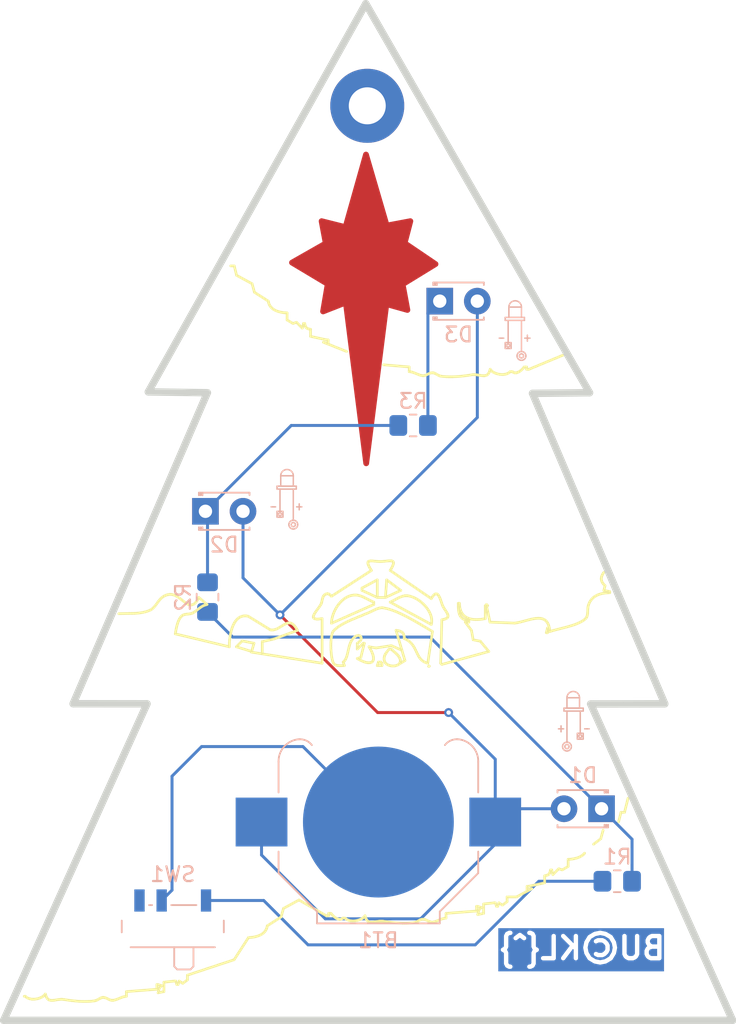
<source format=kicad_pcb>
(kicad_pcb (version 20240108) (generator "pcbnew") (generator_version "8.0")
  (layers (0 "F.Cu" signal) (31 "B.Cu" signal) (34 "B.Paste" user) (35 "F.Paste" user) (36 "B.SilkS" user "B.Silkscreen") (37 "F.SilkS" user "F.Silkscreen") (38 "B.Mask" user) (39 "F.Mask" user) (44 "Edge.Cuts" user))
  (net 0 "")
  (net 1 "Net-(BT1-+)")
  (net 2 "Net-(BT1--)")
  (net 3 "Net-(D1-K)")
  (net 4 "Net-(D2-K)")
  (net 5 "Net-(D3-K)")
  (net 6 "Net-(SW1-A)")
  (net 7 "GND")
  (footprint "" (layer "F.Cu") (at 146.1 60)
    (property "Reference" "")
    (property "Value" "")
  )
  (footprint "Battery:BatteryHolder_Keystone_3000_1x12mm" (layer "B.Cu") (at 146.851945 108.398207)
    (property "Reference" "BT1")
    (property "Value" "Battery")
  )
  (footprint "Button_Switch_SMD:SW_SPDT_PCM12C03" (layer "B.Cu") (at 132.95 115.13 180)
    (property "Reference" "SW1")
    (property "Value" "SW_SPDT")
  )
  (footprint "LED_THT:LED_D1.8mm_W3.3mm_H2.4mm" (layer "B.Cu") (at 151 73.2)
    (property "Reference" "D3")
    (property "Value" "LED")
  )
  (footprint "Resistor_SMD:R_0805_2012Metric_Pad1.20x1.40mm_HandSolder" (layer "B.Cu") (at 149.2 81.6 180)
    (property "Reference" "R3")
    (property "Value" "R_US")
  )
  (footprint "Resistor_SMD:R_0805_2012Metric_Pad1.20x1.40mm_HandSolder" (layer "B.Cu") (at 135.3 93.2 -90)
    (property "Reference" "R2")
    (property "Value" "R_US")
  )
  (footprint "LED_THT:LED_D1.8mm_W3.3mm_H2.4mm" (layer "B.Cu") (at 135.16 87.4)
    (property "Reference" "D2")
    (property "Value" "LED")
  )
  (footprint "Resistor_SMD:R_0805_2012Metric_Pad1.20x1.40mm_HandSolder" (layer "B.Cu") (at 163 112.4 180)
    (property "Reference" "R1")
    (property "Value" "R_US")
  )
  (footprint "LED_THT:LED_D1.8mm_W3.3mm_H2.4mm" (layer "B.Cu") (at 161.94 107.5 180)
    (property "Reference" "D1")
    (property "Value" "LED")
  )
  (gr_poly (pts (xy 147.412556 68.09473) (xy 149.012556 67.79473) (xy 148.624263 69.279155) (xy 150.712556 70.69473) (xy 148.490628 72.057746) (xy 148.812556 73.79473) (xy 147.390696 73.397506) (xy 146.027679 84.157005) (xy 144.651328 73.291311) (xy 143.112556 73.89473) (xy 143.427682 72.04038) (xy 141.012556 70.59473) (xy 143.294047 69.296518) (xy 143.012556 67.79473) (xy 144.62947 68.200924) (xy 146.012556 63.29473)) (stroke (width 0.39) (color 255 255 255 1)) (fill solid) (layer "F.Cu") (net 7))
  (gr_line (start 156.725 74.3) (end 155.425 74.3) (stroke (width 0.1)) (layer "B.SilkS"))
  (gr_line (start 159.025 102.1) (end 159.375 102.1) (stroke (width 0.1)) (layer "B.SilkS"))
  (gr_line (start 155.025 75.7) (end 155.325 75.7) (stroke (width 0.1)) (layer "B.SilkS"))
  (gr_circle (center 141.1 88.3) (end 141.2 88.2) (stroke (width 0.1)) (fill none) (layer "B.SilkS"))
  (gr_line (start 155.625 74.5) (end 155.625 76) (stroke (width 0.1)) (layer "B.SilkS"))
  (gr_arc (start 155.675 73.6) (mid 156.1 73.175) (end 156.525 73.6) (stroke (width 0.1)) (layer "B.SilkS"))
  (gr_circle (center 141.1 88.3) (end 141.1 88) (stroke (width 0.1)) (fill none) (layer "B.SilkS"))
  (gr_line (start 141.3 85.7) (end 140 85.7) (stroke (width 0.1)) (layer "B.SilkS"))
  (gr_line (start 156.525 76.6) (end 156.525 74.5) (stroke (width 0.1)) (layer "B.SilkS"))
  (gr_line (start 159.6 100.9) (end 159.6 103) (stroke (width 0.1)) (layer "B.SilkS"))
  (gr_line (start 141.325 87.1) (end 141.675 87.1) (stroke (width 0.1)) (layer "B.SilkS"))
  (gr_line (start 159.2 102.3) (end 159.2 101.9) (stroke (width 0.1)) (layer "B.SilkS"))
  (gr_rect (start 160.3 102.4) (end 160.7 102.8) (stroke (width 0.1)) (fill none) (layer "B.SilkS"))
  (gr_circle (center 155.625 76.2) (end 155.625 76.1) (stroke (width 0.1)) (fill none) (layer "B.SilkS"))
  (gr_line (start 160.8 102.1) (end 161.1 102.1) (stroke (width 0.1)) (layer "B.SilkS"))
  (gr_line (start 160.5 102.4) (end 160.5 100.9) (stroke (width 0.1)) (layer "B.SilkS"))
  (gr_line (start 141.1 88) (end 141.1 85.9) (stroke (width 0.1)) (layer "B.SilkS"))
  (gr_line (start 160.7 100.7) (end 159.4 100.7) (stroke (width 0.1)) (layer "B.SilkS"))
  (gr_circle (center 156.525 76.9) (end 156.525 76.6) (stroke (width 0.1)) (fill none) (layer "B.SilkS"))
  (gr_rect (start 159.6 100) (end 160.45 100.7) (stroke (width 0.1)) (fill none) (layer "B.SilkS"))
  (gr_line (start 156.925 75.5) (end 156.925 75.9) (stroke (width 0.1)) (layer "B.SilkS"))
  (gr_line (start 140 85.7) (end 140 85.9) (stroke (width 0.1)) (layer "B.SilkS"))
  (gr_rect (start 140.25 85) (end 141.1 85.7) (stroke (width 0.1)) (fill none) (layer "B.SilkS"))
  (gr_line (start 141.3 85.9) (end 141.3 85.7) (stroke (width 0.1)) (layer "B.SilkS"))
  (gr_circle (center 160.5 102.6) (end 160.5 102.5) (stroke (width 0.1)) (fill none) (layer "B.SilkS"))
  (gr_circle (center 159.6 103.3) (end 159.6 103) (stroke (width 0.1)) (fill none) (layer "B.SilkS"))
  (gr_circle (center 159.6 103.3) (end 159.5 103.2) (stroke (width 0.1)) (fill none) (layer "B.SilkS"))
  (gr_line (start 139.6 87.1) (end 139.9 87.1) (stroke (width 0.1)) (layer "B.SilkS"))
  (gr_line (start 140 85.9) (end 141.3 85.9) (stroke (width 0.1)) (layer "B.SilkS"))
  (gr_circle (center 140.2 87.6) (end 140.2 87.5) (stroke (width 0.1)) (fill none) (layer "B.SilkS"))
  (gr_line (start 140.2 85.9) (end 140.2 87.4) (stroke (width 0.1)) (layer "B.SilkS"))
  (gr_arc (start 140.25 85) (mid 140.675 84.575) (end 141.1 85) (stroke (width 0.1)) (layer "B.SilkS"))
  (gr_rect (start 155.675 73.6) (end 156.525 74.3) (stroke (width 0.1)) (fill none) (layer "B.SilkS"))
  (gr_line (start 156.725 74.5) (end 156.725 74.3) (stroke (width 0.1)) (layer "B.SilkS"))
  (gr_line (start 159.4 100.7) (end 159.4 100.9) (stroke (width 0.1)) (layer "B.SilkS"))
  (gr_line (start 155.425 74.5) (end 156.725 74.5) (stroke (width 0.1)) (layer "B.SilkS"))
  (gr_rect (start 155.425 76) (end 155.825 76.4) (stroke (width 0.1)) (fill none) (layer "B.SilkS"))
  (gr_rect (start 140 87.4) (end 140.4 87.8) (stroke (width 0.1)) (fill none) (layer "B.SilkS"))
  (gr_arc (start 159.6 100) (mid 160.025 99.575) (end 160.45 100) (stroke (width 0.1)) (layer "B.SilkS"))
  (gr_line (start 155.425 74.3) (end 155.425 74.5) (stroke (width 0.1)) (layer "B.SilkS"))
  (gr_line (start 141.5 86.9) (end 141.5 87.3) (stroke (width 0.1)) (layer "B.SilkS"))
  (gr_line (start 156.75 75.7) (end 157.1 75.7) (stroke (width 0.1)) (layer "B.SilkS"))
  (gr_circle (center 156.525 76.9) (end 156.625 76.8) (stroke (width 0.1)) (fill none) (layer "B.SilkS"))
  (gr_line (start 160.7 100.9) (end 160.7 100.7) (stroke (width 0.1)) (layer "B.SilkS"))
  (gr_line (start 159.4 100.9) (end 160.7 100.9) (stroke (width 0.1)) (layer "B.SilkS"))
  (gr_line (start 136.815388 95.917072) (end 136.794183 96.095997) (stroke (width 0.18) (color 252 252 252 1)) (layer "F.SilkS"))
  (gr_line (start 143.954398 94.00659) (end 144.047903 93.850032) (stroke (width 0.18) (color 252 252 252 1)) (layer "F.SilkS"))
  (gr_line (start 143.820023 97.667138) (end 143.799557 97.628229) (stroke (width 0.18) (color 252 252 252 1)) (layer "F.SilkS"))
  (gr_line (start 149.783359 114.973219) (end 149.801714 114.969607) (stroke (width 0.18) (color 252 252 252 1)) (layer "F.SilkS"))
  (gr_line (start 128.406528 120.279894) (end 128.448926 120.296482) (stroke (width 0.18) (color 252 252 252 1)) (layer "F.SilkS"))
  (gr_line (start 127.740155 120.463556) (end 127.776527 120.450343) (stroke (width 0.18) (color 252 252 252 1)) (layer "F.SilkS"))
  (gr_line (start 144.344902 114.954276) (end 144.369947 114.942468) (stroke (width 0.18) (color 252 252 252 1)) (layer "F.SilkS"))
  (gr_line (start 148.564329 95.727946) (end 148.554267 95.70464) (stroke (width 0.18) (color 252 252 252 1)) (layer "F.SilkS"))
  (gr_line (start 151.26935 93.919447) (end 151.225896 93.842045) (stroke (width 0.18) (color 252 252 252 1)) (layer "F.SilkS"))
  (gr_line (start 146.51746 97.261115) (end 146.521712 97.317944) (stroke (width 0.18) (color 252 252 252 1)) (layer "F.SilkS"))
  (gr_line (start 158.09312 112.030715) (end 158.142522 112.021747) (stroke (width 0.18) (color 252 252 252 1)) (layer "F.SilkS"))
  (gr_line (start 161.510384 93.141212) (end 161.465059 93.171308) (stroke (width 0.18) (color 252 252 252 1)) (layer "F.SilkS"))
  (gr_line (start 148.592866 95.834498) (end 148.587497 95.805786) (stroke (width 0.18) (color 252 252 252 1)) (layer "F.SilkS"))
  (gr_line (start 149.112233 77.991658) (end 149.054369 77.978511) (stroke (width 0.18) (color 252 252 252 1)) (layer "F.SilkS"))
  (gr_line (start 150.174051 78.14416) (end 150.132427 78.164601) (stroke (width 0.18) (color 252 252 252 1)) (layer "F.SilkS"))
  (gr_line (start 146.153214 90.835381) (end 146.146129 90.860792) (stroke (width 0.18) (color 252 252 252 1)) (layer "F.SilkS"))
  (gr_line (start 149.820331 114.966891) (end 149.839229 114.965134) (stroke (width 0.18) (color 252 252 252 1)) (layer "F.SilkS"))
  (gr_line (start 149.952545 114.974643) (end 149.974392 114.980083) (stroke (width 0.18) (color 252 252 252 1)) (layer "F.SilkS"))
  (gr_line (start 144.997952 115.075061) (end 145.046869 115.080157) (stroke (width 0.18) (color 252 252 252 1)) (layer "F.SilkS"))
  (gr_line (start 150.44279 115.160686) (end 150.465727 115.162412) (stroke (width 0.18) (color 252 252 252 1)) (layer "F.SilkS"))
  (gr_line (start 142.643518 94.680455) (end 142.703563 94.68422) (stroke (width 0.18) (color 252 252 252 1)) (layer "F.SilkS"))
  (gr_line (start 134.822134 93.89934) (end 134.877641 93.861912) (stroke (width 0.18) (color 252 252 252 1)) (layer "F.SilkS"))
  (gr_line (start 156.092686 78.046986) (end 156.065979 78.043559) (stroke (width 0.18) (color 252 252 252 1)) (layer "F.SilkS"))
  (gr_line (start 124.028646 120.262225) (end 124.072287 120.241165) (stroke (width 0.18) (color 252 252 252 1)) (layer "F.SilkS"))
  (gr_line (start 156.981872 112.745091) (end 158.09312 112.506966) (stroke (width 0.18) (color 252 252 252 1)) (layer "F.SilkS"))
  (gr_line (start 135.157226 93.726918) (end 135.192642 93.716369) (stroke (width 0.18) (color 252 252 252 1)) (layer "F.SilkS"))
  (gr_line (start 142.473192 94.441432) (end 142.462136 94.478335) (stroke (width 0.18) (color 252 252 252 1)) (layer "F.SilkS"))
  (gr_line (start 141.78962 74.708149) (end 141.710243 75.025648) (stroke (width 0.18) (color 252 252 252 1)) (layer "F.SilkS"))
  (gr_line (start 146.244925 91.174286) (end 146.282989 91.241807) (stroke (width 0.18) (color 252 252 252 1)) (layer "F.SilkS"))
  (gr_line (start 150.962544 93.162169) (end 150.921074 93.09232) (stroke (width 0.18) (color 252 252 252 1)) (layer "F.SilkS"))
  (gr_line (start 151.213916 94.717694) (end 151.278046 94.70324) (stroke (width 0.18) (color 252 252 252 1)) (layer "F.SilkS"))
  (gr_line (start 149.839229 114.965134) (end 149.862516 114.964341) (stroke (width 0.18) (color 252 252 252 1)) (layer "F.SilkS"))
  (gr_line (start 161.950624 91.791654) (end 161.935062 91.844971) (stroke (width 0.18) (color 252 252 252 1)) (layer "F.SilkS"))
  (gr_line (start 146.514159 97.418119) (end 146.50255 97.461368) (stroke (width 0.18) (color 252 252 252 1)) (layer "F.SilkS"))
  (gr_line (start 144.917124 93.118779) (end 144.999695 93.094155) (stroke (width 0.18) (color 252 252 252 1)) (layer "F.SilkS"))
  (gr_line (start 152.25538 93.840902) (end 152.259626 93.945537) (stroke (width 0.18) (color 252 252 252 1)) (layer "F.SilkS"))
  (gr_line (start 138.441872 96.317957) (end 138.270354 96.91827) (stroke (width 0.18) (color 252 252 252 1)) (layer "F.SilkS"))
  (gr_line (start 144.153336 93.700876) (end 144.270042 93.561492) (stroke (width 0.18) (color 252 252 252 1)) (layer "F.SilkS"))
  (gr_line (start 144.695908 114.971492) (end 144.733294 114.993883) (stroke (width 0.18) (color 252 252 252 1)) (layer "F.SilkS"))
  (gr_line (start 143.511417 92.999062) (end 143.499986 92.993241) (stroke (width 0.18) (color 252 252 252 1)) (layer "F.SilkS"))
  (gr_line (start 132.354681 119.856915) (end 132.354681 119.221916) (stroke (width 0.18) (color 252 252 252 1)) (layer "F.SilkS"))
  (gr_line (start 150.465727 115.162412) (end 150.488999 115.16277) (stroke (width 0.18) (color 252 252 252 1)) (layer "F.SilkS"))
  (gr_line (start 145.994306 97.605996) (end 145.924189 97.58539) (stroke (width 0.18) (color 252 252 252 1)) (layer "F.SilkS"))
  (gr_line (start 150.583748 93.075944) (end 150.54708 93.118911) (stroke (width 0.18) (color 252 252 252 1)) (layer "F.SilkS"))
  (gr_line (start 147.712485 93.511939) (end 147.777252 93.480577) (stroke (width 0.18) (color 252 252 252 1)) (layer "F.SilkS"))
  (gr_line (start 150.971526 78.238453) (end 150.936024 78.222997) (stroke (width 0.18) (color 252 252 252 1)) (layer "F.SilkS"))
  (gr_line (start 143.761974 97.530637) (end 143.729018 97.409906) (stroke (width 0.18) (color 252 252 252 1)) (layer "F.SilkS"))
  (gr_line (start 153.413983 78.170031) (end 153.362792 78.16716) (stroke (width 0.18) (color 252 252 252 1)) (layer "F.SilkS"))
  (gr_line (start 148.47781 93.143258) (end 148.549331 93.123866) (stroke (width 0.18) (color 252 252 252 1)) (layer "F.SilkS"))
  (gr_line (start 146.187905 91.057696) (end 146.213306 91.113009) (stroke (width 0.18) (color 252 252 252 1)) (layer "F.SilkS"))
  (gr_line (start 146.722243 94.003582) (end 146.777913 93.982087) (stroke (width 0.18) (color 252 252 252 1)) (layer "F.SilkS"))
  (gr_line (start 139.079372 115.89325) (end 139.115056 115.860341) (stroke (width 0.18) (color 252 252 252 1)) (layer "F.SilkS"))
  (gr_line (start 143.049837 93.406275) (end 143.028864 93.505837) (stroke (width 0.18) (color 252 252 252 1)) (layer "F.SilkS"))
  (gr_line (start 147.41125 92.031707) (end 148.363751 92.746082) (stroke (width 0.18) (color 252 252 252 1)) (layer "F.SilkS"))
  (gr_line (start 136.794183 96.095997) (end 136.781023 96.26489) (stroke (width 0.18) (color 252 252 252 1)) (layer "F.SilkS"))
  (gr_line (start 151.278046 94.70324) (end 151.334602 94.687148) (stroke (width 0.18) (color 252 252 252 1)) (layer "F.SilkS"))
  (gr_line (start 144.211717 114.972056) (end 144.239182 114.97357) (stroke (width 0.18) (color 252 252 252 1)) (layer "F.SilkS"))
  (gr_line (start 152.332491 93.619204) (end 152.253115 93.619204) (stroke (width 0.18) (color 252 252 252 1)) (layer "F.SilkS"))
  (gr_line (start 155.697998 78.020754) (end 155.66308 78.045799) (stroke (width 0.18) (color 252 252 252 1)) (layer "F.SilkS"))
  (gr_line (start 125.183972 120.399198) (end 125.283421 120.386455) (stroke (width 0.18) (color 252 252 252 1)) (layer "F.SilkS"))
  (gr_line (start 136.88575 95.545617) (end 136.845591 95.732238) (stroke (width 0.18) (color 252 252 252 1)) (layer "F.SilkS"))
  (gr_line (start 149.59758 78.174843) (end 149.543881 78.154703) (stroke (width 0.18) (color 252 252 252 1)) (layer "F.SilkS"))
  (gr_line (start 144.18398 114.968265) (end 144.211717 114.972056) (stroke (width 0.18) (color 252 252 252 1)) (layer "F.SilkS"))
  (gr_line (start 149.963174 97.582923) (end 149.899933 97.546547) (stroke (width 0.18) (color 252 252 252 1)) (layer "F.SilkS"))
  (gr_line (start 152.989254 94.650087) (end 152.925316 94.627421) (stroke (width 0.18) (color 252 252 252 1)) (layer "F.SilkS"))
  (gr_line (start 139.688572 95.422695) (end 139.621716 95.422539) (stroke (width 0.18) (color 252 252 252 1)) (layer "F.SilkS"))
  (gr_line (start 148.152269 97.785995) (end 148.099612 97.809817) (stroke (width 0.18) (color 252 252 252 1)) (layer "F.SilkS"))
  (gr_line (start 146.143884 90.890485) (end 146.14671 90.924742) (stroke (width 0.18) (color 252 252 252 1)) (layer "F.SilkS"))
  (gr_line (start 161.020627 93.883279) (end 161.014515 93.939474) (stroke (width 0.18) (color 252 252 252 1)) (layer "F.SilkS"))
  (gr_line (start 156.175008 78.042572) (end 156.147271 78.046363) (stroke (width 0.18) (color 252 252 252 1)) (layer "F.SilkS"))
  (gr_line (start 143.964681 97.789108) (end 143.944279 97.779804) (stroke (width 0.18) (color 252 252 252 1)) (layer "F.SilkS"))
  (gr_line (start 154.048584 78.235841) (end 154.010011 78.239481) (stroke (width 0.18) (color 252 252 252 1)) (layer "F.SilkS"))
  (gr_line (start 150.536641 115.158978) (end 150.594816 115.148682) (stroke (width 0.18) (color 252 252 252 1)) (layer "F.SilkS"))
  (gr_line (start 156.870854 77.803768) (end 156.870854 77.645017) (stroke (width 0.18) (color 252 252 252 1)) (layer "F.SilkS"))
  (gr_line (start 151.141875 97.746704) (end 151.062499 97.66733) (stroke (width 0.18) (color 252 252 252 1)) (layer "F.SilkS"))
  (gr_line (start 128.228294 120.251331) (end 128.251581 120.250538) (stroke (width 0.18) (color 252 252 252 1)) (layer "F.SilkS"))
  (gr_line (start 144.369947 114.942468) (end 144.394297 114.927607) (stroke (width 0.18) (color 252 252 252 1)) (layer "F.SilkS"))
  (gr_line (start 153.907608 94.681932) (end 153.739916 94.703776) (stroke (width 0.18) (color 252 252 252 1)) (layer "F.SilkS"))
  (gr_line (start 144.7 76.6) (end 143.138992 75.978149) (stroke (width 0.18) (color 252 252 252 1)) (layer "F.SilkS"))
  (gr_line (start 148.602466 95.964154) (end 148.601856 95.929445) (stroke (width 0.18) (color 252 252 252 1)) (layer "F.SilkS"))
  (gr_line (start 149.089207 96.339934) (end 149.036372 96.283699) (stroke (width 0.18) (color 252 252 252 1)) (layer "F.SilkS"))
  (gr_line (start 146.429849 115.165004) (end 146.515319 115.157084) (stroke (width 0.18) (color 252 252 252 1)) (layer "F.SilkS"))
  (gr_line (start 125.594343 120.390729) (end 125.845156 120.429408) (stroke (width 0.18) (color 252 252 252 1)) (layer "F.SilkS"))
  (gr_line (start 147.09375 97.746697) (end 147.09375 97.826071) (stroke (width 0.18) (color 252 252 252 1)) (layer "F.SilkS"))
  (gr_line (start 149.182241 96.457763) (end 149.137676 96.398043) (stroke (width 0.18) (color 252 252 252 1)) (layer "F.SilkS"))
  (gr_line (start 154.305176 78.074146) (end 154.278672 78.110301) (stroke (width 0.18) (color 252 252 252 1)) (layer "F.SilkS"))
  (gr_line (start 148.363751 92.746082) (end 147.331876 93.222332) (stroke (width 0.18) (color 252 252 252 1)) (layer "F.SilkS"))
  (gr_line (start 156.870854 77.645017) (end 156.79148 77.645017) (stroke (width 0.18) (color 252 252 252 1)) (layer "F.SilkS"))
  (gr_line (start 144.950067 115.067631) (end 144.997952 115.075061) (stroke (width 0.18) (color 252 252 252 1)) (layer "F.SilkS"))
  (gr_line (start 133.115685 93.093094) (end 133.042283 93.06301) (stroke (width 0.18) (color 252 252 252 1)) (layer "F.SilkS"))
  (gr_line (start 134.591938 93.436182) (end 134.533097 93.518818) (stroke (width 0.18) (color 252 252 252 1)) (layer "F.SilkS"))
  (gr_line (start 139.621716 95.422539) (end 139.553441 95.414952) (stroke (width 0.18) (color 252 252 252 1)) (layer "F.SilkS"))
  (gr_line (start 150.406443 78.04895) (end 150.384596 78.05439) (stroke (width 0.18) (color 252 252 252 1)) (layer "F.SilkS"))
  (gr_line (start 142.964101 93.691172) (end 142.914527 93.772951) (stroke (width 0.18) (color 252 252 252 1)) (layer "F.SilkS"))
  (gr_line (start 144.332417 93.496206) (end 144.397365 93.434252) (stroke (width 0.18) (color 252 252 252 1)) (layer "F.SilkS"))
  (gr_line (start 158.205163 94.831715) (end 158.14861 94.777339) (stroke (width 0.18) (color 252 252 252 1)) (layer "F.SilkS"))
  (gr_line (start 143.377116 75.819398) (end 142.265868 75.581273) (stroke (width 0.18) (color 252 252 252 1)) (layer "F.SilkS"))
  (gr_line (start 134.358776 93.680325) (end 134.301104 93.708346) (stroke (width 0.18) (color 252 252 252 1)) (layer "F.SilkS"))
  (gr_line (start 151.51918 94.321853) (end 151.502429 94.288041) (stroke (width 0.18) (color 252 252 252 1)) (layer "F.SilkS"))
  (gr_line (start 147.205278 115.104532) (end 147.456091 115.143211) (stroke (width 0.18) (color 252 252 252 1)) (layer "F.SilkS"))
  (gr_line (start 132.195938 119.460043) (end 132.037186 119.618791) (stroke (width 0.18) (color 252 252 252 1)) (layer "F.SilkS"))
  (gr_line (start 148.367787 95.523218) (end 148.344053 95.512575) (stroke (width 0.18) (color 252 252 252 1)) (layer "F.SilkS"))
  (gr_line (start 147.047874 115.091971) (end 147.099983 115.093405) (stroke (width 0.18) (color 252 252 252 1)) (layer "F.SilkS"))
  (gr_line (start 146.485851 97.499995) (end 146.46416 97.53395) (stroke (width 0.18) (color 252 252 252 1)) (layer "F.SilkS"))
  (gr_line (start 150.174969 94.002305) (end 150.226081 94.079624) (stroke (width 0.18) (color 252 252 252 1)) (layer "F.SilkS"))
  (gr_line (start 149.490693 78.133346) (end 149.384875 78.088979) (stroke (width 0.18) (color 252 252 252 1)) (layer "F.SilkS"))
  (gr_line (start 147.698452 91.316185) (end 147.740851 91.242301) (stroke (width 0.18) (color 252 252 252 1)) (layer "F.SilkS"))
  (gr_line (start 143.700876 97.269904) (end 143.67774 97.114501) (stroke (width 0.18) (color 252 252 252 1)) (layer "F.SilkS"))
  (gr_line (start 142.460737 94.574489) (end 142.472439 94.600917) (stroke (width 0.18) (color 252 252 252 1)) (layer "F.SilkS"))
  (gr_line (start 142.265868 75.105022) (end 142.216466 75.096054) (stroke (width 0.18) (color 252 252 252 1)) (layer "F.SilkS"))
  (gr_line (start 144.239182 114.97357) (end 144.266302 114.972679) (stroke (width 0.18) (color 252 252 252 1)) (layer "F.SilkS"))
  (gr_line (start 158.38855 111.907129) (end 158.398643 111.895014) (stroke (width 0.18) (color 252 252 252 1)) (layer "F.SilkS"))
  (gr_line (start 143.138992 75.978149) (end 143.456493 76.057523) (stroke (width 0.18) (color 252 252 252 1)) (layer "F.SilkS"))
  (gr_line (start 123.888719 120.314801) (end 123.983368 120.281549) (stroke (width 0.18) (color 252 252 252 1)) (layer "F.SilkS"))
  (gr_line (start 128.083873 120.288803) (end 128.118729 120.275026) (stroke (width 0.18) (color 252 252 252 1)) (layer "F.SilkS"))
  (gr_line (start 125.436939 120.378168) (end 125.489048 120.379602) (stroke (width 0.18) (color 252 252 252 1)) (layer "F.SilkS"))
  (gr_line (start 146.777913 93.982087) (end 146.833948 93.96297) (stroke (width 0.18) (color 252 252 252 1)) (layer "F.SilkS"))
  (gr_line (start 133.177246 95.363942) (end 133.196069 95.272834) (stroke (width 0.18) (color 252 252 252 1)) (layer "F.SilkS"))
  (gr_line (start 143.488134 114.57071) (end 143.567508 114.57071) (stroke (width 0.18) (color 252 252 252 1)) (layer "F.SilkS"))
  (gr_line (start 137.327265 94.671508) (end 137.269309 94.730015) (stroke (width 0.18) (color 252 252 252 1)) (layer "F.SilkS"))
  (gr_line (start 158.09312 112.506966) (end 158.09312 112.030715) (stroke (width 0.18) (color 252 252 252 1)) (layer "F.SilkS"))
  (gr_line (start 146.492405 97.134215) (end 146.507723 97.199856) (stroke (width 0.18) (color 252 252 252 1)) (layer "F.SilkS"))
  (gr_line (start 152.646316 94.458973) (end 152.599558 94.413566) (stroke (width 0.18) (color 252 252 252 1)) (layer "F.SilkS"))
  (gr_line (start 140.887716 94.949423) (end 140.834622 94.943578) (stroke (width 0.18) (color 252 252 252 1)) (layer "F.SilkS"))
  (gr_line (start 146.776247 92.031707) (end 146.776247 93.222332) (stroke (width 0.18) (color 252 252 252 1)) (layer "F.SilkS"))
  (gr_line (start 133.793967 94.365081) (end 133.836815 94.358135) (stroke (width 0.18) (color 252 252 252 1)) (layer "F.SilkS"))
  (gr_line (start 144.681234 93.225688) (end 144.757811 93.184842) (stroke (width 0.18) (color 252 252 252 1)) (layer "F.SilkS"))
  (gr_line (start 150.508851 93.170591) (end 150.469008 93.231386) (stroke (width 0.18) (color 252 252 252 1)) (layer "F.SilkS"))
  (gr_line (start 146.538123 93.53983) (end 146.538123 93.698581) (stroke (width 0.18) (color 252 252 252 1)) (layer "F.SilkS"))
  (gr_line (start 128.809229 120.443889) (end 128.831855 120.446883) (stroke (width 0.18) (color 252 252 252 1)) (layer "F.SilkS"))
  (gr_line (start 134.651297 93.337653) (end 134.591938 93.436182) (stroke (width 0.18) (color 252 252 252 1)) (layer "F.SilkS"))
  (gr_line (start 160.945901 94.516617) (end 160.934863 94.541374) (stroke (width 0.18) (color 252 252 252 1)) (layer "F.SilkS"))
  (gr_line (start 139.786804 73.768458) (end 139.745704 73.741313) (stroke (width 0.18) (color 252 252 252 1)) (layer "F.SilkS"))
  (gr_line (start 145.965921 114.796573) (end 145.985065 114.85684) (stroke (width 0.18) (color 252 252 252 1)) (layer "F.SilkS"))
  (gr_line (start 152.393165 94.05077) (end 152.372331 93.974319) (stroke (width 0.18) (color 252 252 252 1)) (layer "F.SilkS"))
  (gr_line (start 148.225211 97.205719) (end 148.271888 97.281907) (stroke (width 0.18) (color 252 252 252 1)) (layer "F.SilkS"))
  (gr_line (start 132.41366 93.104749) (end 132.363295 93.130804) (stroke (width 0.18) (color 252 252 252 1)) (layer "F.SilkS"))
  (gr_line (start 144.471873 95.003095) (end 144.636731 94.916364) (stroke (width 0.18) (color 252 252 252 1)) (layer "F.SilkS"))
  (gr_line (start 149.695479 97.366888) (end 149.654189 97.314758) (stroke (width 0.18) (color 252 252 252 1)) (layer "F.SilkS"))
  (gr_line (start 149.457755 115.131477) (end 149.491995 115.112993) (stroke (width 0.18) (color 252 252 252 1)) (layer "F.SilkS"))
  (gr_line (start 143.729018 97.409906) (end 143.700876 97.269904) (stroke (width 0.18) (color 252 252 252 1)) (layer "F.SilkS"))
  (gr_line (start 152.41809 94.122489) (end 152.393165 94.05077) (stroke (width 0.18) (color 252 252 252 1)) (layer "F.SilkS"))
  (gr_line (start 152.69626 94.500342) (end 152.646316 94.458973) (stroke (width 0.18) (color 252 252 252 1)) (layer "F.SilkS"))
  (gr_line (start 133.300347 94.901431) (end 133.334859 94.813244) (stroke (width 0.18) (color 252 252 252 1)) (layer "F.SilkS"))
  (gr_line (start 144.071706 114.932924) (end 144.099833 114.944527) (stroke (width 0.18) (color 252 252 252 1)) (layer "F.SilkS"))
  (gr_line (start 154.278672 78.110301) (end 154.250467 78.141247) (stroke (width 0.18) (color 252 252 252 1)) (layer "F.SilkS"))
  (gr_line (start 143.567508 114.57071) (end 143.646882 114.57071) (stroke (width 0.18) (color 252 252 252 1)) (layer "F.SilkS"))
  (gr_line (start 150.715851 92.983082) (end 150.684905 92.995257) (stroke (width 0.18) (color 252 252 252 1)) (layer "F.SilkS"))
  (gr_line (start 141.981174 74.992845) (end 141.970438 74.981436) (stroke (width 0.18) (color 252 252 252 1)) (layer "F.SilkS"))
  (gr_line (start 148.886576 94.584752) (end 149.330228 94.83001) (stroke (width 0.18) (color 252 252 252 1)) (layer "F.SilkS"))
  (gr_line (start 133.14662 95.535097) (end 133.177246 95.363942) (stroke (width 0.18) (color 252 252 252 1)) (layer "F.SilkS"))
  (gr_line (start 151.190328 114.933269) (end 151.246755 114.917351) (stroke (width 0.18) (color 252 252 252 1)) (layer "F.SilkS"))
  (gr_line (start 133.069058 119.142539) (end 133.148434 119.142539) (stroke (width 0.18) (color 252 252 252 1)) (layer "F.SilkS"))
  (gr_line (start 131.663439 93.89513) (end 131.627414 93.930825) (stroke (width 0.18) (color 252 252 252 1)) (layer "F.SilkS"))
  (gr_line (start 142.004698 75.013674) (end 141.992583 75.003581) (stroke (width 0.18) (color 252 252 252 1)) (layer "F.SilkS"))
  (gr_line (start 143.67774 97.114501) (end 143.659799 96.947568) (stroke (width 0.18) (color 252 252 252 1)) (layer "F.SilkS"))
  (gr_line (start 134.474682 93.586457) (end 134.416606 93.639994) (stroke (width 0.18) (color 252 252 252 1)) (layer "F.SilkS"))
  (gr_line (start 141.210981 95.176433) (end 141.156197 95.112247) (stroke (width 0.18) (color 252 252 252 1)) (layer "F.SilkS"))
  (gr_line (start 141.89898 74.843263) (end 141.887875 74.802506) (stroke (width 0.18) (color 252 252 252 1)) (layer "F.SilkS"))
  (gr_line (start 146.284261 97.631975) (end 146.234682 97.636893) (stroke (width 0.18) (color 252 252 252 1)) (layer "F.SilkS"))
  (gr_line (start 146.108521 115.06694) (end 146.138374 115.093004) (stroke (width 0.18) (color 252 252 252 1)) (layer "F.SilkS"))
  (gr_line (start 144.919591 96.398877) (end 144.884579 96.511175) (stroke (width 0.18) (color 252 252 252 1)) (layer "F.SilkS"))
  (gr_line (start 134.2435 93.724952) (end 134.185873 93.73104) (stroke (width 0.18) (color 252 252 252 1)) (layer "F.SilkS"))
  (gr_line (start 128.319522 120.256445) (end 128.34161 120.26084) (stroke (width 0.18) (color 252 252 252 1)) (layer "F.SilkS"))
  (gr_line (start 143.439396 92.973782) (end 143.426468 92.972077) (stroke (width 0.18) (color 252 252 252 1)) (layer "F.SilkS"))
  (gr_line (start 149.801714 114.969607) (end 149.820331 114.966891) (stroke (width 0.18) (color 252 252 252 1)) (layer "F.SilkS"))
  (gr_line (start 150.4275 95.047958) (end 147.649374 93.539833) (stroke (width 0.18) (color 252 252 252 1)) (layer "F.SilkS"))
  (gr_line (start 148.083909 97.042159) (end 148.114885 97.07306) (stroke (width 0.18) (color 252 252 252 1)) (layer "F.SilkS"))
  (gr_line (start 143.643783 96.241927) (end 143.654666 96.075388) (stroke (width 0.18) (color 252 252 252 1)) (layer "F.SilkS"))
  (gr_line (start 149.483634 97.024039) (end 149.423562 96.898656) (stroke (width 0.18) (color 252 252 252 1)) (layer "F.SilkS"))
  (gr_line (start 145.677303 95.903326) (end 145.666426 95.880025) (stroke (width 0.18) (color 252 252 252 1)) (layer "F.SilkS"))
  (gr_line (start 131.627414 93.930825) (end 131.589729 93.964881) (stroke (width 0.18) (color 252 252 252 1)) (layer "F.SilkS"))
  (gr_line (start 147.396505 96.941825) (end 147.57 96.714822) (stroke (width 0.18) (color 252 252 252 1)) (layer "F.SilkS"))
  (gr_line (start 144.858211 115.045589) (end 144.903418 115.057823) (stroke (width 0.18) (color 252 252 252 1)) (layer "F.SilkS"))
  (gr_line (start 147.375362 96.971814) (end 147.396505 96.941825) (stroke (width 0.18) (color 252 252 252 1)) (layer "F.SilkS"))
  (gr_line (start 145.948755 114.72946) (end 145.965921 114.796573) (stroke (width 0.18) (color 252 252 252 1)) (layer "F.SilkS"))
  (gr_line (start 147.014371 97.587947) (end 147.014373 97.587947) (stroke (width 0.18)) (layer "F.SilkS"))
  (gr_line (start 143.647243 96.772975) (end 143.640262 96.59459) (stroke (width 0.18) (color 252 252 252 1)) (layer "F.SilkS"))
  (gr_line (start 128.699921 120.413424) (end 128.742976 120.428307) (stroke (width 0.18) (color 252 252 252 1)) (layer "F.SilkS"))
  (gr_line (start 146.504869 94.1039) (end 146.612327 94.051815) (stroke (width 0.18) (color 252 252 252 1)) (layer "F.SilkS"))
  (gr_line (start 144.982877 94.75301) (end 146.299994 94.204538) (stroke (width 0.18) (color 252 252 252 1)) (layer "F.SilkS"))
  (gr_line (start 151.045301 78.262151) (end 151.026461 78.25728) (stroke (width 0.18) (color 252 252 252 1)) (layer "F.SilkS"))
  (gr_line (start 151.070076 93.421943) (end 151.036625 93.330223) (stroke (width 0.18) (color 252 252 252 1)) (layer "F.SilkS"))
  (gr_line (start 142.265868 75.581273) (end 142.265868 75.105022) (stroke (width 0.18) (color 252 252 252 1)) (layer "F.SilkS"))
  (gr_line (start 144.999695 93.094155) (end 145.0841 93.07553) (stroke (width 0.18) (color 252 252 252 1)) (layer "F.SilkS"))
  (gr_line (start 146.604947 115.144032) (end 146.794907 115.113001) (stroke (width 0.18) (color 252 252 252 1)) (layer "F.SilkS"))
  (gr_line (start 128.251581 120.250538) (end 128.274532 120.251194) (stroke (width 0.18) (color 252 252 252 1)) (layer "F.SilkS"))
  (gr_line (start 128.615626 120.376491) (end 128.657535 120.395884) (stroke (width 0.18) (color 252 252 252 1)) (layer "F.SilkS"))
  (gr_line (start 143.654666 96.075388) (end 143.671882 95.920538) (stroke (width 0.18) (color 252 252 252 1)) (layer "F.SilkS"))
  (gr_line (start 152.563247 94.656697) (end 152.602067 94.682001) (stroke (width 0.18) (color 252 252 252 1)) (layer "F.SilkS"))
  (gr_line (start 158.282044 111.981287) (end 158.298154 111.973938) (stroke (width 0.18) (color 252 252 252 1)) (layer "F.SilkS"))
  (gr_line (start 146.201228 90.782049) (end 146.180993 90.79629) (stroke (width 0.18) (color 252 252 252 1)) (layer "F.SilkS"))
  (gr_line (start 155.312119 78.154464) (end 155.262376 78.157273) (stroke (width 0.18) (color 252 252 252 1)) (layer "F.SilkS"))
  (gr_line (start 145.009376 96.187432) (end 144.960693 96.290478) (stroke (width 0.18) (color 252 252 252 1)) (layer "F.SilkS"))
  (gr_line (start 143.456493 76.057523) (end 143.456493 75.819398) (stroke (width 0.18) (color 252 252 252 1)) (layer "F.SilkS"))
  (gr_line (start 138.586134 116.136106) (end 138.685956 116.106703) (stroke (width 0.18) (color 252 252 252 1)) (layer "F.SilkS"))
  (gr_line (start 145.72369 93.150564) (end 145.80032 93.182279) (stroke (width 0.18) (color 252 252 252 1)) (layer "F.SilkS"))
  (gr_line (start 125.541535 120.38368) (end 125.594343 120.390729) (stroke (width 0.18) (color 252 252 252 1)) (layer "F.SilkS"))
  (gr_line (start 122.909071 120.174408) (end 122.988445 120.174408) (stroke (width 0.18) (color 252 252 252 1)) (layer "F.SilkS"))
  (gr_line (start 160.725991 110.574144) (end 160.75963 110.539215) (stroke (width 0.18) (color 252 252 252 1)) (layer "F.SilkS"))
  (gr_line (start 146.581586 90.767349) (end 146.485124 90.758437) (stroke (width 0.18) (color 252 252 252 1)) (layer "F.SilkS"))
  (gr_line (start 148.042818 97.828658) (end 147.982704 97.842481) (stroke (width 0.18) (color 252 252 252 1)) (layer "F.SilkS"))
  (gr_line (start 150.353911 115.14211) (end 150.375748 115.148304) (stroke (width 0.18) (color 252 252 252 1)) (layer "F.SilkS"))
  (gr_line (start 150.506874 95.524209) (end 150.189376 97.667332) (stroke (width 0.18) (color 252 252 252 1)) (layer "F.SilkS"))
  (gr_line (start 152.643994 94.705605) (end 152.689147 94.72748) (stroke (width 0.18) (color 252 252 252 1)) (layer "F.SilkS"))
  (gr_line (start 155.262376 78.157273) (end 155.161234 78.156214) (stroke (width 0.18) (color 252 252 252 1)) (layer "F.SilkS"))
  (gr_line (start 158.398643 111.895014) (end 158.408125 111.882163) (stroke (width 0.18) (color 252 252 252 1)) (layer "F.SilkS"))
  (gr_line (start 157.029604 77.803768) (end 156.95023 77.803768) (stroke (width 0.18) (color 252 252 252 1)) (layer "F.SilkS"))
  (gr_line (start 145.925607 114.762765) (end 145.948755 114.72946) (stroke (width 0.18) (color 252 252 252 1)) (layer "F.SilkS"))
  (gr_line (start 124.114085 120.218414) (end 124.153834 120.194017) (stroke (width 0.18) (color 252 252 252 1)) (layer "F.SilkS"))
  (gr_line (start 156.614007 94.842365) (end 156.424643 94.890356) (stroke (width 0.18) (color 252 252 252 1)) (layer "F.SilkS"))
  (gr_line (start 138.380148 116.178226) (end 138.483878 116.159814) (stroke (width 0.18) (color 252 252 252 1)) (layer "F.SilkS"))
  (gr_line (start 139.40837 73.200022) (end 138.47314 72.600852) (stroke (width 0.18) (color 252 252 252 1)) (layer "F.SilkS"))
  (gr_line (start 143.726077 95.661383) (end 143.743882 95.609946) (stroke (width 0.18) (color 252 252 252 1)) (layer "F.SilkS"))
  (gr_line (start 146.400535 94.156065) (end 146.504869 94.1039) (stroke (width 0.18) (color 252 252 252 1)) (layer "F.SilkS"))
  (gr_line (start 149.645607 93.460971) (end 149.720909 93.518962) (stroke (width 0.18) (color 252 252 252 1)) (layer "F.SilkS"))
  (gr_line (start 124.699469 120.447731) (end 124.738042 120.451371) (stroke (width 0.18) (color 252 252 252 1)) (layer "F.SilkS"))
  (gr_line (start 140.264175 73.947924) (end 140.161919 73.924216) (stroke (width 0.18) (color 252 252 252 1)) (layer "F.SilkS"))
  (gr_line (start 150.032188 97.615356) (end 149.963174 97.582923) (stroke (width 0.18) (color 252 252 252 1)) (layer "F.SilkS"))
  (gr_line (start 160.572184 110.694151) (end 160.613284 110.667006) (stroke (width 0.18) (color 252 252 252 1)) (layer "F.SilkS"))
  (gr_line (start 152.64645 78.251679) (end 152.386054 78.279673) (stroke (width 0.18) (color 252 252 252 1)) (layer "F.SilkS"))
  (gr_line (start 152.749261 94.537772) (end 152.69626 94.500342) (stroke (width 0.18) (color 252 252 252 1)) (layer "F.SilkS"))
  (gr_line (start 128.657535 120.395884) (end 128.699921 120.413424) (stroke (width 0.18) (color 252 252 252 1)) (layer "F.SilkS"))
  (gr_line (start 147.911062 93.410484) (end 148.049413 93.33563) (stroke (width 0.18) (color 252 252 252 1)) (layer "F.SilkS"))
  (gr_line (start 147.273444 97.159041) (end 147.286396 97.12698) (stroke (width 0.18) (color 252 252 252 1)) (layer "F.SilkS"))
  (gr_line (start 144.509034 97.559946) (end 144.474369 97.587956) (stroke (width 0.18) (color 252 252 252 1)) (layer "F.SilkS"))
  (gr_line (start 142.076944 75.055594) (end 142.060834 75.048245) (stroke (width 0.18) (color 252 252 252 1)) (layer "F.SilkS"))
  (gr_line (start 150.684905 92.995257) (end 150.652607 93.014521) (stroke (width 0.18) (color 252 252 252 1)) (layer "F.SilkS"))
  (gr_line (start 154.121729 78.219477) (end 154.085842 78.229283) (stroke (width 0.18) (color 252 252 252 1)) (layer "F.SilkS"))
  (gr_line (start 144.772943 115.013665) (end 144.814651 115.030886) (stroke (width 0.18) (color 252 252 252 1)) (layer "F.SilkS"))
  (gr_line (start 143.205497 93.054395) (end 143.187702 93.071277) (stroke (width 0.18) (color 252 252 252 1)) (layer "F.SilkS"))
  (gr_line (start 138.2759 116.191739) (end 138.380148 116.178226) (stroke (width 0.18) (color 252 252 252 1)) (layer "F.SilkS"))
  (gr_line (start 148.517123 95.642129) (end 148.502437 95.623636) (stroke (width 0.18) (color 252 252 252 1)) (layer "F.SilkS"))
  (gr_line (start 160.051131 95.079652) (end 159.883232 95.13401) (stroke (width 0.18) (color 252 252 252 1)) (layer "F.SilkS"))
  (gr_line (start 150.899047 93.062358) (end 150.87609 93.036245) (stroke (width 0.18) (color 252 252 252 1)) (layer "F.SilkS"))
  (gr_line (start 142.060834 75.048245) (end 142.045586 75.04041) (stroke (width 0.18) (color 252 252 252 1)) (layer "F.SilkS"))
  (gr_line (start 145.37803 95.816145) (end 145.340306 95.834053) (stroke (width 0.18) (color 252 252 252 1)) (layer "F.SilkS"))
  (gr_line (start 124.527439 120.379201) (end 124.558883 120.400709) (stroke (width 0.18) (color 252 252 252 1)) (layer "F.SilkS"))
  (gr_line (start 144.814651 115.030886) (end 144.858211 115.045589) (stroke (width 0.18) (color 252 252 252 1)) (layer "F.SilkS"))
  (gr_line (start 161.809457 93.002714) (end 161.705132 93.041229) (stroke (width 0.18) (color 252 252 252 1)) (layer "F.SilkS"))
  (gr_line (start 148.543043 95.682593) (end 148.53066 95.661769) (stroke (width 0.18) (color 252 252 252 1)) (layer "F.SilkS"))
  (gr_line (start 143.671882 95.920538) (end 143.695623 95.781247) (stroke (width 0.18) (color 252 252 252 1)) (layer "F.SilkS"))
  (gr_line (start 154.329922 78.032453) (end 154.305176 78.074146) (stroke (width 0.18) (color 252 252 252 1)) (layer "F.SilkS"))
  (gr_line (start 144.047903 93.850032) (end 144.153336 93.700876) (stroke (width 0.18) (color 252 252 252 1)) (layer "F.SilkS"))
  (gr_line (start 128.274532 120.251194) (end 128.297171 120.253196) (stroke (width 0.18) (color 252 252 252 1)) (layer "F.SilkS"))
  (gr_line (start 146.520579 97.370295) (end 146.514159 97.418119) (stroke (width 0.18) (color 252 252 252 1)) (layer "F.SilkS"))
  (gr_line (start 145.876984 93.216813) (end 145.953498 93.253473) (stroke (width 0.18) (color 252 252 252 1)) (layer "F.SilkS"))
  (gr_line (start 141.992583 75.003581) (end 141.981174 74.992845) (stroke (width 0.18) (color 252 252 252 1)) (layer "F.SilkS"))
  (gr_line (start 124.626324 120.431367) (end 124.662211 120.441173) (stroke (width 0.18) (color 252 252 252 1)) (layer "F.SilkS"))
  (gr_line (start 161.705132 93.041229) (end 161.605228 93.08725) (stroke (width 0.18) (color 252 252 252 1)) (layer "F.SilkS"))
  (gr_line (start 149.362617 96.771249) (end 149.297112 96.643934) (stroke (width 0.18) (color 252 252 252 1)) (layer "F.SilkS"))
  (gr_line (start 156.24022 94.929464) (end 156.150604 94.944234) (stroke (width 0.18) (color 252 252 252 1)) (layer "F.SilkS"))
  (gr_line (start 128.448926 120.296482) (end 128.490844 120.315241) (stroke (width 0.18) (color 252 252 252 1)) (layer "F.SilkS"))
  (gr_line (start 147.331876 93.222332) (end 146.776247 93.222332) (stroke (width 0.18)) (layer "F.SilkS"))
  (gr_line (start 158.37839 95.154788) (end 158.343624 95.057023) (stroke (width 0.18) (color 252 252 252 1)) (layer "F.SilkS"))
  (gr_line (start 148.502437 95.623636) (end 148.486604 95.606255) (stroke (width 0.18) (color 252 252 252 1)) (layer "F.SilkS"))
  (gr_line (start 137.035969 95.098306) (end 136.999754 95.183508) (stroke (width 0.18) (color 252 252 252 1)) (layer "F.SilkS"))
  (gr_line (start 151.083893 78.269421) (end 151.064438 78.266218) (stroke (width 0.18) (color 252 252 252 1)) (layer "F.SilkS"))
  (gr_line (start 160.640802 94.81697) (end 160.509871 94.890424) (stroke (width 0.18) (color 252 252 252 1)) (layer "F.SilkS"))
  (gr_line (start 147.597954 97.817996) (end 147.537431 97.795669) (stroke (width 0.18) (color 252 252 252 1)) (layer "F.SilkS"))
  (gr_line (start 147.855774 97.854929) (end 147.790591 97.853479) (stroke (width 0.18) (color 252 252 252 1)) (layer "F.SilkS"))
  (gr_line (start 150.107435 97.643581) (end 150.032188 97.615356) (stroke (width 0.18) (color 252 252 252 1)) (layer "F.SilkS"))
  (gr_line (start 139.148695 115.825412) (end 139.18017 115.788413) (stroke (width 0.18) (color 252 252 252 1)) (layer "F.SilkS"))
  (gr_line (start 150.488999 115.16277) (end 150.512629 115.161659) (stroke (width 0.18) (color 252 252 252 1)) (layer "F.SilkS"))
  (gr_line (start 133.524793 93.359933) (end 133.393788 93.260513) (stroke (width 0.18) (color 252 252 252 1)) (layer "F.SilkS"))
  (gr_line (start 143.763436 95.564818) (end 143.784763 95.526481) (stroke (width 0.18) (color 252 252 252 1)) (layer "F.SilkS"))
  (gr_line (start 145.72502 114.932217) (end 145.764769 114.90782) (stroke (width 0.18) (color 252 252 252 1)) (layer "F.SilkS"))
  (gr_line (start 124.395196 120.196786) (end 124.418131 120.244343) (stroke (width 0.18) (color 252 252 252 1)) (layer "F.SilkS"))
  (gr_line (start 156.014086 78.028583) (end 155.989041 78.016775) (stroke (width 0.18) (color 252 252 252 1)) (layer "F.SilkS"))
  (gr_line (start 152.925316 94.627421) (end 152.863918 94.601212) (stroke (width 0.18) (color 252 252 252 1)) (layer "F.SilkS"))
  (gr_line (start 147.060055 93.919698) (end 147.088368 93.918996) (stroke (width 0.18) (color 252 252 252 1)) (layer "F.SilkS"))
  (gr_line (start 161.465059 93.171308) (end 161.421238 93.203553) (stroke (width 0.18) (color 252 252 252 1)) (layer "F.SilkS"))
  (gr_line (start 147.568437 94.012232) (end 147.778088 94.079978) (stroke (width 0.18) (color 252 252 252 1)) (layer "F.SilkS"))
  (gr_line (start 155.553122 113.459467) (end 156.188123 113.459467) (stroke (width 0.18) (color 252 252 252 1)) (layer "F.SilkS"))
  (gr_line (start 136.999754 95.183508) (end 136.966743 95.271355) (stroke (width 0.18) (color 252 252 252 1)) (layer "F.SilkS"))
  (gr_line (start 123.586819 120.368104) (end 123.688802 120.358446) (stroke (width 0.18) (color 252 252 252 1)) (layer "F.SilkS"))
  (gr_line (start 161.262599 93.355112) (end 161.227499 93.398919) (stroke (width 0.18) (color 252 252 252 1)) (layer "F.SilkS"))
  (gr_line (start 139.300888 115.570618) (end 139.316862 115.520151) (stroke (width 0.18) (color 252 252 252 1)) (layer "F.SilkS"))
  (gr_line (start 143.488134 114.729461) (end 143.488134 114.57071) (stroke (width 0.18) (color 252 252 252 1)) (layer "F.SilkS"))
  (gr_line (start 127.812029 120.434887) (end 127.84682 120.417674) (stroke (width 0.18) (color 252 252 252 1)) (layer "F.SilkS"))
  (gr_line (start 151.135093 114.951458) (end 151.190328 114.933269) (stroke (width 0.18) (color 252 252 252 1)) (layer "F.SilkS"))
  (gr_line (start 137.525861 94.535567) (end 137.455422 94.573769) (stroke (width 0.18) (color 252 252 252 1)) (layer "F.SilkS"))
  (gr_line (start 145.80032 93.182279) (end 145.876984 93.216813) (stroke (width 0.18) (color 252 252 252 1)) (layer "F.SilkS"))
  (gr_line (start 149.694808 115.002606) (end 149.729664 114.988829) (stroke (width 0.18) (color 252 252 252 1)) (layer "F.SilkS"))
  (gr_line (start 154.393067 77.87088) (end 154.373923 77.931147) (stroke (width 0.18) (color 252 252 252 1)) (layer "F.SilkS"))
  (gr_line (start 143.028864 93.505837) (end 143.016714 93.554636) (stroke (width 0.18) (color 252 252 252 1)) (layer "F.SilkS"))
  (gr_line (start 128.925706 120.445175) (end 128.983881 120.434879) (stroke (width 0.18) (color 252 252 252 1)) (layer "F.SilkS"))
  (gr_line (start 147.144911 93.921379) (end 147.173121 93.924581) (stroke (width 0.18) (color 252 252 252 1)) (layer "F.SilkS"))
  (gr_line (start 133.334859 94.813244) (end 133.373225 94.729485) (stroke (width 0.18) (color 252 252 252 1)) (layer "F.SilkS"))
  (gr_line (start 156.065979 78.043559) (end 156.039755 78.037468) (stroke (width 0.18) (color 252 252 252 1)) (layer "F.SilkS"))
  (gr_line (start 141.950863 74.95647) (end 141.941962 74.942851) (stroke (width 0.18) (color 252 252 252 1)) (layer "F.SilkS"))
  (gr_line (start 134.056824 94.337309) (end 134.100964 94.33176) (stroke (width 0.18) (color 252 252 252 1)) (layer "F.SilkS"))
  (gr_line (start 155.66308 78.045799) (end 155.625694 78.06819) (stroke (width 0.18) (color 252 252 252 1)) (layer "F.SilkS"))
  (gr_line (start 158.298154 111.973938) (end 158.313402 111.966103) (stroke (width 0.18) (color 252 252 252 1)) (layer "F.SilkS"))
  (gr_line (start 162.011967 92.240677) (end 162.056158 92.301787) (stroke (width 0.18) (color 252 252 252 1)) (layer "F.SilkS"))
  (gr_line (start 148.891056 115.230971) (end 149.02026 115.22269) (stroke (width 0.18) (color 252 252 252 1)) (layer "F.SilkS"))
  (gr_line (start 146.66702 94.026981) (end 146.722243 94.003582) (stroke (width 0.18) (color 252 252 252 1)) (layer "F.SilkS"))
  (gr_line (start 154.085842 78.229283) (end 154.048584 78.235841) (stroke (width 0.18) (color 252 252 252 1)) (layer "F.SilkS"))
  (gr_line (start 134.252204 94.293871) (end 134.273156 94.285122) (stroke (width 0.18) (color 252 252 252 1)) (layer "F.SilkS"))
  (gr_line (start 130.550714 94.284849) (end 130.370816 94.296338) (stroke (width 0.18) (color 252 252 252 1)) (layer "F.SilkS"))
  (gr_line (start 143.269099 93.010186) (end 143.246097 93.023788) (stroke (width 0.18) (color 252 252 252 1)) (layer "F.SilkS"))
  (gr_line (start 162.057052 91.581857) (end 162.024927 91.634013) (stroke (width 0.18) (color 252 252 252 1)) (layer "F.SilkS"))
  (gr_line (start 145.953498 93.253473) (end 146.254374 93.407457) (stroke (width 0.18) (color 252 252 252 1)) (layer "F.SilkS"))
  (gr_line (start 148.994826 77.968631) (end 148.933365 77.962517) (stroke (width 0.18) (color 252 252 252 1)) (layer "F.SilkS"))
  (gr_line (start 145.449052 95.794341) (end 145.414328 95.802987) (stroke (width 0.18) (color 252 252 252 1)) (layer "F.SilkS"))
  (gr_line (start 149.885467 114.964997) (end 149.908106 114.966999) (stroke (width 0.18) (color 252 252 252 1)) (layer "F.SilkS"))
  (gr_line (start 158.187476 112.011836) (end 158.228232 112.000731) (stroke (width 0.18) (color 252 252 252 1)) (layer "F.SilkS"))
  (gr_line (start 150.66418 78.076913) (end 150.629324 78.063136) (stroke (width 0.18) (color 252 252 252 1)) (layer "F.SilkS"))
  (gr_line (start 134.438497 94.186888) (end 134.496528 94.146078) (stroke (width 0.18) (color 252 252 252 1)) (layer "F.SilkS"))
  (gr_line (start 140.274913 114.812742) (end 140.434888 114.236292) (stroke (width 0.18) (color 252 252 252 1)) (layer "F.SilkS"))
  (gr_line (start 128.136419 120.269087) (end 128.154311 120.263864) (stroke (width 0.18) (color 252 252 252 1)) (layer "F.SilkS"))
  (gr_line (start 151.425623 114.88821) (end 151.425623 114.570718) (stroke (width 0.18) (color 252 252 252 1)) (layer "F.SilkS"))
  (gr_line (start 144.570242 97.494491) (end 144.540929 97.52873) (stroke (width 0.18) (color 252 252 252 1)) (layer "F.SilkS"))
  (gr_line (start 151.334602 94.687148) (end 151.38392 94.669476) (stroke (width 0.18) (color 252 252 252 1)) (layer "F.SilkS"))
  (gr_line (start 143.85602 97.715585) (end 143.841574 97.69881) (stroke (width 0.18) (color 252 252 252 1)) (layer "F.SilkS"))
  (gr_line (start 139.209361 115.749294) (end 139.236148 115.708004) (stroke (width 0.18) (color 252 252 252 1)) (layer "F.SilkS"))
  (gr_line (start 146.14671 90.924742) (end 146.154836 90.963843) (stroke (width 0.18) (color 252 252 252 1)) (layer "F.SilkS"))
  (gr_line (start 141.482809 113.665662) (end 143.329384 114.729461) (stroke (width 0.18) (color 252 252 252 1)) (layer "F.SilkS"))
  (gr_line (start 160.999923 94.236581) (end 160.995155 94.295872) (stroke (width 0.18) (color 252 252 252 1)) (layer "F.SilkS"))
  (gr_line (start 148.390405 95.534713) (end 148.367787 95.523218) (stroke (width 0.18) (color 252 252 252 1)) (layer "F.SilkS"))
  (gr_line (start 157.373353 94.654489) (end 157.187984 94.691551) (stroke (width 0.18) (color 252 252 252 1)) (layer "F.SilkS"))
  (gr_line (start 145.340306 95.834053) (end 145.301303 95.856949) (stroke (width 0.18) (color 252 252 252 1)) (layer "F.SilkS"))
  (gr_line (start 144.033606 95.285943) (end 144.168357 95.187681) (stroke (width 0.18) (color 252 252 252 1)) (layer "F.SilkS"))
  (gr_line (start 155.941106 77.983872) (end 155.918356 77.962518) (stroke (width 0.18) (color 252 252 252 1)) (layer "F.SilkS"))
  (gr_line (start 142.531499 94.319417) (end 142.508347 94.361742) (stroke (width 0.18) (color 252 252 252 1)) (layer "F.SilkS"))
  (gr_line (start 143.640262 96.59459) (end 143.639045 96.416284) (stroke (width 0.18) (color 252 252 252 1)) (layer "F.SilkS"))
  (gr_line (start 147.858684 90.832126) (end 147.846564 90.809997) (stroke (width 0.18) (color 252 252 252 1)) (layer "F.SilkS"))
  (gr_line (start 161.08335 93.656187) (end 161.061349 93.715668) (stroke (width 0.18) (color 252 252 252 1)) (layer "F.SilkS"))
  (gr_line (start 149.02026 115.22269) (end 149.148344 115.210807) (stroke (width 0.18) (color 252 252 252 1)) (layer "F.SilkS"))
  (gr_line (start 154.719407 78.050335) (end 154.675766 78.029275) (stroke (width 0.18) (color 252 252 252 1)) (layer "F.SilkS"))
  (gr_line (start 146.146129 90.860792) (end 146.143884 90.890485) (stroke (width 0.18) (color 252 252 252 1)) (layer "F.SilkS"))
  (gr_line (start 157.878328 94.647981) (end 157.801224 94.634773) (stroke (width 0.18) (color 252 252 252 1)) (layer "F.SilkS"))
  (gr_line (start 144.960693 96.290478) (end 144.919591 96.398877) (stroke (width 0.18) (color 252 252 252 1)) (layer "F.SilkS"))
  (gr_line (start 146.397023 90.753209) (end 146.319117 90.753907) (stroke (width 0.18) (color 252 252 252 1)) (layer "F.SilkS"))
  (gr_line (start 146.379373 91.396704) (end 143.68062 93.142956) (stroke (width 0.18) (color 252 252 252 1)) (layer "F.SilkS"))
  (gr_line (start 148.549331 93.123866) (end 148.620423 93.110118) (stroke (width 0.18) (color 252 252 252 1)) (layer "F.SilkS"))
  (gr_line (start 152.388889 94.470899) (end 152.411575 94.505756) (stroke (width 0.18) (color 252 252 252 1)) (layer "F.SilkS"))
  (gr_line (start 144.534647 93.321527) (end 144.606819 93.271349) (stroke (width 0.18) (color 252 252 252 1)) (layer "F.SilkS"))
  (gr_line (start 145.347498 93.05862) (end 145.421195 93.065808) (stroke (width 0.18) (color 252 252 252 1)) (layer "F.SilkS"))
  (gr_line (start 150.594816 115.148682) (end 150.651506 115.135178) (stroke (width 0.18) (color 252 252 252 1)) (layer "F.SilkS"))
  (gr_line (start 145.68932 95.955326) (end 145.684983 95.928506) (stroke (width 0.18) (color 252 252 252 1)) (layer "F.SilkS"))
  (gr_line (start 158.440564 111.822768) (end 158.447458 111.805765) (stroke (width 0.18) (color 252 252 252 1)) (layer "F.SilkS"))
  (gr_line (start 141.877964 74.757551) (end 141.868996 74.708149) (stroke (width 0.18) (color 252 252 252 1)) (layer "F.SilkS"))
  (gr_line (start 161.061349 93.715668) (end 161.041811 93.777952) (stroke (width 0.18) (color 252 252 252 1)) (layer "F.SilkS"))
  (gr_line (start 141.26629 95.252792) (end 141.210981 95.176433) (stroke (width 0.18) (color 252 252 252 1)) (layer "F.SilkS"))
  (gr_line (start 131.508525 94.027316) (end 131.464579 94.055313) (stroke (width 0.18) (color 252 252 252 1)) (layer "F.SilkS"))
  (gr_line (start 146.282989 91.241807) (end 146.379373 91.396704) (stroke (width 0.18) (color 252 252 252 1)) (layer "F.SilkS"))
  (gr_line (start 154.556723 77.956131) (end 154.521686 77.928582) (stroke (width 0.18) (color 252 252 252 1)) (layer "F.SilkS"))
  (gr_line (start 143.016714 93.554636) (end 143.002398 93.602121) (stroke (width 0.18) (color 252 252 252 1)) (layer "F.SilkS"))
  (gr_line (start 145.85026 97.559534) (end 145.772617 97.528381) (stroke (width 0.18) (color 252 252 252 1)) (layer "F.SilkS"))
  (gr_line (start 149.66052 115.018513) (end 149.694808 115.002606) (stroke (width 0.18) (color 252 252 252 1)) (layer "F.SilkS"))
  (gr_line (start 124.497586 120.353137) (end 124.527439 120.379201) (stroke (width 0.18) (color 252 252 252 1)) (layer "F.SilkS"))
  (gr_line (start 148.114504 95.453641) (end 148.04625 95.44483) (stroke (width 0.18) (color 252 252 252 1)) (layer "F.SilkS"))
  (gr_line (start 141.941962 74.942851) (end 141.933609 74.928433) (stroke (width 0.18) (color 252 252 252 1)) (layer "F.SilkS"))
  (gr_line (start 156.147271 78.046363) (end 156.119806 78.047877) (stroke (width 0.18) (color 252 252 252 1)) (layer "F.SilkS"))
  (gr_line (start 145.802265 114.881824) (end 145.837302 114.854275) (stroke (width 0.18) (color 252 252 252 1)) (layer "F.SilkS"))
  (gr_line (start 155.161234 78.156214) (end 155.059251 78.146556) (stroke (width 0.18) (color 252 252 252 1)) (layer "F.SilkS"))
  (gr_line (start 147.982704 97.842481) (end 147.920084 97.85125) (stroke (width 0.18) (color 252 252 252 1)) (layer "F.SilkS"))
  (gr_line (start 137.852809 94.465903) (end 137.764054 94.469817) (stroke (width 0.18) (color 252 252 252 1)) (layer "F.SilkS"))
  (gr_line (start 153.754041 78.218339) (end 153.564081 78.187308) (stroke (width 0.18) (color 252 252 252 1)) (layer "F.SilkS"))
  (gr_line (start 143.718112 114.658204) (end 143.76038 114.703555) (stroke (width 0.18) (color 252 252 252 1)) (layer "F.SilkS"))
  (gr_line (start 142.017549 75.023155) (end 142.004698 75.013674) (stroke (width 0.18) (color 252 252 252 1)) (layer "F.SilkS"))
  (gr_line (start 134.100964 94.33176) (end 134.144813 94.324362) (stroke (width 0.18) (color 252 252 252 1)) (layer "F.SilkS"))
  (gr_line (start 140.514445 95.036724) (end 140.063799 95.30679) (stroke (width 0.18) (color 252 252 252 1)) (layer "F.SilkS"))
  (gr_line (start 152.319661 94.316925) (end 152.33398 94.357539) (stroke (width 0.18) (color 252 252 252 1)) (layer "F.SilkS"))
  (gr_line (start 133.269452 94.992765) (end 133.300347 94.901431) (stroke (width 0.18) (color 252 252 252 1)) (layer "F.SilkS"))
  (gr_line (start 147.78576 90.764848) (end 147.758088 90.755993) (stroke (width 0.18) (color 252 252 252 1)) (layer "F.SilkS"))
  (gr_line (start 149.332527 115.182973) (end 149.35109 115.177359) (stroke (width 0.18) (color 252 252 252 1)) (layer "F.SilkS"))
  (gr_line (start 154.859334 78.102911) (end 154.764685 78.069659) (stroke (width 0.18) (color 252 252 252 1)) (layer "F.SilkS"))
  (gr_line (start 139.260411 115.664495) (end 139.282031 115.618716) (stroke (width 0.18) (color 252 252 252 1)) (layer "F.SilkS"))
  (gr_line (start 151.467932 78.305278) (end 151.338728 78.296997) (stroke (width 0.18) (color 252 252 252 1)) (layer "F.SilkS"))
  (gr_line (start 144.275761 97.834922) (end 144.225228 97.834495) (stroke (width 0.18) (color 252 252 252 1)) (layer "F.SilkS"))
  (gr_line (start 149.27818 78.045727) (end 149.223895 78.025765) (stroke (width 0.18) (color 252 252 252 1)) (layer "F.SilkS"))
  (gr_line (start 146.946774 93.933752) (end 147.0034 93.924594) (stroke (width 0.18) (color 252 252 252 1)) (layer "F.SilkS"))
  (gr_line (start 145.985065 114.85684) (end 146.006131 114.910589) (stroke (width 0.18) (color 252 252 252 1)) (layer "F.SilkS"))
  (gr_line (start 145.178101 95.957968) (end 145.135459 96.003215) (stroke (width 0.18) (color 252 252 252 1)) (layer "F.SilkS"))
  (gr_line (start 145.772617 97.528381) (end 145.691358 97.491882) (stroke (width 0.18) (color 252 252 252 1)) (layer "F.SilkS"))
  (gr_line (start 160.757243 94.737497) (end 160.640802 94.81697) (stroke (width 0.18) (color 252 252 252 1)) (layer "F.SilkS"))
  (gr_line (start 143.171444 93.089129) (end 143.156625 93.10789) (stroke (width 0.18) (color 252 252 252 1)) (layer "F.SilkS"))
  (gr_line (start 123.339132 120.353828) (end 123.387017 120.361258) (stroke (width 0.18) (color 252 252 252 1)) (layer "F.SilkS"))
  (gr_line (start 143.356818 92.976505) (end 143.341763 92.980239) (stroke (width 0.18) (color 252 252 252 1)) (layer "F.SilkS"))
  (gr_line (start 144.836469 93.149107) (end 144.917124 93.118779) (stroke (width 0.18) (color 252 252 252 1)) (layer "F.SilkS"))
  (gr_line (start 146.180798 97.636801) (end 146.122708 97.631654) (stroke (width 0.18) (color 252 252 252 1)) (layer "F.SilkS"))
  (gr_line (start 143.143145 93.127496) (end 143.130906 93.147887) (stroke (width 0.18) (color 252 252 252 1)) (layer "F.SilkS"))
  (gr_line (start 141.970438 74.981436) (end 141.960345 74.969321) (stroke (width 0.18) (color 252 252 252 1)) (layer "F.SilkS"))
  (gr_line (start 160.995155 94.295872) (end 160.988089 94.354001) (stroke (width 0.18) (color 252 252 252 1)) (layer "F.SilkS"))
  (gr_line (start 149.615906 97.260271) (end 149.58017 97.203691) (stroke (width 0.18) (color 252 252 252 1)) (layer "F.SilkS"))
  (gr_line (start 151.4918 94.607546) (end 151.515523 94.584122) (stroke (width 0.18) (color 252 252 252 1)) (layer "F.SilkS"))
  (gr_line (start 145.54231 95.793072) (end 145.513191 95.789622) (stroke (width 0.18) (color 252 252 252 1)) (layer "F.SilkS"))
  (gr_line (start 150.801106 92.98505) (end 150.773899 92.978384) (stroke (width 0.18) (color 252 252 252 1)) (layer "F.SilkS"))
  (gr_line (start 148.486604 95.606255) (end 148.469631 95.589947) (stroke (width 0.18) (color 252 252 252 1)) (layer "F.SilkS"))
  (gr_line (start 132.011042 93.448882) (end 131.948087 93.531608) (stroke (width 0.18) (color 252 252 252 1)) (layer "F.SilkS"))
  (gr_line (start 160.690307 110.607053) (end 160.725991 110.574144) (stroke (width 0.18) (color 252 252 252 1)) (layer "F.SilkS"))
  (gr_line (start 160.908541 94.588337) (end 160.893077 94.610424) (stroke (width 0.18) (color 252 252 252 1)) (layer "F.SilkS"))
  (gr_line (start 147.725349 97.846865) (end 147.660865 97.83505) (stroke (width 0.18) (color 252 252 252 1)) (layer "F.SilkS"))
  (gr_line (start 149.330228 94.83001) (end 149.756119 95.078093) (stroke (width 0.18) (color 252 252 252 1)) (layer "F.SilkS"))
  (gr_line (start 142.853268 94.677754) (end 142.943876 94.667059) (stroke (width 0.18) (color 252 252 252 1)) (layer "F.SilkS"))
  (gr_line (start 148.334177 93.195941) (end 148.406034 93.167536) (stroke (width 0.18) (color 252 252 252 1)) (layer "F.SilkS"))
  (gr_line (start 149.16866 78.007576) (end 149.112233 77.991658) (stroke (width 0.18) (color 252 252 252 1)) (layer "F.SilkS"))
  (gr_line (start 152.355717 93.893036) (end 152.343453 93.806822) (stroke (width 0.18) (color 252 252 252 1)) (layer "F.SilkS"))
  (gr_line (start 137.600699 94.505164) (end 137.525861 94.535567) (stroke (width 0.18) (color 252 252 252 1)) (layer "F.SilkS"))
  (gr_line (start 154.316874 96.873577) (end 151.141875 97.746704) (stroke (width 0.18) (color 252 252 252 1)) (layer "F.SilkS"))
  (gr_line (start 147.972934 115.205366) (end 148.23559 115.225543) (stroke (width 0.18) (color 252 252 252 1)) (layer "F.SilkS"))
  (gr_line (start 142.516936 94.643948) (end 142.550679 94.660087) (stroke (width 0.18) (color 252 252 252 1)) (layer "F.SilkS"))
  (gr_line (start 149.961163 78.227838) (end 149.938824 78.231999) (stroke (width 0.18) (color 252 252 252 1)) (layer "F.SilkS"))
  (gr_line (start 123.203716 120.317083) (end 123.247276 120.331786) (stroke (width 0.18) (color 252 252 252 1)) (layer "F.SilkS"))
  (gr_line (start 146.029066 114.958146) (end 146.053812 114.999839) (stroke (width 0.18) (color 252 252 252 1)) (layer "F.SilkS"))
  (gr_line (start 139.316862 115.520151) (end 139.329834 115.467266) (stroke (width 0.18) (color 252 252 252 1)) (layer "F.SilkS"))
  (gr_line (start 139.965665 73.859318) (end 139.873582 73.817332) (stroke (width 0.18) (color 252 252 252 1)) (layer "F.SilkS"))
  (gr_line (start 145.652501 95.858842) (end 145.635675 95.840016) (stroke (width 0.18) (color 252 252 252 1)) (layer "F.SilkS"))
  (gr_line (start 150.496472 78.038648) (end 150.473521 78.039304) (stroke (width 0.18) (color 252 252 252 1)) (layer "F.SilkS"))
  (gr_line (start 142.456059 94.512966) (end 142.455435 94.545095) (stroke (width 0.18) (color 252 252 252 1)) (layer "F.SilkS"))
  (gr_line (start 139.873582 73.817332) (end 139.786804 73.768458) (stroke (width 0.18) (color 252 252 252 1)) (layer "F.SilkS"))
  (gr_line (start 133.415685 94.651436) (end 133.462478 94.580378) (stroke (width 0.18) (color 252 252 252 1)) (layer "F.SilkS"))
  (gr_line (start 149.313687 115.187844) (end 149.332527 115.182973) (stroke (width 0.18) (color 252 252 252 1)) (layer "F.SilkS"))
  (gr_line (start 151.502429 94.288041) (end 151.462663 94.218298) (stroke (width 0.18) (color 252 252 252 1)) (layer "F.SilkS"))
  (gr_line (start 132.467051 93.08125) (end 132.41366 93.104749) (stroke (width 0.18) (color 252 252 252 1)) (layer "F.SilkS"))
  (gr_line (start 148.173191 97.13731) (end 148.200094 97.170928) (stroke (width 0.18) (color 252 252 252 1)) (layer "F.SilkS"))
  (gr_line (start 146.945005 115.095724) (end 146.996196 115.092853) (stroke (width 0.18) (color 252 252 252 1)) (layer "F.SilkS"))
  (gr_line (start 146.225387 90.77097) (end 146.201228 90.782049) (stroke (width 0.18) (color 252 252 252 1)) (layer "F.SilkS"))
  (gr_line (start 152.368475 94.434556) (end 152.388889 94.470899) (stroke (width 0.18) (color 252 252 252 1)) (layer "F.SilkS"))
  (gr_line (start 143.130906 93.147887) (end 143.119808 93.169) (stroke (width 0.18) (color 252 252 252 1)) (layer "F.SilkS"))
  (gr_line (start 149.764172 78.222989) (end 149.707482 78.209485) (stroke (width 0.18) (color 252 252 252 1)) (layer "F.SilkS"))
  (gr_line (start 162.492487 92.90483) (end 162.375047 92.907467) (stroke (width 0.18) (color 252 252 252 1)) (layer "F.SilkS"))
  (gr_line (start 162.056158 92.301787) (end 162.110315 92.364384) (stroke (width 0.18) (color 252 252 252 1)) (layer "F.SilkS"))
  (gr_line (start 151.462183 94.629618) (end 151.4918 94.607546) (stroke (width 0.18) (color 252 252 252 1)) (layer "F.SilkS"))
  (gr_line (start 151.141875 94.730453) (end 151.213916 94.717694) (stroke (width 0.18) (color 252 252 252 1)) (layer "F.SilkS"))
  (gr_line (start 150.445843 94.969519) (end 150.4275 95.047958) (stroke (width 0.18) (color 252 252 252 1)) (layer "F.SilkS"))
  (gr_line (start 149.842004 97.50649) (end 149.788926 97.463019) (stroke (width 0.18) (color 252 252 252 1)) (layer "F.SilkS"))
  (gr_line (start 154.433381 77.837072) (end 154.410233 77.803767) (stroke (width 0.18) (color 252 252 252 1)) (layer "F.SilkS"))
  (gr_line (start 161.917565 92.971269) (end 161.809457 93.002714) (stroke (width 0.18) (color 252 252 252 1)) (layer "F.SilkS"))
  (gr_line (start 137.946442 94.47185) (end 137.852809 94.465903) (stroke (width 0.18) (color 252 252 252 1)) (layer "F.SilkS"))
  (gr_line (start 148.336531 97.482862) (end 148.335668 97.540522) (stroke (width 0.18) (color 252 252 252 1)) (layer "F.SilkS"))
  (gr_line (start 145.687373 96.012927) (end 145.690166 95.983546) (stroke (width 0.18) (color 252 252 252 1)) (layer "F.SilkS"))
  (gr_line (start 123.122359 120.28008) (end 123.162008 120.299862) (stroke (width 0.18) (color 252 252 252 1)) (layer "F.SilkS"))
  (gr_line (start 147.355052 97.002154) (end 147.375362 96.971814) (stroke (width 0.18) (color 252 252 252 1)) (layer "F.SilkS"))
  (gr_line (start 146.253241 90.762773) (end 146.225387 90.77097) (stroke (width 0.18) (color 252 252 252 1)) (layer "F.SilkS"))
  (gr_line (start 124.33782 120.015657) (end 124.354986 120.08277) (stroke (width 0.18) (color 252 252 252 1)) (layer "F.SilkS"))
  (gr_line (start 149.707482 78.209485) (end 149.652032 78.19327) (stroke (width 0.18) (color 252 252 252 1)) (layer "F.SilkS"))
  (gr_line (start 148.049413 93.33563) (end 148.190915 93.26209) (stroke (width 0.18) (color 252 252 252 1)) (layer "F.SilkS"))
  (gr_line (start 161.951262 92.122463) (end 161.977187 92.18094) (stroke (width 0.18) (color 252 252 252 1)) (layer "F.SilkS"))
  (gr_line (start 154.594219 77.982127) (end 154.556723 77.956131) (stroke (width 0.18) (color 252 252 252 1)) (layer "F.SilkS"))
  (gr_line (start 148.052002 97.011895) (end 148.083909 97.042159) (stroke (width 0.18) (color 252 252 252 1)) (layer "F.SilkS"))
  (gr_line (start 147.778088 94.079978) (end 147.993743 94.161232) (stroke (width 0.18) (color 252 252 252 1)) (layer "F.SilkS"))
  (gr_line (start 152.350211 94.396759) (end 152.368475 94.434556) (stroke (width 0.18) (color 252 252 252 1)) (layer "F.SilkS"))
  (gr_line (start 143.8058 94.332425) (end 143.873479 94.168178) (stroke (width 0.18) (color 252 252 252 1)) (layer "F.SilkS"))
  (gr_line (start 143.807888 95.49542) (end 143.858234 95.441368) (stroke (width 0.18) (color 252 252 252 1)) (layer "F.SilkS"))
  (gr_line (start 139.881322 95.385579) (end 139.818306 95.403515) (stroke (width 0.18) (color 252 252 252 1)) (layer "F.SilkS"))
  (gr_line (start 149.720909 93.518962) (end 149.865068 93.644399) (stroke (width 0.18) (color 252 252 252 1)) (layer "F.SilkS"))
  (gr_line (start 139.002349 115.953203) (end 139.041763 115.924187) (stroke (width 0.18) (color 252 252 252 1)) (layer "F.SilkS"))
  (gr_line (start 161.16333 93.494017) (end 161.13442 93.545416) (stroke (width 0.18) (color 252 252 252 1)) (layer "F.SilkS"))
  (gr_line (start 154.521686 77.928582) (end 154.489313 77.899525) (stroke (width 0.18) (color 252 252 252 1)) (layer "F.SilkS"))
  (gr_line (start 147.649372 91.396704) (end 147.698452 91.316185) (stroke (width 0.18) (color 252 252 252 1)) (layer "F.SilkS"))
  (gr_line (start 149.740238 97.416396) (end 149.695479 97.366888) (stroke (width 0.18) (color 252 252 252 1)) (layer "F.SilkS"))
  (gr_line (start 140.675296 94.966876) (end 140.621941 94.98592) (stroke (width 0.18) (color 252 252 252 1)) (layer "F.SilkS"))
  (gr_line (start 126.887886 120.522453) (end 127.01919 120.523745) (stroke (width 0.18) (color 252 252 252 1)) (layer "F.SilkS"))
  (gr_line (start 125.385261 120.37905) (end 125.436939 120.378168) (stroke (width 0.18) (color 252 252 252 1)) (layer "F.SilkS"))
  (gr_line (start 145.513191 95.789622) (end 145.482056 95.789965) (stroke (width 0.18) (color 252 252 252 1)) (layer "F.SilkS"))
  (gr_line (start 147.869359 90.888595) (end 147.866356 90.858237) (stroke (width 0.18) (color 252 252 252 1)) (layer "F.SilkS"))
  (gr_line (start 149.29455 115.191911) (end 149.313687 115.187844) (stroke (width 0.18) (color 252 252 252 1)) (layer "F.SilkS"))
  (gr_line (start 144.174886 97.832331) (end 144.125255 97.827983) (stroke (width 0.18) (color 252 252 252 1)) (layer "F.SilkS"))
  (gr_line (start 161.107734 93.599454) (end 161.08335 93.656187) (stroke (width 0.18) (color 252 252 252 1)) (layer "F.SilkS"))
  (gr_line (start 150.773899 92.978384) (end 150.745498 92.977593) (stroke (width 0.18) (color 252 252 252 1)) (layer "F.SilkS"))
  (gr_line (start 146.696873 96.635455) (end 146.220623 96.556081) (stroke (width 0.18) (color 252 252 252 1)) (layer "F.SilkS"))
  (gr_line (start 149.568525 93.40644) (end 149.645607 93.460971) (stroke (width 0.18) (color 252 252 252 1)) (layer "F.SilkS"))
  (gr_line (start 143.680092 114.613578) (end 143.718112 114.658204) (stroke (width 0.18) (color 252 252 252 1)) (layer "F.SilkS"))
  (gr_line (start 133.774309 93.554365) (end 133.524793 93.359933) (stroke (width 0.18) (color 252 252 252 1)) (layer "F.SilkS"))
  (gr_line (start 123.162008 120.299862) (end 123.203716 120.317083) (stroke (width 0.18) (color 252 252 252 1)) (layer "F.SilkS"))
  (gr_line (start 152.729367 94.889203) (end 153.145598 95.453097) (stroke (width 0.18) (color 252 252 252 1)) (layer "F.SilkS"))
  (gr_line (start 158.460008 111.768956) (end 158.471113 111.728199) (stroke (width 0.18) (color 252 252 252 1)) (layer "F.SilkS"))
  (gr_line (start 155.730243 77.993009) (end 155.697998 78.020754) (stroke (width 0.18) (color 252 252 252 1)) (layer "F.SilkS"))
  (gr_line (start 148.725877 93.101744) (end 148.760625 93.102597) (stroke (width 0.18) (color 252 252 252 1)) (layer "F.SilkS"))
  (gr_line (start 147.088368 93.918996) (end 147.116656 93.919537) (stroke (width 0.18) (color 252 252 252 1)) (layer "F.SilkS"))
  (gr_line (start 146.776247 93.222332) (end 145.744372 92.746082) (stroke (width 0.18) (color 252 252 252 1)) (layer "F.SilkS"))
  (gr_line (start 158.713691 95.443602) (end 158.572627 95.483675) (stroke (width 0.18) (color 252 252 252 1)) (layer "F.SilkS"))
  (gr_line (start 139.553441 95.414952) (end 138.045071 94.488173) (stroke (width 0.18) (color 252 252 252 1)) (layer "F.SilkS"))
  (gr_line (start 145.691358 97.491882) (end 145.606582 97.449989) (stroke (width 0.18) (color 252 252 252 1)) (layer "F.SilkS"))
  (gr_line (start 150.257209 78.103351) (end 150.174051 78.14416) (stroke (width 0.18) (color 252 252 252 1)) (layer "F.SilkS"))
  (gr_line (start 154.010011 78.239481) (end 153.970178 78.240528) (stroke (width 0.18) (color 252 252 252 1)) (layer "F.SilkS"))
  (gr_line (start 150.375748 115.148304) (end 150.397825 115.153531) (stroke (width 0.18) (color 252 252 252 1)) (layer "F.SilkS"))
  (gr_line (start 153.41899 94.717263) (end 153.267823 94.70732) (stroke (width 0.18) (color 252 252 252 1)) (layer "F.SilkS"))
  (gr_line (start 144.015757 114.904957) (end 144.043657 114.919691) (stroke (width 0.18) (color 252 252 252 1)) (layer "F.SilkS"))
  (gr_line (start 133.942187 119.063165) (end 133.942187 118.745664) (stroke (width 0.18) (color 252 252 252 1)) (layer "F.SilkS"))
  (gr_line (start 143.464389 92.97949) (end 143.452031 92.976265) (stroke (width 0.18) (color 252 252 252 1)) (layer "F.SilkS"))
  (gr_line (start 124.442877 120.286036) (end 124.469381 120.322191) (stroke (width 0.18) (color 252 252 252 1)) (layer "F.SilkS"))
  (gr_line (start 129.204172 120.366593) (end 129.25736 120.345236) (stroke (width 0.18) (color 252 252 252 1)) (layer "F.SilkS"))
  (gr_line (start 123.789983 120.340556) (end 123.888719 120.314801) (stroke (width 0.18) (color 252 252 252 1)) (layer "F.SilkS"))
  (gr_line (start 147.986252 96.952744) (end 148.052002 97.011895) (stroke (width 0.18) (color 252 252 252 1)) (layer "F.SilkS"))
  (gr_line (start 148.920965 93.122671) (end 149.002335 93.14115) (stroke (width 0.18) (color 252 252 252 1)) (layer "F.SilkS"))
  (gr_line (start 150.618906 93.041282) (end 150.583748 93.075944) (stroke (width 0.18) (color 252 252 252 1)) (layer "F.SilkS"))
  (gr_line (start 145.135459 96.003215) (end 145.099882 96.04608) (stroke (width 0.18) (color 252 252 252 1)) (layer "F.SilkS"))
  (gr_line (start 158.471113 111.728199) (end 158.481024 111.683244) (stroke (width 0.18) (color 252 252 252 1)) (layer "F.SilkS"))
  (gr_line (start 158.569368 111.633842) (end 158.648745 111.951341) (stroke (width 0.18) (color 252 252 252 1)) (layer "F.SilkS"))
  (gr_line (start 123.292483 120.34402) (end 123.339132 120.353828) (stroke (width 0.18) (color 252 252 252 1)) (layer "F.SilkS"))
  (gr_line (start 150.26847 115.109687) (end 150.310856 115.127227) (stroke (width 0.18) (color 252 252 252 1)) (layer "F.SilkS"))
  (gr_line (start 136.77501 96.556088) (end 133.123761 95.682961) (stroke (width 0.18) (color 252 252 252 1)) (layer "F.SilkS"))
  (gr_line (start 145.837302 114.854275) (end 145.869675 114.825218) (stroke (width 0.18) (color 252 252 252 1)) (layer "F.SilkS"))
  (gr_line (start 135.266887 93.698585) (end 134.711263 93.222335) (stroke (width 0.18) (color 252 252 252 1)) (layer "F.SilkS"))
  (gr_line (start 159.680617 111.395717) (end 159.680617 110.919467) (stroke (width 0.18) (color 252 252 252 1)) (layer "F.SilkS"))
  (gr_line (start 129.096021 120.40516) (end 129.150473 120.386733) (stroke (width 0.18) (color 252 252 252 1)) (layer "F.SilkS"))
  (gr_line (start 148.114885 97.07306) (end 148.144717 97.104732) (stroke (width 0.18) (color 252 252 252 1)) (layer "F.SilkS"))
  (gr_line (start 124.072287 120.241165) (end 124.114085 120.218414) (stroke (width 0.18) (color 252 252 252 1)) (layer "F.SilkS"))
  (gr_line (start 128.490844 120.315241) (end 128.574002 120.35605) (stroke (width 0.18) (color 252 252 252 1)) (layer "F.SilkS"))
  (gr_line (start 128.297171 120.253196) (end 128.319522 120.256445) (stroke (width 0.18) (color 252 252 252 1)) (layer "F.SilkS"))
  (gr_line (start 150.059861 115.010285) (end 150.101779 115.029044) (stroke (width 0.18) (color 252 252 252 1)) (layer "F.SilkS"))
  (gr_line (start 149.329364 93.265939) (end 149.410127 93.308692) (stroke (width 0.18) (color 252 252 252 1)) (layer "F.SilkS"))
  (gr_line (start 145.096612 115.082966) (end 145.197754 115.081907) (stroke (width 0.18) (color 252 252 252 1)) (layer "F.SilkS"))
  (gr_line (start 150.101779 115.029044) (end 150.184937 115.069853) (stroke (width 0.18) (color 252 252 252 1)) (layer "F.SilkS"))
  (gr_line (start 145.924189 97.58539) (end 145.85026 97.559534) (stroke (width 0.18) (color 252 252 252 1)) (layer "F.SilkS"))
  (gr_line (start 124.469381 120.322191) (end 124.497586 120.353137) (stroke (width 0.18) (color 252 252 252 1)) (layer "F.SilkS"))
  (gr_line (start 143.944279 97.779804) (end 143.924707 97.769395) (stroke (width 0.18) (color 252 252 252 1)) (layer "F.SilkS"))
  (gr_line (start 154.07874 94.651079) (end 153.907608 94.681932) (stroke (width 0.18) (color 252 252 252 1)) (layer "F.SilkS"))
  (gr_line (start 148.840303 93.109742) (end 148.920965 93.122671) (stroke (width 0.18) (color 252 252 252 1)) (layer "F.SilkS"))
  (gr_line (start 149.869989 78.237077) (end 149.846359 78.235966) (stroke (width 0.18) (color 252 252 252 1)) (layer "F.SilkS"))
  (gr_line (start 140.062097 73.894813) (end 139.965665 73.859318) (stroke (width 0.18) (color 252 252 252 1)) (layer "F.SilkS"))
  (gr_line (start 146.38881 115.166221) (end 146.429849 115.165004) (stroke (width 0.18) (color 252 252 252 1)) (layer "F.SilkS"))
  (gr_line (start 133.624687 119.30129) (end 133.942187 119.063165) (stroke (width 0.18) (color 252 252 252 1)) (layer "F.SilkS"))
  (gr_line (start 132.890196 93.023237) (end 132.811332 93.015339) (stroke (width 0.18) (color 252 252 252 1)) (layer "F.SilkS"))
  (gr_line (start 131.368938 94.103912) (end 131.219827 94.159926) (stroke (width 0.18) (color 252 252 252 1)) (layer "F.SilkS"))
  (gr_line (start 145.499654 115.028604) (end 145.594303 114.995352) (stroke (width 0.18) (color 252 252 252 1)) (layer "F.SilkS"))
  (gr_line (start 151.064438 78.266218) (end 151.045301 78.262151) (stroke (width 0.18) (color 252 252 252 1)) (layer "F.SilkS"))
  (gr_line (start 160.893077 94.610424) (end 160.875958 94.6315) (stroke (width 0.18) (color 252 252 252 1)) (layer "F.SilkS"))
  (gr_line (start 150.048132 78.201534) (end 150.005077 78.216417) (stroke (width 0.18) (color 252 252 252 1)) (layer "F.SilkS"))
  (gr_line (start 143.084853 93.259444) (end 143.07165 93.307393) (stroke (width 0.18) (color 252 252 252 1)) (layer "F.SilkS"))
  (gr_line (start 131.957814 119.380665) (end 132.195938 119.460043) (stroke (width 0.18) (color 252 252 252 1)) (layer "F.SilkS"))
  (gr_line (start 142.031168 75.032057) (end 142.017549 75.023155) (stroke (width 0.18) (color 252 252 252 1)) (layer "F.SilkS"))
  (gr_line (start 143.752019 94.49696) (end 143.8058 94.332425) (stroke (width 0.18) (color 252 252 252 1)) (layer "F.SilkS"))
  (gr_line (start 162.492487 92.825454) (end 162.492487 92.90483) (stroke (width 0.18) (color 252 252 252 1)) (layer "F.SilkS"))
  (gr_line (start 151.557469 94.44871) (end 151.552876 94.418368) (stroke (width 0.18) (color 252 252 252 1)) (layer "F.SilkS"))
  (gr_line (start 152.372331 93.974319) (end 152.355717 93.893036) (stroke (width 0.18) (color 252 252 252 1)) (layer "F.SilkS"))
  (gr_line (start 149.899933 97.546547) (end 149.842004 97.50649) (stroke (width 0.18) (color 252 252 252 1)) (layer "F.SilkS"))
  (gr_line (start 128.983881 120.434879) (end 129.040571 120.421375) (stroke (width 0.18) (color 252 252 252 1)) (layer "F.SilkS"))
  (gr_line (start 127.702752 120.474041) (end 127.721592 120.46917) (stroke (width 0.18) (color 252 252 252 1)) (layer "F.SilkS"))
  (gr_line (start 146.833948 93.96297) (end 146.890263 93.946701) (stroke (width 0.18) (color 252 252 252 1)) (layer "F.SilkS"))
  (gr_line (start 144.884579 96.511175) (end 144.854163 96.625918) (stroke (width 0.18) (color 252 252 252 1)) (layer "F.SilkS"))
  (gr_line (start 129.469873 120.257617) (end 129.524158 120.237655) (stroke (width 0.18) (color 252 252 252 1)) (layer "F.SilkS"))
  (gr_line (start 145.26117 95.885075) (end 145.220053 95.918668) (stroke (width 0.18) (color 252 252 252 1)) (layer "F.SilkS"))
  (gr_line (start 133.042283 93.06301) (end 132.967149 93.039425) (stroke (width 0.18) (color 252 252 252 1)) (layer "F.SilkS"))
  (gr_line (start 131.878438 119.380665) (end 131.957814 119.380665) (stroke (width 0.18) (color 252 252 252 1)) (layer "F.SilkS"))
  (gr_line (start 147.809879 90.776623) (end 147.78576 90.764848) (stroke (width 0.18) (color 252 252 252 1)) (layer "F.SilkS"))
  (gr_line (start 142.550679 94.660087) (end 142.592715 94.672334) (stroke (width 0.18) (color 252 252 252 1)) (layer "F.SilkS"))
  (gr_line (start 134.55259 94.104463) (end 134.767874 93.93854) (stroke (width 0.18) (color 252 252 252 1)) (layer "F.SilkS"))
  (gr_line (start 131.763679 93.780122) (end 131.698016 93.857988) (stroke (width 0.18) (color 252 252 252 1)) (layer "F.SilkS"))
  (gr_line (start 145.744372 92.746082) (end 145.744372 92.587332) (stroke (width 0.18) (color 252 252 252 1)) (layer "F.SilkS"))
  (gr_line (start 161.227499 93.398919) (end 161.194383 93.445203) (stroke (width 0.18) (color 252 252 252 1)) (layer "F.SilkS"))
  (gr_line (start 131.06234 94.205019) (end 130.897585 94.240198) (stroke (width 0.18) (color 252 252 252 1)) (layer "F.SilkS"))
  (gr_line (start 154.158116 93.777952) (end 154.07874 93.777952) (stroke (width 0.18) (color 252 252 252 1)) (layer "F.SilkS"))
  (gr_line (start 156.119806 78.047877) (end 156.092686 78.046986) (stroke (width 0.18) (color 252 252 252 1)) (layer "F.SilkS"))
  (gr_line (start 150.799527 78.148463) (end 150.732349 78.110372) (stroke (width 0.18) (color 252 252 252 1)) (layer "F.SilkS"))
  (gr_line (start 124.418131 120.244343) (end 124.442877 120.286036) (stroke (width 0.18) (color 252 252 252 1)) (layer "F.SilkS"))
  (gr_line (start 146.122708 97.631654) (end 146.060511 97.621401) (stroke (width 0.18) (color 252 252 252 1)) (layer "F.SilkS"))
  (gr_line (start 150.87609 93.036245) (end 150.852149 93.014386) (stroke (width 0.18) (color 252 252 252 1)) (layer "F.SilkS"))
  (gr_line (start 134.99454 93.794087) (end 135.057004 93.764549) (stroke (width 0.18) (color 252 252 252 1)) (layer "F.SilkS"))
  (gr_line (start 134.377962 94.226464) (end 134.438497 94.186888) (stroke (width 0.18) (color 252 252 252 1)) (layer "F.SilkS"))
  (gr_line (start 145.899179 114.794699) (end 145.925607 114.762765) (stroke (width 0.18) (color 252 252 252 1)) (layer "F.SilkS"))
  (gr_line (start 162.258197 92.914993) (end 162.142573 92.927845) (stroke (width 0.18) (color 252 252 252 1)) (layer "F.SilkS"))
  (gr_line (start 138.483878 116.159814) (end 138.586134 116.136106) (stroke (width 0.18) (color 252 252 252 1)) (layer "F.SilkS"))
  (gr_line (start 148.978711 96.229602) (end 148.915762 96.177909) (stroke (width 0.18) (color 252 252 252 1)) (layer "F.SilkS"))
  (gr_line (start 148.690582 96.039893) (end 148.601875 96.000457) (stroke (width 0.18) (color 252 252 252 1)) (layer "F.SilkS"))
  (gr_line (start 157.219996 112.903842) (end 156.902495 112.983216) (stroke (width 0.18) (color 252 252 252 1)) (layer "F.SilkS"))
  (gr_line (start 132.270791 93.189821) (end 132.228227 93.222402) (stroke (width 0.18) (color 252 252 252 1)) (layer "F.SilkS"))
  (gr_line (start 146.776247 97.826071) (end 146.855623 97.587947) (stroke (width 0.18) (color 252 252 252 1)) (layer "F.SilkS"))
  (gr_line (start 146.406194 97.587655) (end 146.370116 97.607309) (stroke (width 0.18) (color 252 252 252 1)) (layer "F.SilkS"))
  (gr_line (start 150.448895 94.646238) (end 150.458126 94.728022) (stroke (width 0.18) (color 252 252 252 1)) (layer "F.SilkS"))
  (gr_line (start 149.223361 96.518827) (end 149.182241 96.457763) (stroke (width 0.18) (color 252 252 252 1)) (layer "F.SilkS"))
  (gr_line (start 134.496528 94.146078) (end 134.55259 94.104463) (stroke (width 0.18) (color 252 252 252 1)) (layer "F.SilkS"))
  (gr_line (start 145.666426 95.880025) (end 145.652501 95.858842) (stroke (width 0.18) (color 252 252 252 1)) (layer "F.SilkS"))
  (gr_line (start 150.427498 93.301704) (end 147.649372 91.396704) (stroke (width 0.18) (color 252 252 252 1)) (layer "F.SilkS"))
  (gr_line (start 143.806333 114.748596) (end 143.855409 114.792291) (stroke (width 0.18) (color 252 252 252 1)) (layer "F.SilkS"))
  (gr_line (start 153.965616 114.570718) (end 153.965616 113.935719) (stroke (width 0.18) (color 252 252 252 1)) (layer "F.SilkS"))
  (gr_line (start 148.406034 93.167536) (end 148.47781 93.143258) (stroke (width 0.18) (color 252 252 252 1)) (layer "F.SilkS"))
  (gr_line (start 146.50255 97.461368) (end 146.485851 97.499995) (stroke (width 0.18) (color 252 252 252 1)) (layer "F.SilkS"))
  (gr_line (start 147.099983 115.093405) (end 147.15247 115.097483) (stroke (width 0.18) (color 252 252 252 1)) (layer "F.SilkS"))
  (gr_line (start 146.220623 96.556081) (end 146.277768 96.651046) (stroke (width 0.18) (color 252 252 252 1)) (layer "F.SilkS"))
  (gr_line (start 139.115056 115.860341) (end 139.148695 115.825412) (stroke (width 0.18) (color 252 252 252 1)) (layer "F.SilkS"))
  (gr_line (start 138.069682 116.205664) (end 138.172092 116.200753) (stroke (width 0.18) (color 252 252 252 1)) (layer "F.SilkS"))
  (gr_line (start 146.168492 91.008067) (end 146.187905 91.057696) (stroke (width 0.18) (color 252 252 252 1)) (layer "F.SilkS"))
  (gr_line (start 154.250467 78.141247) (end 154.220614 78.167311) (stroke (width 0.18) (color 252 252 252 1)) (layer "F.SilkS"))
  (gr_line (start 139.511905 73.496114) (end 139.487642 73.452605) (stroke (width 0.18) (color 252 252 252 1)) (layer "F.SilkS"))
  (gr_line (start 143.906029 97.757824) (end 143.888312 97.745036) (stroke (width 0.18) (color 252 252 252 1)) (layer "F.SilkS"))
  (gr_line (start 149.422964 115.14869) (end 149.457755 115.131477) (stroke (width 0.18) (color 252 252 252 1)) (layer "F.SilkS"))
  (gr_line (start 145.585944 96.200196) (end 145.613666 96.168874) (stroke (width 0.18) (color 252 252 252 1)) (layer "F.SilkS"))
  (gr_line (start 123.688802 120.358446) (end 123.789983 120.340556) (stroke (width 0.18) (color 252 252 252 1)) (layer "F.SilkS"))
  (gr_line (start 151.55468 94.506304) (end 151.558182 94.478041) (stroke (width 0.18) (color 252 252 252 1)) (layer "F.SilkS"))
  (gr_line (start 150.519759 78.039441) (end 150.496472 78.038648) (stroke (width 0.18) (color 252 252 252 1)) (layer "F.SilkS"))
  (gr_line (start 161.923762 92.008829) (end 161.933639 92.06513) (stroke (width 0.18) (color 252 252 252 1)) (layer "F.SilkS"))
  (gr_line (start 136.936819 95.361333) (end 136.88575 95.545617) (stroke (width 0.18) (color 252 252 252 1)) (layer "F.SilkS"))
  (gr_line (start 131.698016 93.857988) (end 131.663439 93.89513) (stroke (width 0.18) (color 252 252 252 1)) (layer "F.SilkS"))
  (gr_line (start 159.283745 111.633842) (end 159.680617 111.395717) (stroke (width 0.18) (color 252 252 252 1)) (layer "F.SilkS"))
  (gr_line (start 160.978005 94.410488) (end 160.964183 94.464853) (stroke (width 0.18) (color 252 252 252 1)) (layer "F.SilkS"))
  (gr_line (start 153.965616 113.935719) (end 154.679993 113.856342) (stroke (width 0.18) (color 252 252 252 1)) (layer "F.SilkS"))
  (gr_line (start 147.758088 90.755993) (end 147.727086 90.749793) (stroke (width 0.18) (color 252 252 252 1)) (layer "F.SilkS"))
  (gr_line (start 150.315226 94.238144) (end 150.352706 94.318879) (stroke (width 0.18) (color 252 252 252 1)) (layer "F.SilkS"))
  (gr_line (start 147.09375 97.667323) (end 147.09375 97.746697) (stroke (width 0.18) (color 252 252 252 1)) (layer "F.SilkS"))
  (gr_line (start 151.000921 93.24255) (end 150.962544 93.162169) (stroke (width 0.18) (color 252 252 252 1)) (layer "F.SilkS"))
  (gr_line (start 140.367905 73.966336) (end 140.264175 73.947924) (stroke (width 0.18) (color 252 252 252 1)) (layer "F.SilkS"))
  (gr_line (start 145.258083 93.057466) (end 145.347498 93.05862) (stroke (width 0.18) (color 252 252 252 1)) (layer "F.SilkS"))
  (gr_line (start 140.678371 73.993774) (end 140.575961 73.988863) (stroke (width 0.18) (color 252 252 252 1)) (layer "F.SilkS"))
  (gr_line (start 140.728482 94.953004) (end 140.675296 94.966876) (stroke (width 0.18) (color 252 252 252 1)) (layer "F.SilkS"))
  (gr_line (start 134.070193 93.715241) (end 134.01196 93.695146) (stroke (width 0.18) (color 252 252 252 1)) (layer "F.SilkS"))
  (gr_line (start 147.480113 97.76803) (end 147.426814 97.735043) (stroke (width 0.18) (color 252 252 252 1)) (layer "F.SilkS"))
  (gr_line (start 156.287282 78.007231) (end 156.259155 78.018834) (stroke (width 0.18) (color 252 252 252 1)) (layer "F.SilkS"))
  (gr_line (start 152.78961 94.765916) (end 152.84516 94.782417) (stroke (width 0.18) (color 252 252 252 1)) (layer "F.SilkS"))
  (gr_line (start 150.921074 93.09232) (end 150.899047 93.062358) (stroke (width 0.18) (color 252 252 252 1)) (layer "F.SilkS"))
  (gr_line (start 148.620423 93.110118) (end 148.655754 93.105599) (stroke (width 0.18) (color 252 252 252 1)) (layer "F.SilkS"))
  (gr_line (start 156.998053 94.738316) (end 156.805935 94.790136) (stroke (width 0.18) (color 252 252 252 1)) (layer "F.SilkS"))
  (gr_line (start 155.553122 113.776968) (end 155.553122 113.459467) (stroke (width 0.18) (color 252 252 252 1)) (layer "F.SilkS"))
  (gr_line (start 158.313402 111.966103) (end 158.32782 111.95775) (stroke (width 0.18) (color 252 252 252 1)) (layer "F.SilkS"))
  (gr_line (start 145.684983 95.928506) (end 145.677303 95.903326) (stroke (width 0.18) (color 252 252 252 1)) (layer "F.SilkS"))
  (gr_line (start 143.985848 97.797362) (end 143.964681 97.789108) (stroke (width 0.18) (color 252 252 252 1)) (layer "F.SilkS"))
  (gr_line (start 147.335539 97.652877) (end 147.299194 97.603626) (stroke (width 0.18) (color 252 252 252 1)) (layer "F.SilkS"))
  (gr_line (start 132.730468 93.016628) (end 132.647513 93.028) (stroke (width 0.18) (color 252 252 252 1)) (layer "F.SilkS"))
  (gr_line (start 128.854792 120.448609) (end 128.878064 120.448967) (stroke (width 0.18) (color 252 252 252 1)) (layer "F.SilkS"))
  (gr_line (start 158.425379 111.854126) (end 158.433215 111.838878) (stroke (width 0.18) (color 252 252 252 1)) (layer "F.SilkS"))
  (gr_line (start 149.756119 95.078093) (end 150.506874 95.524209) (stroke (width 0.18) (color 252 252 252 1)) (layer "F.SilkS"))
  (gr_line (start 152.411575 94.505756) (end 152.436651 94.539098) (stroke (width 0.18) (color 252 252 252 1)) (layer "F.SilkS"))
  (gr_line (start 143.682674 94.893995) (end 143.688774 94.817408) (stroke (width 0.18) (color 252 252 252 1)) (layer "F.SilkS"))
  (gr_line (start 151.598048 78.310162) (end 151.467932 78.305278) (stroke (width 0.18) (color 252 252 252 1)) (layer "F.SilkS"))
  (gr_line (start 151.426335 94.65028) (end 151.462183 94.629618) (stroke (width 0.18) (color 252 252 252 1)) (layer "F.SilkS"))
  (gr_line (start 143.988076 114.888853) (end 144.015757 114.904957) (stroke (width 0.18) (color 252 252 252 1)) (layer "F.SilkS"))
  (gr_line (start 150.061047 93.852708) (end 150.119865 93.926589) (stroke (width 0.18) (color 252 252 252 1)) (layer "F.SilkS"))
  (gr_line (start 153.055603 94.669312) (end 152.989254 94.650087) (stroke (width 0.18) (color 252 252 252 1)) (layer "F.SilkS"))
  (gr_line (start 157.187984 94.691551) (end 156.998053 94.738316) (stroke (width 0.18) (color 252 252 252 1)) (layer "F.SilkS"))
  (gr_line (start 148.933365 77.645025) (end 147.2 77.5) (stroke (width 0.18) (color 252 252 252 1)) (layer "F.SilkS"))
  (gr_line (start 153.362792 78.16716) (end 153.311114 78.166278) (stroke (width 0.18) (color 252 252 252 1)) (layer "F.SilkS"))
  (gr_line (start 131.948087 93.531608) (end 131.82611 93.698753) (stroke (width 0.18) (color 252 252 252 1)) (layer "F.SilkS"))
  (gr_line (start 151.304619 114.904204) (end 151.364162 114.894324) (stroke (width 0.18) (color 252 252 252 1)) (layer "F.SilkS"))
  (gr_line (start 160.366549 94.958357) (end 160.212936 95.021267) (stroke (width 0.18) (color 252 252 252 1)) (layer "F.SilkS"))
  (gr_line (start 144.474369 97.587956) (end 144.553743 97.82608) (stroke (width 0.18) (color 252 252 252 1)) (layer "F.SilkS"))
  (gr_line (start 145.647278 93.122365) (end 145.72369 93.150564) (stroke (width 0.18) (color 252 252 252 1)) (layer "F.SilkS"))
  (gr_line (start 150.428531 78.044555) (end 150.406443 78.04895) (stroke (width 0.18) (color 252 252 252 1)) (layer "F.SilkS"))
  (gr_line (start 137.265244 71.453772) (end 137.106496 70.818772) (stroke (width 0.18) (color 252 252 252 1)) (layer "F.SilkS"))
  (gr_line (start 144.636731 94.916364) (end 144.807716 94.83307) (stroke (width 0.18) (color 252 252 252 1)) (layer "F.SilkS"))
  (gr_line (start 147.366284 93.959823) (end 147.568437 94.012232) (stroke (width 0.18) (color 252 252 252 1)) (layer "F.SilkS"))
  (gr_line (start 156.503579 77.866598) (end 156.451941 77.907913) (stroke (width 0.18) (color 252 252 252 1)) (layer "F.SilkS"))
  (gr_line (start 147.867468 90.923465) (end 147.869359 90.888595) (stroke (width 0.18) (color 252 252 252 1)) (layer "F.SilkS"))
  (gr_line (start 156.259155 78.018834) (end 156.23102 78.028678) (stroke (width 0.18) (color 252 252 252 1)) (layer "F.SilkS"))
  (gr_line (start 145.613666 96.168874) (end 145.636865 96.137276) (stroke (width 0.18) (color 252 252 252 1)) (layer "F.SilkS"))
  (gr_line (start 129.579393 120.219466) (end 129.63582 120.203548) (stroke (width 0.18) (color 252 252 252 1)) (layer "F.SilkS"))
  (gr_line (start 145.744372 92.587332) (end 146.776247 92.031707) (stroke (width 0.18) (color 252 252 252 1)) (layer "F.SilkS"))
  (gr_line (start 128.363457 120.26628) (end 128.406528 120.279894) (stroke (width 0.18) (color 252 252 252 1)) (layer "F.SilkS"))
  (gr_line (start 139.943196 95.363013) (end 139.881322 95.385579) (stroke (width 0.18) (color 252 252 252 1)) (layer "F.SilkS"))
  (gr_line (start 158.433215 111.838878) (end 158.440564 111.822768) (stroke (width 0.18) (color 252 252 252 1)) (layer "F.SilkS"))
  (gr_line (start 143.799557 97.628229) (end 143.761974 97.530637) (stroke (width 0.18) (color 252 252 252 1)) (layer "F.SilkS"))
  (gr_line (start 122.988445 120.174408) (end 123.01781 120.204899) (stroke (width 0.18) (color 252 252 252 1)) (layer "F.SilkS"))
  (gr_line (start 130.726673 94.266472) (end 130.550714 94.284849) (stroke (width 0.18) (color 252 252 252 1)) (layer "F.SilkS"))
  (gr_line (start 160.964183 94.464853) (end 160.955644 94.49109) (stroke (width 0.18) (color 252 252 252 1)) (layer "F.SilkS"))
  (gr_line (start 140.063799 95.30679) (end 140.003999 95.336516) (stroke (width 0.18) (color 252 252 252 1)) (layer "F.SilkS"))
  (gr_line (start 150.310856 115.127227) (end 150.353911 115.14211) (stroke (width 0.18) (color 252 252 252 1)) (layer "F.SilkS"))
  (gr_line (start 153.739916 94.703776) (end 153.576698 94.715818) (stroke (width 0.18) (color 252 252 252 1)) (layer "F.SilkS"))
  (gr_line (start 147.24302 97.27421) (end 147.262605 97.191439) (stroke (width 0.18) (color 252 252 252 1)) (layer "F.SilkS"))
  (gr_line (start 127.88106 120.39919) (end 127.948526 120.360353) (stroke (width 0.18) (color 252 252 252 1)) (layer "F.SilkS"))
  (gr_line (start 138.47314 72.600852) (end 138.313165 72.024402) (stroke (width 0.18) (color 252 252 252 1)) (layer "F.SilkS"))
  (gr_line (start 145.170257 93.063202) (end 145.258083 93.057466) (stroke (width 0.18) (color 252 252 252 1)) (layer "F.SilkS"))
  (gr_line (start 129.150473 120.386733) (end 129.204172 120.366593) (stroke (width 0.18) (color 252 252 252 1)) (layer "F.SilkS"))
  (gr_line (start 147.529946 90.749337) (end 147.435599 90.758456) (stroke (width 0.18) (color 252 252 252 1)) (layer "F.SilkS"))
  (gr_line (start 159.711341 95.18484) (end 159.363975 95.277905) (stroke (width 0.18) (color 252 252 252 1)) (layer "F.SilkS"))
  (gr_line (start 147.72874 96.714822) (end 147.758212 96.746092) (stroke (width 0.18) (color 252 252 252 1)) (layer "F.SilkS"))
  (gr_line (start 152.253115 93.619204) (end 152.25538 93.840902) (stroke (width 0.18) (color 252 252 252 1)) (layer "F.SilkS"))
  (gr_line (start 142.045586 75.04041) (end 142.031168 75.032057) (stroke (width 0.18) (color 252 252 252 1)) (layer "F.SilkS"))
  (gr_line (start 148.432276 95.560405) (end 148.411903 95.547096) (stroke (width 0.18) (color 252 252 252 1)) (layer "F.SilkS"))
  (gr_line (start 161.925028 91.898863) (end 161.921076 91.953444) (stroke (width 0.18) (color 252 252 252 1)) (layer "F.SilkS"))
  (gr_line (start 129.63582 120.203548) (end 129.693684 120.190401) (stroke (width 0.18) (color 252 252 252 1)) (layer "F.SilkS"))
  (gr_line (start 143.224929 93.038545) (end 143.205497 93.054395) (stroke (width 0.18) (color 252 252 252 1)) (layer "F.SilkS"))
  (gr_line (start 131.957809 119.936292) (end 132.354681 119.856915) (stroke (width 0.18) (color 252 252 252 1)) (layer "F.SilkS"))
  (gr_line (start 151.533686 94.559402) (end 151.546627 94.533444) (stroke (width 0.18) (color 252 252 252 1)) (layer "F.SilkS"))
  (gr_line (start 145.426867 96.714833) (end 145.426867 96.317957) (stroke (width 0.18) (color 252 252 252 1)) (layer "F.SilkS"))
  (gr_line (start 133.942187 118.745664) (end 137.1 117.7) (stroke (width 0.18) (color 252 252 252 1)) (layer "F.SilkS"))
  (gr_line (start 143.426468 92.972077) (end 143.41323 92.971186) (stroke (width 0.18) (color 252 252 252 1)) (layer "F.SilkS"))
  (gr_line (start 133.690323 94.393875) (end 133.710582 94.386513) (stroke (width 0.18) (color 252 252 252 1)) (layer "F.SilkS"))
  (gr_line (start 148.099612 97.809817) (end 148.042818 97.828658) (stroke (width 0.18) (color 252 252 252 1)) (layer "F.SilkS"))
  (gr_line (start 143.873479 94.168178) (end 143.954398 94.00659) (stroke (width 0.18) (color 252 252 252 1)) (layer "F.SilkS"))
  (gr_line (start 152.259626 93.945537) (end 152.267221 94.045701) (stroke (width 0.18) (color 252 252 252 1)) (layer "F.SilkS"))
  (gr_line (start 151.546627 94.533444) (end 151.55468 94.506304) (stroke (width 0.18) (color 252 252 252 1)) (layer "F.SilkS"))
  (gr_line (start 146.237259 115.14517) (end 146.273146 115.154976) (stroke (width 0.18) (color 252 252 252 1)) (layer "F.SilkS"))
  (gr_line (start 152.279121 94.141151) (end 152.296283 94.23164) (stroke (width 0.18) (color 252 252 252 1)) (layer "F.SilkS"))
  (gr_line (start 162.110315 92.364384) (end 162.174991 92.428582) (stroke (width 0.18) (color 252 252 252 1)) (layer "F.SilkS"))
  (gr_line (start 156.640876 77.732511) (end 156.598608 77.777862) (stroke (width 0.18) (color 252 252 252 1)) (layer "F.SilkS"))
  (gr_line (start 148.915762 96.177909) (end 148.847065 96.128883) (stroke (width 0.18) (color 252 252 252 1)) (layer "F.SilkS"))
  (gr_line (start 124.818914 120.451201) (end 124.904384 120.443281) (stroke (width 0.18) (color 252 252 252 1)) (layer "F.SilkS"))
  (gr_line (start 149.559461 115.074156) (end 149.626639 115.036065) (stroke (width 0.18) (color 252 252 252 1)) (layer "F.SilkS"))
  (gr_line (start 138.782388 116.071208) (end 138.874471 116.029222) (stroke (width 0.18) (color 252 252 252 1)) (layer "F.SilkS"))
  (gr_line (start 147.09375 97.826071) (end 146.776247 97.826071) (stroke (width 0.18) (color 252 252 252 1)) (layer "F.SilkS"))
  (gr_line (start 153.26062 96.083749) (end 153.740668 96.176783) (stroke (width 0.18) (color 252 252 252 1)) (layer "F.SilkS"))
  (gr_line (start 127.280121 120.517168) (end 127.409325 120.508887) (stroke (width 0.18) (color 252 252 252 1)) (layer "F.SilkS"))
  (gr_line (start 145.569265 95.800076) (end 145.54231 95.793072) (stroke (width 0.18) (color 252 252 252 1)) (layer "F.SilkS"))
  (gr_line (start 154.352857 77.984896) (end 154.329922 78.032453) (stroke (width 0.18) (color 252 252 252 1)) (layer "F.SilkS"))
  (gr_line (start 132.037186 119.618791) (end 131.957809 119.936292) (stroke (width 0.18) (color 252 252 252 1)) (layer "F.SilkS"))
  (gr_line (start 160.857094 94.651507) (end 160.809373 94.695348) (stroke (width 0.18) (color 252 252 252 1)) (layer "F.SilkS"))
  (gr_line (start 128.34161 120.26084) (end 128.363457 120.26628) (stroke (width 0.18) (color 252 252 252 1)) (layer "F.SilkS"))
  (gr_line (start 148.573224 95.752547) (end 148.564329 95.727946) (stroke (width 0.18) (color 252 252 252 1)) (layer "F.SilkS"))
  (gr_line (start 148.324959 97.593458) (end 148.305219 97.641633) (stroke (width 0.18) (color 252 252 252 1)) (layer "F.SilkS"))
  (gr_line (start 151.364162 114.894324) (end 151.425623 114.88821) (stroke (width 0.18) (color 252 252 252 1)) (layer "F.SilkS"))
  (gr_line (start 155.235622 114.015093) (end 155.553122 113.776968) (stroke (width 0.18) (color 252 252 252 1)) (layer "F.SilkS"))
  (gr_line (start 151.062499 97.66733) (end 151.141875 94.730453) (stroke (width 0.18) (color 252 252 252 1)) (layer "F.SilkS"))
  (gr_line (start 149.48994 93.355604) (end 149.568525 93.40644) (stroke (width 0.18) (color 252 252 252 1)) (layer "F.SilkS"))
  (gr_line (start 143.855409 114.792291) (end 143.907047 114.833606) (stroke (width 0.18) (color 252 252 252 1)) (layer "F.SilkS"))
  (gr_line (start 133.241933 95.085964) (end 133.269452 94.992765) (stroke (width 0.18) (color 252 252 252 1)) (layer "F.SilkS"))
  (gr_line (start 149.223895 78.025765) (end 149.16866 78.007576) (stroke (width 0.18) (color 252 252 252 1)) (layer "F.SilkS"))
  (gr_line (start 141.925773 74.913185) (end 141.918424 74.897075) (stroke (width 0.18) (color 252 252 252 1)) (layer "F.SilkS"))
  (gr_line (start 141.101868 95.059536) (end 141.047925 95.017598) (stroke (width 0.18) (color 252 252 252 1)) (layer "F.SilkS"))
  (gr_line (start 150.469008 93.231386) (end 150.427498 93.301704) (stroke (width 0.18) (color 252 252 252 1)) (layer "F.SilkS"))
  (gr_line (start 150.397825 115.153531) (end 150.420164 115.157692) (stroke (width 0.18) (color 252 252 252 1)) (layer "F.SilkS"))
  (gr_line (start 138.685956 116.106703) (end 138.782388 116.071208) (stroke (width 0.18) (color 252 252 252 1)) (layer "F.SilkS"))
  (gr_line (start 141.887875 74.802506) (end 141.877964 74.757551) (stroke (width 0.18) (color 252 252 252 1)) (layer "F.SilkS"))
  (gr_line (start 143.646882 114.57071) (end 143.680092 114.613578) (stroke (width 0.18) (color 252 252 252 1)) (layer "F.SilkS"))
  (gr_line (start 144.270042 93.561492) (end 144.332417 93.496206) (stroke (width 0.18) (color 252 252 252 1)) (layer "F.SilkS"))
  (gr_line (start 148.587497 95.805786) (end 148.580948 95.778482) (stroke (width 0.18) (color 252 252 252 1)) (layer "F.SilkS"))
  (gr_line (start 160.955644 94.49109) (end 160.945901 94.516617) (stroke (width 0.18) (color 252 252 252 1)) (layer "F.SilkS"))
  (gr_line (start 139.041763 115.924187) (end 139.079372 115.89325) (stroke (width 0.18) (color 252 252 252 1)) (layer "F.SilkS"))
  (gr_line (start 146.234682 97.636893) (end 146.180798 97.636801) (stroke (width 0.18) (color 252 252 252 1)) (layer "F.SilkS"))
  (gr_line (start 152.689147 94.72748) (end 152.737646 94.747594) (stroke (width 0.18) (color 252 252 252 1)) (layer "F.SilkS"))
  (gr_line (start 134.934931 93.826685) (end 134.99454 93.794087) (stroke (width 0.18) (color 252 252 252 1)) (layer "F.SilkS"))
  (gr_line (start 125.283421 120.386455) (end 125.33407 120.381921) (stroke (width 0.18) (color 252 252 252 1)) (layer "F.SilkS"))
  (gr_line (start 158.648745 111.951341) (end 159.045621 111.554465) (stroke (width 0.18) (color 252 252 252 1)) (layer "F.SilkS"))
  (gr_line (start 141.868996 74.708149) (end 141.78962 74.708149) (stroke (width 0.18) (color 252 252 252 1)) (layer "F.SilkS"))
  (gr_line (start 149.974392 114.980083) (end 150.017463 114.993697) (stroke (width 0.18) (color 252 252 252 1)) (layer "F.SilkS"))
  (gr_line (start 150.852149 93.014386) (end 150.827172 92.997186) (stroke (width 0.18) (color 252 252 252 1)) (layer "F.SilkS"))
  (gr_line (start 144.597158 97.457409) (end 144.570242 97.494491) (stroke (width 0.18) (color 252 252 252 1)) (layer "F.SilkS"))
  (gr_line (start 157.951916 94.66826) (end 157.878328 94.647981) (stroke (width 0.18) (color 252 252 252 1)) (layer "F.SilkS"))
  (gr_line (start 152.904414 94.797065) (end 152.967491 94.809829) (stroke (width 0.18) (color 252 252 252 1)) (layer "F.SilkS"))
  (gr_line (start 131.878438 119.698167) (end 131.878438 119.380665) (stroke (width 0.18) (color 252 252 252 1)) (layer "F.SilkS"))
  (gr_line (start 127.537409 120.497004) (end 127.66416 120.481311) (stroke (width 0.18) (color 252 252 252 1)) (layer "F.SilkS"))
  (gr_line (start 143.680622 94.968579) (end 143.682674 94.893995) (stroke (width 0.18) (color 252 252 252 1)) (layer "F.SilkS"))
  (gr_line (start 145.869675 114.825218) (end 145.899179 114.794699) (stroke (width 0.18) (color 252 252 252 1)) (layer "F.SilkS"))
  (gr_line (start 145.690166 95.983546) (end 145.68932 95.955326) (stroke (width 0.18) (color 252 252 252 1)) (layer "F.SilkS"))
  (gr_line (start 134.293889 94.275315) (end 134.314386 94.264376) (stroke (width 0.18) (color 252 252 252 1)) (layer "F.SilkS"))
  (gr_line (start 158.256714 94.896067) (end 158.205163 94.831715) (stroke (width 0.18) (color 252 252 252 1)) (layer "F.SilkS"))
  (gr_line (start 133.386563 119.142539) (end 133.624687 119.30129) (stroke (width 0.18) (color 252 252 252 1)) (layer "F.SilkS"))
  (gr_line (start 150.54708 93.118911) (end 150.508851 93.170591) (stroke (width 0.18) (color 252 252 252 1)) (layer "F.SilkS"))
  (gr_line (start 149.938824 78.231999) (end 149.916198 78.234993) (stroke (width 0.18) (color 252 252 252 1)) (layer "F.SilkS"))
  (gr_line (start 154.373923 77.931147) (end 154.352857 77.984896) (stroke (width 0.18) (color 252 252 252 1)) (layer "F.SilkS"))
  (gr_line (start 142.093947 75.062488) (end 142.076944 75.055594) (stroke (width 0.18) (color 252 252 252 1)) (layer "F.SilkS"))
  (gr_line (start 154.07874 93.777952) (end 154.07874 94.651079) (stroke (width 0.18) (color 252 252 252 1)) (layer "F.SilkS"))
  (gr_line (start 160.485406 110.743025) (end 160.572184 110.694151) (stroke (width 0.18) (color 252 252 252 1)) (layer "F.SilkS"))
  (gr_line (start 138.172092 116.200753) (end 138.2759 116.191739) (stroke (width 0.18) (color 252 252 252 1)) (layer "F.SilkS"))
  (gr_line (start 160.393323 110.785011) (end 160.485406 110.743025) (stroke (width 0.18) (color 252 252 252 1)) (layer "F.SilkS"))
  (gr_line (start 133.307187 119.380664) (end 133.386563 119.142539) (stroke (width 0.18) (color 252 252 252 1)) (layer "F.SilkS"))
  (gr_line (start 127.948526 120.360353) (end 128.015704 120.322262) (stroke (width 0.18) (color 252 252 252 1)) (layer "F.SilkS"))
  (gr_line (start 143.371475 92.973769) (end 143.356818 92.976505) (stroke (width 0.18) (color 252 252 252 1)) (layer "F.SilkS"))
  (gr_line (start 146.080316 115.035994) (end 146.108521 115.06694) (stroke (width 0.18) (color 252 252 252 1)) (layer "F.SilkS"))
  (gr_line (start 155.759608 77.962518) (end 155.730243 77.993009) (stroke (width 0.18) (color 252 252 252 1)) (layer "F.SilkS"))
  (gr_line (start 155.964691 78.001914) (end 155.941106 77.983872) (stroke (width 0.18) (color 252 252 252 1)) (layer "F.SilkS"))
  (gr_line (start 136.845591 95.732238) (end 136.815388 95.917072) (stroke (width 0.18) (color 252 252 252 1)) (layer "F.SilkS"))
  (gr_line (start 137.118495 94.937899) (end 137.07551 95.016264) (stroke (width 0.18) (color 252 252 252 1)) (layer "F.SilkS"))
  (gr_line (start 130.897585 94.240198) (end 130.726673 94.266472) (stroke (width 0.18) (color 252 252 252 1)) (layer "F.SilkS"))
  (gr_line (start 131.418122 94.080908) (end 131.368938 94.103912) (stroke (width 0.18) (color 252 252 252 1)) (layer "F.SilkS"))
  (gr_line (start 156.188123 113.459467) (end 157.219996 112.903842) (stroke (width 0.18) (color 252 252 252 1)) (layer "F.SilkS"))
  (gr_line (start 151.026461 78.25728) (end 151.007898 78.251666) (stroke (width 0.18) (color 252 252 252 1)) (layer "F.SilkS"))
  (gr_line (start 123.485677 120.369163) (end 123.586819 120.368104) (stroke (width 0.18) (color 252 252 252 1)) (layer "F.SilkS"))
  (gr_line (start 133.710582 94.386513) (end 133.75184 94.374342) (stroke (width 0.18) (color 252 252 252 1)) (layer "F.SilkS"))
  (gr_line (start 147.426814 97.735043) (end 147.378351 97.696671) (stroke (width 0.18) (color 252 252 252 1)) (layer "F.SilkS"))
  (gr_line (start 132.363295 93.130804) (end 132.315743 93.159225) (stroke (width 0.18) (color 252 252 252 1)) (layer "F.SilkS"))
  (gr_line (start 152.516119 94.310241) (end 152.479696 94.252125) (stroke (width 0.18) (color 252 252 252 1)) (layer "F.SilkS"))
  (gr_line (start 145.482056 95.789965) (end 145.449052 95.794341) (stroke (width 0.18) (color 252 252 252 1)) (layer "F.SilkS"))
  (gr_line (start 153.464632 78.174565) (end 153.413983 78.170031) (stroke (width 0.18) (color 252 252 252 1)) (layer "F.SilkS"))
  (gr_line (start 148.690912 93.102776) (end 148.725877 93.101744) (stroke (width 0.18) (color 252 252 252 1)) (layer "F.SilkS"))
  (gr_line (start 147.866356 90.858237) (end 147.858684 90.832126) (stroke (width 0.18) (color 252 252 252 1)) (layer "F.SilkS"))
  (gr_line (start 145.046869 115.080157) (end 145.096612 115.082966) (stroke (width 0.18) (color 252 252 252 1)) (layer "F.SilkS"))
  (gr_line (start 156.79148 77.645017) (end 156.712106 77.645017) (stroke (width 0.18) (color 252 252 252 1)) (layer "F.SilkS"))
  (gr_line (start 124.777875 120.452418) (end 124.818914 120.451201) (stroke (width 0.18) (color 252 252 252 1)) (layer "F.SilkS"))
  (gr_line (start 144.718777 97.18542) (end 144.684589 97.284301) (stroke (width 0.18) (color 252 252 252 1)) (layer "F.SilkS"))
  (gr_line (start 128.118729 120.275026) (end 128.136419 120.269087) (stroke (width 0.18) (color 252 252 252 1)) (layer "F.SilkS"))
  (gr_line (start 146.444629 96.98998) (end 146.471407 97.06424) (stroke (width 0.18) (color 252 252 252 1)) (layer "F.SilkS"))
  (gr_line (start 135.089475 93.751062) (end 135.12286 93.7385) (stroke (width 0.18) (color 252 252 252 1)) (layer "F.SilkS"))
  (gr_line (start 154.764685 78.069659) (end 154.719407 78.050335) (stroke (width 0.18) (color 252 252 252 1)) (layer "F.SilkS"))
  (gr_line (start 141.313367 74.628772) (end 141.075243 74.708149) (stroke (width 0.18) (color 252 252 252 1)) (layer "F.SilkS"))
  (gr_line (start 148.847065 96.128883) (end 148.772158 96.08279) (stroke (width 0.18) (color 252 252 252 1)) (layer "F.SilkS"))
  (gr_line (start 137.764054 94.469817) (end 137.680058 94.483076) (stroke (width 0.18) (color 252 252 252 1)) (layer "F.SilkS"))
  (gr_line (start 148.60005 95.89629) (end 148.597052 95.864653) (stroke (width 0.18) (color 252 252 252 1)) (layer "F.SilkS"))
  (gr_line (start 143.555434 93.027549) (end 143.533732 93.012339) (stroke (width 0.18) (color 252 252 252 1)) (layer "F.SilkS"))
  (gr_line (start 158.142522 112.021747) (end 158.187476 112.011836) (stroke (width 0.18) (color 252 252 252 1)) (layer "F.SilkS"))
  (gr_line (start 149.916198 78.234993) (end 149.893261 78.236719) (stroke (width 0.18) (color 252 252 252 1)) (layer "F.SilkS"))
  (gr_line (start 149.862516 114.964341) (end 149.885467 114.964997) (stroke (width 0.18) (color 252 252 252 1)) (layer "F.SilkS"))
  (gr_line (start 148.23559 115.225543) (end 148.498821 115.236256) (stroke (width 0.18) (color 252 252 252 1)) (layer "F.SilkS"))
  (gr_line (start 148.601856 95.929445) (end 148.60005 95.89629) (stroke (width 0.18) (color 252 252 252 1)) (layer "F.SilkS"))
  (gr_line (start 158.406966 95.264853) (end 158.37839 95.154788) (stroke (width 0.18) (color 252 252 252 1)) (layer "F.SilkS"))
  (gr_line (start 158.572627 95.483675) (end 158.444364 95.524204) (stroke (width 0.18) (color 252 252 252 1)) (layer "F.SilkS"))
  (gr_line (start 144.293009 114.969252) (end 144.319233 114.963161) (stroke (width 0.18) (color 252 252 252 1)) (layer "F.SilkS"))
  (gr_line (start 149.054369 77.978511) (end 148.994826 77.968631) (stroke (width 0.18) (color 252 252 252 1)) (layer "F.SilkS"))
  (gr_line (start 152.967491 94.809829) (end 152.967491 94.889203) (stroke (width 0.18) (color 252 252 252 1)) (layer "F.SilkS"))
  (gr_line (start 159.783027 110.914556) (end 159.886835 110.905542) (stroke (width 0.18) (color 252 252 252 1)) (layer "F.SilkS"))
  (gr_line (start 129.25736 120.345236) (end 129.363178 120.300869) (stroke (width 0.18) (color 252 252 252 1)) (layer "F.SilkS"))
  (gr_line (start 147.740851 91.242301) (end 147.776794 91.174785) (stroke (width 0.18) (color 252 252 252 1)) (layer "F.SilkS"))
  (gr_line (start 143.841574 97.69881) (end 143.820023 97.667138) (stroke (width 0.18) (color 252 252 252 1)) (layer "F.SilkS"))
  (gr_line (start 145.606582 97.449989) (end 145.518386 97.402654) (stroke (width 0.18) (color 252 252 252 1)) (layer "F.SilkS"))
  (gr_line (start 159.991083 110.892029) (end 160.094813 110.873617) (stroke (width 0.18) (color 252 252 252 1)) (layer "F.SilkS"))
  (gr_line (start 123.435934 120.366354) (end 123.485677 120.369163) (stroke (width 0.18) (color 252 252 252 1)) (layer "F.SilkS"))
  (gr_line (start 148.554267 95.70464) (end 148.543043 95.682593) (stroke (width 0.18) (color 252 252 252 1)) (layer "F.SilkS"))
  (gr_line (start 144.801149 96.856923) (end 144.748605 97.080261) (stroke (width 0.18) (color 252 252 252 1)) (layer "F.SilkS"))
  (gr_line (start 132.228227 93.222402) (end 132.187837 93.256776) (stroke (width 0.18) (color 252 252 252 1)) (layer "F.SilkS"))
  (gr_line (start 139.668681 73.68136) (end 139.632997 73.648451) (stroke (width 0.18) (color 252 252 252 1)) (layer "F.SilkS"))
  (gr_line (start 134.144813 94.324362) (end 134.188224 94.31452) (stroke (width 0.18) (color 252 252 252 1)) (layer "F.SilkS"))
  (gr_line (start 147.249168 97.488601) (end 147.237117 97.422755) (stroke (width 0.18) (color 252 252 252 1)) (layer "F.SilkS"))
  (gr_line (start 133.953345 93.668116) (end 133.894258 93.635045) (stroke (width 0.18) (color 252 252 252 1)) (layer "F.SilkS"))
  (gr_line (start 127.84682 120.417674) (end 127.88106 120.39919) (stroke (width 0.18) (color 252 252 252 1)) (layer "F.SilkS"))
  (gr_line (start 147.331876 93.222332) (end 147.41125 92.031707) (stroke (width 0.18) (color 252 252 252 1)) (layer "F.SilkS"))
  (gr_line (start 143.960683 114.871506) (end 143.988076 114.888853) (stroke (width 0.18) (color 252 252 252 1)) (layer "F.SilkS"))
  (gr_line (start 125.33407 120.381921) (end 125.385261 120.37905) (stroke (width 0.18) (color 252 252 252 1)) (layer "F.SilkS"))
  (gr_line (start 136.966743 95.271355) (end 136.936819 95.361333) (stroke (width 0.18) (color 252 252 252 1)) (layer "F.SilkS"))
  (gr_line (start 150.341525 78.068004) (end 150.299127 78.084592) (stroke (width 0.18) (color 252 252 252 1)) (layer "F.SilkS"))
  (gr_line (start 152.80519 94.571362) (end 152.749261 94.537772) (stroke (width 0.18) (color 252 252 252 1)) (layer "F.SilkS"))
  (gr_line (start 150.827172 92.997186) (end 150.801106 92.98505) (stroke (width 0.18) (color 252 252 252 1)) (layer "F.SilkS"))
  (gr_line (start 150.706956 115.118963) (end 150.761408 115.100536) (stroke (width 0.18) (color 252 252 252 1)) (layer "F.SilkS"))
  (gr_line (start 155.500777 78.119896) (end 155.45557 78.13213) (stroke (width 0.18) (color 252 252 252 1)) (layer "F.SilkS"))
  (gr_line (start 124.153834 120.194017) (end 124.19133 120.168021) (stroke (width 0.18) (color 252 252 252 1)) (layer "F.SilkS"))
  (gr_line (start 140.678371 74.470024) (end 140.678371 73.993774) (stroke (width 0.18) (color 252 252 252 1)) (layer "F.SilkS"))
  (gr_line (start 152.84516 94.782417) (end 152.904414 94.797065) (stroke (width 0.18) (color 252 252 252 1)) (layer "F.SilkS"))
  (gr_line (start 147.237117 97.422755) (end 147.234796 97.351304) (stroke (width 0.18) (color 252 252 252 1)) (layer "F.SilkS"))
  (gr_line (start 124.354986 120.08277) (end 124.37413 120.143037) (stroke (width 0.18) (color 252 252 252 1)) (layer "F.SilkS"))
  (gr_line (start 151.38392 94.669476) (end 151.426335 94.65028) (stroke (width 0.18) (color 252 252 252 1)) (layer "F.SilkS"))
  (gr_line (start 134.185873 93.73104) (end 134.128134 93.727504) (stroke (width 0.18) (color 252 252 252 1)) (layer "F.SilkS"))
  (gr_line (start 147.806502 91.113374) (end 147.830201 91.057802) (stroke (width 0.18) (color 252 252 252 1)) (layer "F.SilkS"))
  (gr_line (start 124.314672 120.048962) (end 124.33782 120.015657) (stroke (width 0.18) (color 252 252 252 1)) (layer "F.SilkS"))
  (gr_line (start 146.348977 115.165174) (end 146.38881 115.166221) (stroke (width 0.18) (color 252 252 252 1)) (layer "F.SilkS"))
  (gr_line (start 161.996111 91.686289) (end 161.971159 91.738798) (stroke (width 0.18) (color 252 252 252 1)) (layer "F.SilkS"))
  (gr_line (start 148.437102 94.356948) (end 148.661821 94.467754) (stroke (width 0.18) (color 252 252 252 1)) (layer "F.SilkS"))
  (gr_line (start 137.215275 94.794259) (end 137.165043 94.863726) (stroke (width 0.18) (color 252 252 252 1)) (layer "F.SilkS"))
  (gr_line (start 158.02169 94.696193) (end 157.951916 94.66826) (stroke (width 0.18) (color 252 252 252 1)) (layer "F.SilkS"))
  (gr_line (start 153.648121 114.332594) (end 153.568744 114.650095) (stroke (width 0.18) (color 252 252 252 1)) (layer "F.SilkS"))
  (gr_line (start 149.998791 93.780894) (end 150.061047 93.852708) (stroke (width 0.18) (color 252 252 252 1)) (layer "F.SilkS"))
  (gr_line (start 150.384596 78.05439) (end 150.341525 78.068004) (stroke (width 0.18) (color 252 252 252 1)) (layer "F.SilkS"))
  (gr_line (start 159.045621 111.554465) (end 159.283745 111.633842) (stroke (width 0.18) (color 252 252 252 1)) (layer "F.SilkS"))
  (gr_line (start 148.772158 96.08279) (end 148.690582 96.039893) (stroke (width 0.18) (color 252 252 252 1)) (layer "F.SilkS"))
  (gr_line (start 144.225228 97.834495) (end 144.174886 97.832331) (stroke (width 0.18) (color 252 252 252 1)) (layer "F.SilkS"))
  (gr_line (start 148.760625 93.102597) (end 148.840303 93.109742) (stroke (width 0.18) (color 252 252 252 1)) (layer "F.SilkS"))
  (gr_line (start 142.130756 75.075038) (end 142.093947 75.062488) (stroke (width 0.18) (color 252 252 252 1)) (layer "F.SilkS"))
  (gr_line (start 148.655754 93.105599) (end 148.690912 93.102776) (stroke (width 0.18) (color 252 252 252 1)) (layer "F.SilkS"))
  (gr_line (start 147.23018 90.780965) (end 147.12268 90.790112) (stroke (width 0.18) (color 252 252 252 1)) (layer "F.SilkS"))
  (gr_line (start 126.624655 120.51174) (end 126.887886 120.522453) (stroke (width 0.18) (color 252 252 252 1)) (layer "F.SilkS"))
  (gr_line (start 161.010427 93.997384) (end 160.999923 94.236581) (stroke (width 0.18) (color 252 252 252 1)) (layer "F.SilkS"))
  (gr_line (start 124.591863 120.417988) (end 124.626324 120.431367) (stroke (width 0.18) (color 252 252 252 1)) (layer "F.SilkS"))
  (gr_line (start 142.914527 93.772951) (end 142.854565 93.860477) (stroke (width 0.18) (color 252 252 252 1)) (layer "F.SilkS"))
  (gr_line (start 149.384875 78.088979) (end 149.27818 78.045727) (stroke (width 0.18) (color 252 252 252 1)) (layer "F.SilkS"))
  (gr_line (start 150.119865 93.926589) (end 150.174969 94.002305) (stroke (width 0.18) (color 252 252 252 1)) (layer "F.SilkS"))
  (gr_line (start 161.421238 93.203553) (end 161.379002 93.238001) (stroke (width 0.18) (color 252 252 252 1)) (layer "F.SilkS"))
  (gr_line (start 152.527416 94.629724) (end 152.563247 94.656697) (stroke (width 0.18) (color 252 252 252 1)) (layer "F.SilkS"))
  (gr_line (start 150.005077 78.216417) (end 149.98324 78.222611) (stroke (width 0.18) (color 252 252 252 1)) (layer "F.SilkS"))
  (gr_line (start 147.649374 93.539833) (end 147.712485 93.511939) (stroke (width 0.18) (color 252 252 252 1)) (layer "F.SilkS"))
  (gr_line (start 144.125255 97.827983) (end 144.076857 97.821004) (stroke (width 0.18) (color 252 252 252 1)) (layer "F.SilkS"))
  (gr_line (start 133.75184 94.374342) (end 133.793967 94.365081) (stroke (width 0.18) (color 252 252 252 1)) (layer "F.SilkS"))
  (gr_line (start 143.871621 97.730975) (end 143.85602 97.715585) (stroke (width 0.18) (color 252 252 252 1)) (layer "F.SilkS"))
  (gr_line (start 141.933609 74.928433) (end 141.925773 74.913185) (stroke (width 0.18) (color 252 252 252 1)) (layer "F.SilkS"))
  (gr_line (start 159.480366 76.787826) (end 157.029604 77.803768) (stroke (width 0.18) (color 252 252 252 1)) (layer "F.SilkS"))
  (gr_line (start 133.217552 95.179748) (end 133.241933 95.085964) (stroke (width 0.18) (color 252 252 252 1)) (layer "F.SilkS"))
  (gr_line (start 149.543881 78.154703) (end 149.490693 78.133346) (stroke (width 0.18) (color 252 252 252 1)) (layer "F.SilkS"))
  (gr_line (start 158.447458 111.805765) (end 158.460008 111.768956) (stroke (width 0.18) (color 252 252 252 1)) (layer "F.SilkS"))
  (gr_line (start 134.767874 93.93854) (end 134.822134 93.89934) (stroke (width 0.18) (color 252 252 252 1)) (layer "F.SilkS"))
  (gr_line (start 150.189376 97.667332) (end 150.107435 97.643581) (stroke (width 0.18) (color 252 252 252 1)) (layer "F.SilkS"))
  (gr_line (start 145.670281 96.074215) (end 145.680794 96.04323) (stroke (width 0.18) (color 252 252 252 1)) (layer "F.SilkS"))
  (gr_line (start 135.057004 93.764549) (end 135.089475 93.751062) (stroke (width 0.18) (color 252 252 252 1)) (layer "F.SilkS"))
  (gr_line (start 139.745704 73.741313) (end 139.70629 73.712297) (stroke (width 0.18) (color 252 252 252 1)) (layer "F.SilkS"))
  (gr_line (start 152.296283 94.23164) (end 152.319661 94.316925) (stroke (width 0.18) (color 252 252 252 1)) (layer "F.SilkS"))
  (gr_line (start 144.464802 93.375927) (end 144.534647 93.321527) (stroke (width 0.18) (color 252 252 252 1)) (layer "F.SilkS"))
  (gr_line (start 144.807716 94.83307) (end 144.982877 94.75301) (stroke (width 0.18) (color 252 252 252 1)) (layer "F.SilkS"))
  (gr_line (start 150.299127 78.084592) (end 150.257209 78.103351) (stroke (width 0.18) (color 252 252 252 1)) (layer "F.SilkS"))
  (gr_line (start 148.213912 94.254165) (end 148.437102 94.356948) (stroke (width 0.18) (color 252 252 252 1)) (layer "F.SilkS"))
  (gr_line (start 149.654189 97.314758) (end 149.615906 97.260271) (stroke (width 0.18) (color 252 252 252 1)) (layer "F.SilkS"))
  (gr_line (start 150.974113 115.014672) (end 151.080808 114.97142) (stroke (width 0.18) (color 252 252 252 1)) (layer "F.SilkS"))
  (gr_line (start 141.918424 74.897075) (end 141.91153 74.880072) (stroke (width 0.18) (color 252 252 252 1)) (layer "F.SilkS"))
  (gr_line (start 161.13442 93.545416) (end 161.107734 93.599454) (stroke (width 0.18) (color 252 252 252 1)) (layer "F.SilkS"))
  (gr_line (start 146.79226 90.787264) (end 146.581586 90.767349) (stroke (width 0.18) (color 252 252 252 1)) (layer "F.SilkS"))
  (gr_line (start 160.988089 94.354001) (end 160.978005 94.410488) (stroke (width 0.18) (color 252 252 252 1)) (layer "F.SilkS"))
  (gr_line (start 128.172424 120.259416) (end 128.190779 120.255804) (stroke (width 0.18) (color 252 252 252 1)) (layer "F.SilkS"))
  (gr_line (start 151.533396 94.354883) (end 151.51918 94.321853) (stroke (width 0.18) (color 252 252 252 1)) (layer "F.SilkS"))
  (gr_line (start 150.420164 115.157692) (end 150.44279 115.160686) (stroke (width 0.18) (color 252 252 252 1)) (layer "F.SilkS"))
  (gr_line (start 132.811332 93.015339) (end 132.730468 93.016628) (stroke (width 0.18) (color 252 252 252 1)) (layer "F.SilkS"))
  (gr_line (start 150.272926 94.158315) (end 150.315226 94.238144) (stroke (width 0.18) (color 252 252 252 1)) (layer "F.SilkS"))
  (gr_line (start 152.967491 94.889203) (end 152.729367 94.889203) (stroke (width 0.18) (color 252 252 252 1)) (layer "F.SilkS"))
  (gr_line (start 133.123761 95.682961) (end 133.14662 95.535097) (stroke (width 0.18) (color 252 252 252 1)) (layer "F.SilkS"))
  (gr_line (start 129.814688 119.856915) (end 131.878438 119.698167) (stroke (width 0.18) (color 252 252 252 1)) (layer "F.SilkS"))
  (gr_line (start 140.621941 94.98592) (end 140.568347 95.009436) (stroke (width 0.18) (color 252 252 252 1)) (layer "F.SilkS"))
  (gr_line (start 129.040571 120.421375) (end 129.096021 120.40516) (stroke (width 0.18) (color 252 252 252 1)) (layer "F.SilkS"))
  (gr_line (start 146.894356 115.100258) (end 146.945005 115.095724) (stroke (width 0.18) (color 252 252 252 1)) (layer "F.SilkS"))
  (gr_line (start 133.631247 94.421964) (end 133.650638 94.411526) (stroke (width 0.18) (color 252 252 252 1)) (layer "F.SilkS"))
  (gr_line (start 144.59938 114.888211) (end 144.628745 114.918702) (stroke (width 0.18) (color 252 252 252 1)) (layer "F.SilkS"))
  (gr_line (start 150.901233 78.205784) (end 150.866993 78.1873) (stroke (width 0.18) (color 252 252 252 1)) (layer "F.SilkS"))
  (gr_line (start 153.929139 78.239311) (end 153.843669 78.231391) (stroke (width 0.18) (color 252 252 252 1)) (layer "F.SilkS"))
  (gr_line (start 144.099833 114.944527) (end 144.127968 114.954371) (stroke (width 0.18) (color 252 252 252 1)) (layer "F.SilkS"))
  (gr_line (start 145.664994 97.270456) (end 145.903118 96.317957) (stroke (width 0.18) (color 252 252 252 1)) (layer "F.SilkS"))
  (gr_line (start 146.902803 90.793784) (end 146.79226 90.787264) (stroke (width 0.18) (color 252 252 252 1)) (layer "F.SilkS"))
  (gr_line (start 145.616095 95.823787) (end 145.593909 95.810394) (stroke (width 0.18) (color 252 252 252 1)) (layer "F.SilkS"))
  (gr_line (start 149.933372 93.711381) (end 149.998791 93.780894) (stroke (width 0.18) (color 252 252 252 1)) (layer "F.SilkS"))
  (gr_line (start 154.489313 77.899525) (end 154.459809 77.869006) (stroke (width 0.18) (color 252 252 252 1)) (layer "F.SilkS"))
  (gr_line (start 153.489373 114.094468) (end 153.568749 114.094468) (stroke (width 0.18) (color 252 252 252 1)) (layer "F.SilkS"))
  (gr_line (start 147.286396 97.12698) (end 147.301245 97.095258) (stroke (width 0.18) (color 252 252 252 1)) (layer "F.SilkS"))
  (gr_line (start 151.558182 94.478041) (end 151.557469 94.44871) (stroke (width 0.18) (color 252 252 252 1)) (layer "F.SilkS"))
  (gr_line (start 152.556116 94.364022) (end 152.516119 94.310241) (stroke (width 0.18) (color 252 252 252 1)) (layer "F.SilkS"))
  (gr_line (start 127.721592 120.46917) (end 127.740155 120.463556) (stroke (width 0.18) (color 252 252 252 1)) (layer "F.SilkS"))
  (gr_line (start 139.18017 115.788413) (end 139.209361 115.749294) (stroke (width 0.18) (color 252 252 252 1)) (layer "F.SilkS"))
  (gr_line (start 138.999714 96.207347) (end 139.794383 96.030285) (stroke (width 0.18) (color 252 252 252 1)) (layer "F.SilkS"))
  (gr_line (start 139.599358 73.613522) (end 139.567883 73.576523) (stroke (width 0.18) (color 252 252 252 1)) (layer "F.SilkS"))
  (gr_line (start 145.400918 115.054359) (end 145.499654 115.028604) (stroke (width 0.18) (color 252 252 252 1)) (layer "F.SilkS"))
  (gr_line (start 143.408758 114.729461) (end 143.488134 114.729461) (stroke (width 0.18) (color 252 252 252 1)) (layer "F.SilkS"))
  (gr_line (start 150.629324 78.063136) (end 150.611634 78.057197) (stroke (width 0.18) (color 252 252 252 1)) (layer "F.SilkS"))
  (gr_line (start 149.084136 93.164949) (end 149.166092 93.193835) (stroke (width 0.18) (color 252 252 252 1)) (layer "F.SilkS"))
  (gr_line (start 149.846359 78.235966) (end 149.822347 78.233285) (stroke (width 0.18) (color 252 252 252 1)) (layer "F.SilkS"))
  (gr_line (start 144.606819 93.271349) (end 144.681234 93.225688) (stroke (width 0.18) (color 252 252 252 1)) (layer "F.SilkS"))
  (gr_line (start 145.495847 93.079291) (end 145.571269 93.098375) (stroke (width 0.18) (color 252 252 252 1)) (layer "F.SilkS"))
  (gr_line (start 144.733294 114.993883) (end 144.772943 115.013665) (stroke (width 0.18) (color 252 252 252 1)) (layer "F.SilkS"))
  (gr_line (start 139.794383 96.030285) (end 141.37876 95.444832) (stroke (width 0.18) (color 252 252 252 1)) (layer "F.SilkS"))
  (gr_line (start 141.37876 95.444832) (end 141.322193 95.342025) (stroke (width 0.18) (color 252 252 252 1)) (layer "F.SilkS"))
  (gr_line (start 148.45152 95.574676) (end 148.432276 95.560405) (stroke (width 0.18) (color 252 252 252 1)) (layer "F.SilkS"))
  (gr_line (start 123.247276 120.331786) (end 123.292483 120.34402) (stroke (width 0.18) (color 252 252 252 1)) (layer "F.SilkS"))
  (gr_line (start 158.444364 95.524204) (end 158.429056 95.387798) (stroke (width 0.18) (color 252 252 252 1)) (layer "F.SilkS"))
  (gr_line (start 124.25874 120.111415) (end 124.288244 120.080896) (stroke (width 0.18) (color 252 252 252 1)) (layer "F.SilkS"))
  (gr_line (start 150.652607 93.014521) (end 150.618906 93.041282) (stroke (width 0.18) (color 252 252 252 1)) (layer "F.SilkS"))
  (gr_line (start 139.538692 73.537404) (end 139.511905 73.496114) (stroke (width 0.18) (color 252 252 252 1)) (layer "F.SilkS"))
  (gr_line (start 154.675766 78.029275) (end 154.633968 78.006524) (stroke (width 0.18) (color 252 252 252 1)) (layer "F.SilkS"))
  (gr_line (start 154.997498 113.856342) (end 155.235622 114.015093) (stroke (width 0.18) (color 252 252 252 1)) (layer "F.SilkS"))
  (gr_line (start 151.515523 94.584122) (end 151.533686 94.559402) (stroke (width 0.18) (color 252 252 252 1)) (layer "F.SilkS"))
  (gr_line (start 134.711263 93.222335) (end 134.651297 93.337653) (stroke (width 0.18) (color 252 252 252 1)) (layer "F.SilkS"))
  (gr_line (start 146.319117 90.753907) (end 146.28456 90.757179) (stroke (width 0.18) (color 252 252 252 1)) (layer "F.SilkS"))
  (gr_line (start 161.029486 93.829279) (end 161.020627 93.883279) (stroke (width 0.18) (color 252 252 252 1)) (layer "F.SilkS"))
  (gr_line (start 154.220614 78.167311) (end 154.18917 78.188819) (stroke (width 0.18) (color 252 252 252 1)) (layer "F.SilkS"))
  (gr_line (start 148.293254 95.493696) (end 148.23804 95.477777) (stroke (width 0.18) (color 252 252 252 1)) (layer "F.SilkS"))
  (gr_line (start 154.410233 77.803767) (end 154.393067 77.87088) (stroke (width 0.18) (color 252 252 252 1)) (layer "F.SilkS"))
  (gr_line (start 123.050055 120.232644) (end 123.084973 120.257689) (stroke (width 0.18) (color 252 252 252 1)) (layer "F.SilkS"))
  (gr_line (start 150.593742 78.051974) (end 150.575629 78.047526) (stroke (width 0.18) (color 252 252 252 1)) (layer "F.SilkS"))
  (gr_line (start 151.210644 78.285114) (end 151.083893 78.269421) (stroke (width 0.18) (color 252 252 252 1)) (layer "F.SilkS"))
  (gr_line (start 148.335668 97.540522) (end 148.324959 97.593458) (stroke (width 0.18) (color 252 252 252 1)) (layer "F.SilkS"))
  (gr_line (start 133.650638 94.411526) (end 133.670336 94.402188) (stroke (width 0.18) (color 252 252 252 1)) (layer "F.SilkS"))
  (gr_line (start 147.435599 90.758456) (end 147.23018 90.780965) (stroke (width 0.18) (color 252 252 252 1)) (layer "F.SilkS"))
  (gr_line (start 150.575629 78.047526) (end 150.557274 78.043914) (stroke (width 0.18) (color 252 252 252 1)) (layer "F.SilkS"))
  (gr_line (start 156.315331 77.993998) (end 156.287282 78.007231) (stroke (width 0.18) (color 252 252 252 1)) (layer "F.SilkS"))
  (gr_line (start 154.18917 78.188819) (end 154.15619 78.206098) (stroke (width 0.18) (color 252 252 252 1)) (layer "F.SilkS"))
  (gr_line (start 143.618264 93.081845) (end 143.59756 93.062597) (stroke (width 0.18) (color 252 252 252 1)) (layer "F.SilkS"))
  (gr_line (start 151.54474 94.387074) (end 151.533396 94.354883) (stroke (width 0.18) (color 252 252 252 1)) (layer "F.SilkS"))
  (gr_line (start 132.112727 93.330144) (end 132.077581 93.368756) (stroke (width 0.18) (color 252 252 252 1)) (layer "F.SilkS"))
  (gr_line (start 156.451941 77.907913) (end 156.398305 77.945813) (stroke (width 0.18) (color 252 252 252 1)) (layer "F.SilkS"))
  (gr_line (start 142.491014 94.624147) (end 142.516936 94.643948) (stroke (width 0.18) (color 252 252 252 1)) (layer "F.SilkS"))
  (gr_line (start 127.150005 120.522052) (end 127.280121 120.517168) (stroke (width 0.18) (color 252 252 252 1)) (layer "F.SilkS"))
  (gr_line (start 149.297112 96.643934) (end 149.261498 96.580973) (stroke (width 0.18) (color 252 252 252 1)) (layer "F.SilkS"))
  (gr_line (start 154.396241 94.889203) (end 154.158116 93.777952) (stroke (width 0.18) (color 252 252 252 1)) (layer "F.SilkS"))
  (gr_line (start 148.178445 95.464525) (end 148.114504 95.453641) (stroke (width 0.18) (color 252 252 252 1)) (layer "F.SilkS"))
  (gr_line (start 149.729664 114.988829) (end 149.747354 114.98289) (stroke (width 0.18) (color 252 252 252 1)) (layer "F.SilkS"))
  (gr_line (start 140.940918 94.963242) (end 140.887716 94.949423) (stroke (width 0.18) (color 252 252 252 1)) (layer "F.SilkS"))
  (gr_line (start 139.282031 115.618716) (end 139.300888 115.570618) (stroke (width 0.18) (color 252 252 252 1)) (layer "F.SilkS"))
  (gr_line (start 148.305457 97.353518) (end 148.326733 97.420515) (stroke (width 0.18) (color 252 252 252 1)) (layer "F.SilkS"))
  (gr_line (start 155.059251 78.146556) (end 154.95807 78.128666) (stroke (width 0.18) (color 252 252 252 1)) (layer "F.SilkS"))
  (gr_line (start 158.32782 111.95775) (end 158.341439 111.948848) (stroke (width 0.18) (color 252 252 252 1)) (layer "F.SilkS"))
  (gr_line (start 147.727086 90.749793) (end 147.692977 90.745983) (stroke (width 0.18) (color 252 252 252 1)) (layer "F.SilkS"))
  (gr_line (start 150.732349 78.110372) (end 150.698468 78.09282) (stroke (width 0.18) (color 252 252 252 1)) (layer "F.SilkS"))
  (gr_line (start 147.777252 93.480577) (end 147.911062 93.410484) (stroke (width 0.18) (color 252 252 252 1)) (layer "F.SilkS"))
  (gr_line (start 144.520006 114.888211) (end 144.59938 114.888211) (stroke (width 0.18) (color 252 252 252 1)) (layer "F.SilkS"))
  (gr_line (start 153.206518 78.17179) (end 153.15371 78.178839) (stroke (width 0.18) (color 252 252 252 1)) (layer "F.SilkS"))
  (gr_line (start 145.635675 95.840016) (end 145.616095 95.823787) (stroke (width 0.18) (color 252 252 252 1)) (layer "F.SilkS"))
  (gr_line (start 143.385751 92.971995) (end 143.371475 92.973769) (stroke (width 0.18) (color 252 252 252 1)) (layer "F.SilkS"))
  (gr_line (start 142.472439 94.600917) (end 142.491014 94.624147) (stroke (width 0.18) (color 252 252 252 1)) (layer "F.SilkS"))
  (gr_line (start 150.184937 115.069853) (end 150.226561 115.090294) (stroke (width 0.18) (color 252 252 252 1)) (layer "F.SilkS"))
  (gr_line (start 150.698468 78.09282) (end 150.66418 78.076913) (stroke (width 0.18) (color 252 252 252 1)) (layer "F.SilkS"))
  (gr_line (start 145.301303 95.856949) (end 145.26117 95.885075) (stroke (width 0.18) (color 252 252 252 1)) (layer "F.SilkS"))
  (gr_line (start 149.410127 93.308692) (end 149.48994 93.355604) (stroke (width 0.18) (color 252 252 252 1)) (layer "F.SilkS"))
  (gr_line (start 146.794907 115.113001) (end 146.894356 115.100258) (stroke (width 0.18) (color 252 252 252 1)) (layer "F.SilkS"))
  (gr_line (start 156.424643 94.890356) (end 156.24022 94.929464) (stroke (width 0.18) (color 252 252 252 1)) (layer "F.SilkS"))
  (gr_line (start 133.513843 94.517592) (end 133.541315 94.489702) (stroke (width 0.18) (color 252 252 252 1)) (layer "F.SilkS"))
  (gr_line (start 138.961249 115.980348) (end 139.002349 115.953203) (stroke (width 0.18) (color 252 252 252 1)) (layer "F.SilkS"))
  (gr_line (start 143.246097 93.023788) (end 143.224929 93.038545) (stroke (width 0.18) (color 252 252 252 1)) (layer "F.SilkS"))
  (gr_line (start 146.006131 114.910589) (end 146.029066 114.958146) (stroke (width 0.18) (color 252 252 252 1)) (layer "F.SilkS"))
  (gr_line (start 140.568347 95.009436) (end 140.514445 95.036724) (stroke (width 0.18) (color 252 252 252 1)) (layer "F.SilkS"))
  (gr_line (start 147.31778 97.063879) (end 147.335787 97.032843) (stroke (width 0.18) (color 252 252 252 1)) (layer "F.SilkS"))
  (gr_line (start 134.877641 93.861912) (end 134.934931 93.826685) (stroke (width 0.18) (color 252 252 252 1)) (layer "F.SilkS"))
  (gr_line (start 157.637655 94.627252) (end 157.551784 94.631776) (stroke (width 0.18) (color 252 252 252 1)) (layer "F.SilkS"))
  (gr_line (start 146.370116 97.607309) (end 146.329439 97.622098) (stroke (width 0.18) (color 252 252 252 1)) (layer "F.SilkS"))
  (gr_line (start 148.76094 115.235855) (end 148.891056 115.230971) (stroke (width 0.18) (color 252 252 252 1)) (layer "F.SilkS"))
  (gr_line (start 153.564081 78.187308) (end 153.464632 78.174565) (stroke (width 0.18) (color 252 252 252 1)) (layer "F.SilkS"))
  (gr_line (start 136.781023 96.26489) (end 136.77495 96.419628) (stroke (width 0.18) (color 252 252 252 1)) (layer "F.SilkS"))
  (gr_line (start 154.679993 113.856342) (end 154.759369 113.856342) (stroke (width 0.18) (color 252 252 252 1)) (layer "F.SilkS"))
  (gr_line (start 151.036625 93.330223) (end 151.000921 93.24255) (stroke (width 0.18) (color 252 252 252 1)) (layer "F.SilkS"))
  (gr_line (start 129.814688 120.174407) (end 129.814688 119.856915) (stroke (width 0.18) (color 252 252 252 1)) (layer "F.SilkS"))
  (gr_line (start 128.878064 120.448967) (end 128.901694 120.447856) (stroke (width 0.18) (color 252 252 252 1)) (layer "F.SilkS"))
  (gr_line (start 135.229173 93.706907) (end 135.266887 93.698585) (stroke (width 0.18) (color 252 252 252 1)) (layer "F.SilkS"))
  (gr_line (start 163.252492 107.744465) (end 163.490616 107.744465) (stroke (width 0.18) (color 252 252 252 1)) (layer "F.SilkS"))
  (gr_line (start 144.15604 114.962327) (end 144.18398 114.968265) (stroke (width 0.18) (color 252 252 252 1)) (layer "F.SilkS"))
  (gr_line (start 163.490616 107.744465) (end 163.72874 106.791964) (stroke (width 0.18) (color 252 252 252 1)) (layer "F.SilkS"))
  (gr_line (start 142.508347 94.361742) (end 142.488753 94.402491) (stroke (width 0.18) (color 252 252 252 1)) (layer "F.SilkS"))
  (gr_line (start 159.680617 110.919467) (end 159.783027 110.914556) (stroke (width 0.18) (color 252 252 252 1)) (layer "F.SilkS"))
  (gr_line (start 131.464579 94.055313) (end 131.418122 94.080908) (stroke (width 0.18) (color 252 252 252 1)) (layer "F.SilkS"))
  (gr_line (start 137.251247 96.556083) (end 137.648121 96.159207) (stroke (width 0.18) (color 252 252 252 1)) (layer "F.SilkS"))
  (gr_line (start 139.466022 73.406826) (end 139.447165 73.358728) (stroke (width 0.18) (color 252 252 252 1)) (layer "F.SilkS"))
  (gr_line (start 156.678896 77.687885) (end 156.640876 77.732511) (stroke (width 0.18) (color 252 252 252 1)) (layer "F.SilkS"))
  (gr_line (start 158.228232 112.000731) (end 158.265041 111.988181) (stroke (width 0.18) (color 252 252 252 1)) (layer "F.SilkS"))
  (gr_line (start 133.57002 94.46436) (end 133.599987 94.441728) (stroke (width 0.18) (color 252 252 252 1)) (layer "F.SilkS"))
  (gr_line (start 161.299603 93.313726) (end 161.262599 93.355112) (stroke (width 0.18) (color 252 252 252 1)) (layer "F.SilkS"))
  (gr_line (start 148.53066 95.661769) (end 148.517123 95.642129) (stroke (width 0.18) (color 252 252 252 1)) (layer "F.SilkS"))
  (gr_line (start 151.338728 78.296997) (end 151.210644 78.285114) (stroke (width 0.18) (color 252 252 252 1)) (layer "F.SilkS"))
  (gr_line (start 146.164912 90.813974) (end 146.153214 90.835381) (stroke (width 0.18) (color 252 252 252 1)) (layer "F.SilkS"))
  (gr_line (start 156.063114 94.955041) (end 154.396241 94.889203) (stroke (width 0.18) (color 252 252 252 1)) (layer "F.SilkS"))
  (gr_line (start 158.366405 111.929274) (end 158.377814 111.918538) (stroke (width 0.18) (color 252 252 252 1)) (layer "F.SilkS"))
  (gr_line (start 138.997494 97.032331) (end 138.999714 96.207347) (stroke (width 0.18) (color 252 252 252 1)) (layer "F.SilkS"))
  (gr_line (start 145.636865 96.137276) (end 145.655688 96.105644) (stroke (width 0.18) (color 252 252 252 1)) (layer "F.SilkS"))
  (gr_line (start 149.98324 78.222611) (end 149.961163 78.227838) (stroke (width 0.18) (color 252 252 252 1)) (layer "F.SilkS"))
  (gr_line (start 144.440632 114.888211) (end 144.520006 114.888211) (stroke (width 0.18) (color 252 252 252 1)) (layer "F.SilkS"))
  (gr_line (start 150.651506 115.135178) (end 150.706956 115.118963) (stroke (width 0.18) (color 252 252 252 1)) (layer "F.SilkS"))
  (gr_line (start 143.109753 93.190775) (end 143.100641 93.213148) (stroke (width 0.18) (color 252 252 252 1)) (layer "F.SilkS"))
  (gr_line (start 163.093744 108.379465) (end 163.252492 107.744465) (stroke (width 0.18) (color 252 252 252 1)) (layer "F.SilkS"))
  (gr_line (start 145.067134 96.091193) (end 145.037027 96.138371) (stroke (width 0.18) (color 252 252 252 1)) (layer "F.SilkS"))
  (gr_line (start 145.414328 95.802987) (end 145.37803 95.816145) (stroke (width 0.18) (color 252 252 252 1)) (layer "F.SilkS"))
  (gr_line (start 145.037027 96.138371) (end 145.009376 96.187432) (stroke (width 0.18) (color 252 252 252 1)) (layer "F.SilkS"))
  (gr_line (start 132.583765 93.042685) (end 132.523682 93.060499) (stroke (width 0.18) (color 252 252 252 1)) (layer "F.SilkS"))
  (gr_line (start 130.003645 94.302684) (end 129.3 94.317813) (stroke (width 0.18) (color 252 252 252 1)) (layer "F.SilkS"))
  (gr_line (start 154.459809 77.869006) (end 154.433381 77.837072) (stroke (width 0.18) (color 252 252 252 1)) (layer "F.SilkS"))
  (gr_line (start 143.695623 95.781247) (end 143.726077 95.661383) (stroke (width 0.18) (color 252 252 252 1)) (layer "F.SilkS"))
  (gr_line (start 133.487574 94.547871) (end 133.513843 94.517592) (stroke (width 0.18) (color 252 252 252 1)) (layer "F.SilkS"))
  (gr_line (start 142.718624 94.045352) (end 142.650223 94.138993) (stroke (width 0.18) (color 252 252 252 1)) (layer "F.SilkS"))
  (gr_line (start 149.765246 114.977667) (end 149.783359 114.973219) (stroke (width 0.18) (color 252 252 252 1)) (layer "F.SilkS"))
  (gr_line (start 143.341763 92.980239) (end 143.326293 92.985009) (stroke (width 0.18) (color 252 252 252 1)) (layer "F.SilkS"))
  (gr_line (start 158.429056 95.387798) (end 158.406966 95.264853) (stroke (width 0.18) (color 252 252 252 1)) (layer "F.SilkS"))
  (gr_line (start 149.261498 96.580973) (end 149.223361 96.518827) (stroke (width 0.18) (color 252 252 252 1)) (layer "F.SilkS"))
  (gr_line (start 158.417026 111.868544) (end 158.425379 111.854126) (stroke (width 0.18) (color 252 252 252 1)) (layer "F.SilkS"))
  (gr_line (start 140.834622 94.943578) (end 140.781567 94.945005) (stroke (width 0.18) (color 252 252 252 1)) (layer "F.SilkS"))
  (gr_line (start 132.187837 93.256776) (end 132.149408 93.292754) (stroke (width 0.18) (color 252 252 252 1)) (layer "F.SilkS"))
  (gr_line (start 123.387017 120.361258) (end 123.435934 120.366354) (stroke (width 0.18) (color 252 252 252 1)) (layer "F.SilkS"))
  (gr_line (start 147.728748 96.476707) (end 146.696873 96.635455) (stroke (width 0.18) (color 252 252 252 1)) (layer "F.SilkS"))
  (gr_line (start 145.220053 95.918668) (end 145.178101 95.957968) (stroke (width 0.18) (color 252 252 252 1)) (layer "F.SilkS"))
  (gr_line (start 150.226561 115.090294) (end 150.26847 115.109687) (stroke (width 0.18) (color 252 252 252 1)) (layer "F.SilkS"))
  (gr_line (start 162.142573 92.927845) (end 162.028817 92.946458) (stroke (width 0.18) (color 252 252 252 1)) (layer "F.SilkS"))
  (gr_line (start 147.15247 115.097483) (end 147.205278 115.104532) (stroke (width 0.18) (color 252 252 252 1)) (layer "F.SilkS"))
  (gr_line (start 143.784763 95.526481) (end 143.807888 95.49542) (stroke (width 0.18) (color 252 252 252 1)) (layer "F.SilkS"))
  (gr_line (start 161.977187 92.18094) (end 162.011967 92.240677) (stroke (width 0.18) (color 252 252 252 1)) (layer "F.SilkS"))
  (gr_line (start 134.01196 93.695146) (end 133.953345 93.668116) (stroke (width 0.18) (color 252 252 252 1)) (layer "F.SilkS"))
  (gr_line (start 133.670336 94.402188) (end 133.690323 94.393875) (stroke (width 0.18) (color 252 252 252 1)) (layer "F.SilkS"))
  (gr_line (start 146.28456 90.757179) (end 146.253241 90.762773) (stroke (width 0.18) (color 252 252 252 1)) (layer "F.SilkS"))
  (gr_line (start 153.124234 94.685192) (end 153.055603 94.669312) (stroke (width 0.18) (color 252 252 252 1)) (layer "F.SilkS"))
  (gr_line (start 141.322193 95.342025) (end 141.26629 95.252792) (stroke (width 0.18) (color 252 252 252 1)) (layer "F.SilkS"))
  (gr_line (start 133.187447 93.128782) (end 133.115685 93.093094) (stroke (width 0.18) (color 252 252 252 1)) (layer "F.SilkS"))
  (gr_line (start 151.425623 114.570718) (end 153.489373 114.41197) (stroke (width 0.18) (color 252 252 252 1)) (layer "F.SilkS"))
  (gr_line (start 140.161919 73.924216) (end 140.062097 73.894813) (stroke (width 0.18) (color 252 252 252 1)) (layer "F.SilkS"))
  (gr_line (start 153.145598 95.453097) (end 153.26062 96.083749) (stroke (width 0.18) (color 252 252 252 1)) (layer "F.SilkS"))
  (gr_line (start 145.47416 96.290125) (end 145.516338 96.261061) (stroke (width 0.18) (color 252 252 252 1)) (layer "F.SilkS"))
  (gr_line (start 145.421195 93.065808) (end 145.495847 93.079291) (stroke (width 0.18) (color 252 252 252 1)) (layer "F.SilkS"))
  (gr_line (start 144.553743 97.82608) (end 144.469362 97.828216) (stroke (width 0.18) (color 252 252 252 1)) (layer "F.SilkS"))
  (gr_line (start 161.935062 91.844971) (end 161.925028 91.898863) (stroke (width 0.18) (color 252 252 252 1)) (layer "F.SilkS"))
  (gr_line (start 128.190779 120.255804) (end 128.209396 120.253088) (stroke (width 0.18) (color 252 252 252 1)) (layer "F.SilkS"))
  (gr_line (start 138.874471 116.029222) (end 138.961249 115.980348) (stroke (width 0.18) (color 252 252 252 1)) (layer "F.SilkS"))
  (gr_line (start 157.801224 94.634773) (end 157.720901 94.628057) (stroke (width 0.18) (color 252 252 252 1)) (layer "F.SilkS"))
  (gr_line (start 127.776527 120.450343) (end 127.812029 120.434887) (stroke (width 0.18) (color 252 252 252 1)) (layer "F.SilkS"))
  (gr_line (start 147.692977 90.745983) (end 147.655985 90.744298) (stroke (width 0.18) (color 252 252 252 1)) (layer "F.SilkS"))
  (gr_line (start 149.626639 115.036065) (end 149.66052 115.018513) (stroke (width 0.18) (color 252 252 252 1)) (layer "F.SilkS"))
  (gr_line (start 156.552655 77.822903) (end 156.503579 77.866598) (stroke (width 0.18) (color 252 252 252 1)) (layer "F.SilkS"))
  (gr_line (start 147.0034 93.924594) (end 147.060055 93.919698) (stroke (width 0.18) (color 252 252 252 1)) (layer "F.SilkS"))
  (gr_line (start 161.933639 92.06513) (end 161.951262 92.122463) (stroke (width 0.18) (color 252 252 252 1)) (layer "F.SilkS"))
  (gr_line (start 151.225896 93.842045) (end 151.206748 93.803255) (stroke (width 0.18) (color 252 252 252 1)) (layer "F.SilkS"))
  (gr_line (start 160.75963 110.539215) (end 160.791105 110.502216) (stroke (width 0.18) (color 252 252 252 1)) (layer "F.SilkS"))
  (gr_line (start 147.852982 96.836194) (end 147.986252 96.952744) (stroke (width 0.18) (color 252 252 252 1)) (layer "F.SilkS"))
  (gr_line (start 147.57 96.714822) (end 147.72874 96.714822) (stroke (width 0.18) (color 252 252 252 1)) (layer "F.SilkS"))
  (gr_line (start 127.66416 120.481311) (end 127.683615 120.478108) (stroke (width 0.18) (color 252 252 252 1)) (layer "F.SilkS"))
  (gr_line (start 142.592715 94.672334) (end 142.643518 94.680455) (stroke (width 0.18) (color 252 252 252 1)) (layer "F.SilkS"))
  (gr_line (start 145.516338 96.261061) (end 145.55355 96.231005) (stroke (width 0.18) (color 252 252 252 1)) (layer "F.SilkS"))
  (gr_line (start 147.014371 90.795022) (end 146.902803 90.793784) (stroke (width 0.18) (color 252 252 252 1)) (layer "F.SilkS"))
  (gr_line (start 124.662211 120.441173) (end 124.699469 120.447731) (stroke (width 0.18) (color 252 252 252 1)) (layer "F.SilkS"))
  (gr_line (start 142.586585 94.230966) (end 142.531499 94.319417) (stroke (width 0.18) (color 252 252 252 1)) (layer "F.SilkS"))
  (gr_line (start 150.017463 114.993697) (end 150.059861 115.010285) (stroke (width 0.18) (color 252 252 252 1)) (layer "F.SilkS"))
  (gr_line (start 143.48835 92.988014) (end 143.47649 92.983418) (stroke (width 0.18) (color 252 252 252 1)) (layer "F.SilkS"))
  (gr_line (start 133.373225 94.729485) (end 133.415685 94.651436) (stroke (width 0.18) (color 252 252 252 1)) (layer "F.SilkS"))
  (gr_line (start 158.343624 95.057023) (end 158.302966 94.970976) (stroke (width 0.18) (color 252 252 252 1)) (layer "F.SilkS"))
  (gr_line (start 146.053812 114.999839) (end 146.080316 115.035994) (stroke (width 0.18) (color 252 252 252 1)) (layer "F.SilkS"))
  (gr_line (start 134.188224 94.31452) (end 134.231053 94.301638) (stroke (width 0.18) (color 252 252 252 1)) (layer "F.SilkS"))
  (gr_line (start 124.288244 120.080896) (end 124.314672 120.048962) (stroke (width 0.18) (color 252 252 252 1)) (layer "F.SilkS"))
  (gr_line (start 159.886835 110.905542) (end 159.991083 110.892029) (stroke (width 0.18) (color 252 252 252 1)) (layer "F.SilkS"))
  (gr_line (start 148.443122 96.794205) (end 147.728748 96.476707) (stroke (width 0.18) (color 252 252 252 1)) (layer "F.SilkS"))
  (gr_line (start 153.259005 78.167712) (end 153.206518 78.17179) (stroke (width 0.18) (color 252 252 252 1)) (layer "F.SilkS"))
  (gr_line (start 143.68062 93.142956) (end 143.638915 93.101851) (stroke (width 0.18) (color 252 252 252 1)) (layer "F.SilkS"))
  (gr_line (start 159.025827 95.362831) (end 158.713691 95.443602) (stroke (width 0.18) (color 252 252 252 1)) (layer "F.SilkS"))
  (gr_line (start 142.985124 93.647798) (end 142.975131 93.669804) (stroke (width 0.18) (color 252 252 252 1)) (layer "F.SilkS"))
  (gr_line (start 140.781567 94.945005) (end 140.728482 94.953004) (stroke (width 0.18) (color 252 252 252 1)) (layer "F.SilkS"))
  (gr_line (start 146.328643 96.741967) (end 146.373346 96.828795) (stroke (width 0.18) (color 252 252 252 1)) (layer "F.SilkS"))
  (gr_line (start 154.918122 114.094467) (end 154.997498 113.856342) (stroke (width 0.18) (color 252 252 252 1)) (layer "F.SilkS"))
  (gr_line (start 133.196069 95.272834) (end 133.217552 95.179748) (stroke (width 0.18) (color 252 252 252 1)) (layer "F.SilkS"))
  (gr_line (start 141.91153 74.880072) (end 141.89898 74.843263) (stroke (width 0.18) (color 252 252 252 1)) (layer "F.SilkS"))
  (gr_line (start 144.757811 93.184842) (end 144.836469 93.149107) (stroke (width 0.18) (color 252 252 252 1)) (layer "F.SilkS"))
  (gr_line (start 151.131903 93.604565) (end 151.070076 93.421943) (stroke (width 0.18) (color 252 252 252 1)) (layer "F.SilkS"))
  (gr_line (start 133.894258 93.635045) (end 133.774309 93.554365) (stroke (width 0.18) (color 252 252 252 1)) (layer "F.SilkS"))
  (gr_line (start 133.393788 93.260513) (end 133.257658 93.169178) (stroke (width 0.18) (color 252 252 252 1)) (layer "F.SilkS"))
  (gr_line (start 144.076857 97.821004) (end 144.030214 97.810947) (stroke (width 0.18) (color 252 252 252 1)) (layer "F.SilkS"))
  (gr_line (start 161.041811 93.777952) (end 161.029486 93.829279) (stroke (width 0.18) (color 252 252 252 1)) (layer "F.SilkS"))
  (gr_line (start 158.14861 94.777339) (end 158.087354 94.732359) (stroke (width 0.18) (color 252 252 252 1)) (layer "F.SilkS"))
  (gr_line (start 145.593909 95.810394) (end 145.569265 95.800076) (stroke (width 0.18) (color 252 252 252 1)) (layer "F.SilkS"))
  (gr_line (start 143.59756 93.062597) (end 143.576663 93.0444) (stroke (width 0.18) (color 252 252 252 1)) (layer "F.SilkS"))
  (gr_line (start 146.213306 91.113009) (end 146.244925 91.174286) (stroke (width 0.18) (color 252 252 252 1)) (layer "F.SilkS"))
  (gr_line (start 131.82611 93.698753) (end 131.763679 93.780122) (stroke (width 0.18) (color 252 252 252 1)) (layer "F.SilkS"))
  (gr_line (start 132.967149 93.039425) (end 132.890196 93.023237) (stroke (width 0.18) (color 252 252 252 1)) (layer "F.SilkS"))
  (gr_line (start 143.47649 92.983418) (end 143.464389 92.97949) (stroke (width 0.18) (color 252 252 252 1)) (layer "F.SilkS"))
  (gr_line (start 125.489048 120.379602) (end 125.541535 120.38368) (stroke (width 0.18) (color 252 252 252 1)) (layer "F.SilkS"))
  (gr_line (start 156.150604 94.944234) (end 156.063114 94.955041) (stroke (width 0.18) (color 252 252 252 1)) (layer "F.SilkS"))
  (gr_line (start 146.471407 97.06424) (end 146.492405 97.134215) (stroke (width 0.18) (color 252 252 252 1)) (layer "F.SilkS"))
  (gr_line (start 129.363178 120.300869) (end 129.469873 120.257617) (stroke (width 0.18) (color 252 252 252 1)) (layer "F.SilkS"))
  (gr_line (start 146.507723 97.199856) (end 146.51746 97.261115) (stroke (width 0.18) (color 252 252 252 1)) (layer "F.SilkS"))
  (gr_line (start 139.418219 73.255376) (end 139.40837 73.200022) (stroke (width 0.18) (color 252 252 252 1)) (layer "F.SilkS"))
  (gr_line (start 156.95023 77.803768) (end 156.870854 77.803768) (stroke (width 0.18) (color 252 252 252 1)) (layer "F.SilkS"))
  (gr_line (start 158.489992 111.633842) (end 158.569368 111.633842) (stroke (width 0.18) (color 252 252 252 1)) (layer "F.SilkS"))
  (gr_line (start 153.267823 94.70732) (end 153.124234 94.685192) (stroke (width 0.18) (color 252 252 252 1)) (layer "F.SilkS"))
  (gr_line (start 144.621864 97.417668) (end 144.597158 97.457409) (stroke (width 0.18) (color 252 252 252 1)) (layer "F.SilkS"))
  (gr_line (start 160.809373 94.695348) (end 160.757243 94.737497) (stroke (width 0.18) (color 252 252 252 1)) (layer "F.SilkS"))
  (gr_line (start 145.518386 97.402654) (end 145.42687 97.349829) (stroke (width 0.18) (color 252 252 252 1)) (layer "F.SilkS"))
  (gr_line (start 162.091931 91.529705) (end 162.057052 91.581857) (stroke (width 0.18) (color 252 252 252 1)) (layer "F.SilkS"))
  (gr_line (start 143.576663 93.0444) (end 143.555434 93.027549) (stroke (width 0.18) (color 252 252 252 1)) (layer "F.SilkS"))
  (gr_line (start 147.848112 91.007803) (end 147.86046 90.963113) (stroke (width 0.18) (color 252 252 252 1)) (layer "F.SilkS"))
  (gr_line (start 149.247927 93.227576) (end 149.329364 93.265939) (stroke (width 0.18) (color 252 252 252 1)) (layer "F.SilkS"))
  (gr_line (start 147.830222 90.791585) (end 147.809879 90.776623) (stroke (width 0.18) (color 252 252 252 1)) (layer "F.SilkS"))
  (gr_line (start 150.512629 115.161659) (end 150.536641 115.158978) (stroke (width 0.18) (color 252 252 252 1)) (layer "F.SilkS"))
  (gr_line (start 147.660865 97.83505) (end 147.597954 97.817996) (stroke (width 0.18) (color 252 252 252 1)) (layer "F.SilkS"))
  (gr_line (start 142.773321 94.683397) (end 142.853268 94.677754) (stroke (width 0.18) (color 252 252 252 1)) (layer "F.SilkS"))
  (gr_line (start 128.154311 120.263864) (end 128.172424 120.259416) (stroke (width 0.18) (color 252 252 252 1)) (layer "F.SilkS"))
  (gr_line (start 149.423562 96.898656) (end 149.362617 96.771249) (stroke (width 0.18) (color 252 252 252 1)) (layer "F.SilkS"))
  (gr_line (start 155.586045 78.087972) (end 155.544337 78.105193) (stroke (width 0.18) (color 252 252 252 1)) (layer "F.SilkS"))
  (gr_line (start 134.301104 93.708346) (end 134.2435 93.724952) (stroke (width 0.18) (color 252 252 252 1)) (layer "F.SilkS"))
  (gr_line (start 155.45557 78.13213) (end 155.408921 78.141938) (stroke (width 0.18) (color 252 252 252 1)) (layer "F.SilkS"))
  (gr_line (start 148.597052 95.864653) (end 148.592866 95.834498) (stroke (width 0.18) (color 252 252 252 1)) (layer "F.SilkS"))
  (gr_line (start 156.805935 94.790136) (end 156.614007 94.842365) (stroke (width 0.18) (color 252 252 252 1)) (layer "F.SilkS"))
  (gr_line (start 142.462136 94.478335) (end 142.456059 94.512966) (stroke (width 0.18) (color 252 252 252 1)) (layer "F.SilkS"))
  (gr_line (start 146.154836 90.963843) (end 146.168492 91.008067) (stroke (width 0.18) (color 252 252 252 1)) (layer "F.SilkS"))
  (gr_line (start 143.688774 94.817408) (end 143.712792 94.659411) (stroke (width 0.18) (color 252 252 252 1)) (layer "F.SilkS"))
  (gr_line (start 146.060511 97.621401) (end 145.994306 97.605996) (stroke (width 0.18) (color 252 252 252 1)) (layer "F.SilkS"))
  (gr_line (start 147.378351 97.696671) (end 147.335539 97.652877) (stroke (width 0.18) (color 252 252 252 1)) (layer "F.SilkS"))
  (gr_line (start 151.552876 94.418368) (end 151.54474 94.387074) (stroke (width 0.18) (color 252 252 252 1)) (layer "F.SilkS"))
  (gr_line (start 151.007898 78.251666) (end 150.971526 78.238453) (stroke (width 0.18) (color 252 252 252 1)) (layer "F.SilkS"))
  (gr_line (start 151.416784 94.146111) (end 151.367481 94.071936) (stroke (width 0.18) (color 252 252 252 1)) (layer "F.SilkS"))
  (gr_line (start 144.397365 93.434252) (end 144.464802 93.375927) (stroke (width 0.18) (color 252 252 252 1)) (layer "F.SilkS"))
  (gr_line (start 152.436651 94.539098) (end 152.464237 94.570894) (stroke (width 0.18) (color 252 252 252 1)) (layer "F.SilkS"))
  (gr_line (start 161.379002 93.238001) (end 161.338431 93.274707) (stroke (width 0.18) (color 252 252 252 1)) (layer "F.SilkS"))
  (gr_line (start 143.639045 96.416284) (end 143.643783 96.241927) (stroke (width 0.18) (color 252 252 252 1)) (layer "F.SilkS"))
  (gr_line (start 142.171512 75.086143) (end 142.130756 75.075038) (stroke (width 0.18) (color 252 252 252 1)) (layer "F.SilkS"))
  (gr_line (start 137.1 117.7) (end 138.069682 116.205664) (stroke (width 0.18) (color 252 252 252 1)) (layer "F.SilkS"))
  (gr_line (start 140.575961 73.988863) (end 140.472153 73.979849) (stroke (width 0.18) (color 252 252 252 1)) (layer "F.SilkS"))
  (gr_line (start 139.431191 73.308261) (end 139.418219 73.255376) (stroke (width 0.18) (color 252 252 252 1)) (layer "F.SilkS"))
  (gr_line (start 152.599558 94.413566) (end 152.556116 94.364022) (stroke (width 0.18) (color 252 252 252 1)) (layer "F.SilkS"))
  (gr_line (start 149.002335 93.14115) (end 149.084136 93.164949) (stroke (width 0.18) (color 252 252 252 1)) (layer "F.SilkS"))
  (gr_line (start 158.302966 94.970976) (end 158.256714 94.896067) (stroke (width 0.18) (color 252 252 252 1)) (layer "F.SilkS"))
  (gr_line (start 142.488753 94.402491) (end 142.473192 94.441432) (stroke (width 0.18) (color 252 252 252 1)) (layer "F.SilkS"))
  (gr_line (start 133.968247 94.345239) (end 134.056824 94.337309) (stroke (width 0.18) (color 252 252 252 1)) (layer "F.SilkS"))
  (gr_line (start 124.37413 120.143037) (end 124.395196 120.196786) (stroke (width 0.18) (color 252 252 252 1)) (layer "F.SilkS"))
  (gr_line (start 143.187702 93.071277) (end 143.171444 93.089129) (stroke (width 0.18) (color 252 252 252 1)) (layer "F.SilkS"))
  (gr_line (start 146.310404 115.161534) (end 146.348977 115.165174) (stroke (width 0.18) (color 252 252 252 1)) (layer "F.SilkS"))
  (gr_line (start 143.888312 97.745036) (end 143.871621 97.730975) (stroke (width 0.18) (color 252 252 252 1)) (layer "F.SilkS"))
  (gr_line (start 156.712106 77.645017) (end 156.678896 77.687885) (stroke (width 0.18) (color 252 252 252 1)) (layer "F.SilkS"))
  (gr_line (start 152.123398 78.29985) (end 151.860167 78.310563) (stroke (width 0.18) (color 252 252 252 1)) (layer "F.SilkS"))
  (gr_line (start 143.399663 92.971146) (end 143.385751 92.971995) (stroke (width 0.18) (color 252 252 252 1)) (layer "F.SilkS"))
  (gr_line (start 151.246755 114.917351) (end 151.304619 114.904204) (stroke (width 0.18) (color 252 252 252 1)) (layer "F.SilkS"))
  (gr_line (start 143.638915 93.101851) (end 143.618264 93.081845) (stroke (width 0.18) (color 252 252 252 1)) (layer "F.SilkS"))
  (gr_line (start 127.683615 120.478108) (end 127.702752 120.474041) (stroke (width 0.18) (color 252 252 252 1)) (layer "F.SilkS"))
  (gr_line (start 152.446976 94.189574) (end 152.41809 94.122489) (stroke (width 0.18) (color 252 252 252 1)) (layer "F.SilkS"))
  (gr_line (start 145.299737 115.072249) (end 145.400918 115.054359) (stroke (width 0.18) (color 252 252 252 1)) (layer "F.SilkS"))
  (gr_line (start 161.605228 93.08725) (end 161.510384 93.141212) (stroke (width 0.18) (color 252 252 252 1)) (layer "F.SilkS"))
  (gr_line (start 153.576698 94.715818) (end 153.41899 94.717263) (stroke (width 0.18) (color 252 252 252 1)) (layer "F.SilkS"))
  (gr_line (start 146.515319 115.157084) (end 146.604947 115.144032) (stroke (width 0.18) (color 252 252 252 1)) (layer "F.SilkS"))
  (gr_line (start 147.301245 97.095258) (end 147.31778 97.063879) (stroke (width 0.18) (color 252 252 252 1)) (layer "F.SilkS"))
  (gr_line (start 143.924707 97.769395) (end 143.906029 97.757824) (stroke (width 0.18) (color 252 252 252 1)) (layer "F.SilkS"))
  (gr_line (start 124.19133 120.168021) (end 124.226367 120.140472) (stroke (width 0.18) (color 252 252 252 1)) (layer "F.SilkS"))
  (gr_poly (pts (xy 150.274184 97.852645) (xy 150.278997 97.852972) (xy 150.283209 97.853498) (xy 150.286842 97.854204) (xy 150.289917 97.855075) (xy 150.292458 97.856093) (xy 150.294484 97.857241) (xy 150.29602 97.858502) (xy 150.297085 97.859861) (xy 150.297702 97.861299) (xy 150.297894 97.8628) (xy 150.297682 97.864347) (xy 150.297087 97.865923) (xy 150.296132 97.867511) (xy 150.294839 97.869095) (xy 150.293229 97.870658) (xy 150.291325 97.872183) (xy 150.289147 97.873652) (xy 150.286719 97.875049) (xy 150.284062 97.876358) (xy 150.281198 97.87756) (xy 150.278149 97.878641) (xy 150.274937 97.879582) (xy 150.271583 97.880366) (xy 150.268109 97.880977) (xy 150.264538 97.881399) (xy 150.260891 97.881613) (xy 150.257191 97.881604) (xy 150.253458 97.881354) (xy 150.249715 97.880847) (xy 150.245984 97.880066) (xy 150.242287 97.878993) (xy 150.268748 97.852532)) (stroke (width 0.18) (color 252 252 252 1)) (fill none) (layer "F.SilkS"))
  (gr_line (start 145.655688 96.105644) (end 145.670281 96.074215) (stroke (width 0.18) (color 252 252 252 1)) (layer "F.SilkS"))
  (gr_line (start 146.996196 115.092853) (end 147.047874 115.091971) (stroke (width 0.18) (color 252 252 252 1)) (layer "F.SilkS"))
  (gr_line (start 141.156197 95.112247) (end 141.101868 95.059536) (stroke (width 0.18) (color 252 252 252 1)) (layer "F.SilkS"))
  (gr_line (start 147.993743 94.161232) (end 148.213912 94.254165) (stroke (width 0.18) (color 252 252 252 1)) (layer "F.SilkS"))
  (gr_line (start 158.087354 94.732359) (end 158.02169 94.696193) (stroke (width 0.18) (color 252 252 252 1)) (layer "F.SilkS"))
  (gr_line (start 158.481024 111.683244) (end 158.489992 111.633842) (stroke (width 0.18) (color 252 252 252 1)) (layer "F.SilkS"))
  (gr_line (start 153.806873 114.173846) (end 153.648121 114.332594) (stroke (width 0.18) (color 252 252 252 1)) (layer "F.SilkS"))
  (gr_line (start 148.277265 97.685011) (end 148.241911 97.723556) (stroke (width 0.18) (color 252 252 252 1)) (layer "F.SilkS"))
  (gr_line (start 127.409325 120.508887) (end 127.537409 120.497004) (stroke (width 0.18) (color 252 252 252 1)) (layer "F.SilkS"))
  (gr_line (start 155.361036 78.149368) (end 155.312119 78.154464) (stroke (width 0.18) (color 252 252 252 1)) (layer "F.SilkS"))
  (gr_line (start 149.166092 93.193835) (end 149.247927 93.227576) (stroke (width 0.18) (color 252 252 252 1)) (layer "F.SilkS"))
  (gr_line (start 137.07551 95.016264) (end 137.035969 95.098306) (stroke (width 0.18) (color 252 252 252 1)) (layer "F.SilkS"))
  (gr_line (start 148.647069 97.487632) (end 148.152269 97.785995) (stroke (width 0.18) (color 252 252 252 1)) (layer "F.SilkS"))
  (gr_line (start 148.241911 97.723556) (end 148.199974 97.757229) (stroke (width 0.18) (color 252 252 252 1)) (layer "F.SilkS"))
  (gr_line (start 152.737646 94.747594) (end 152.78961 94.765916) (stroke (width 0.18) (color 252 252 252 1)) (layer "F.SilkS"))
  (gr_line (start 143.907047 114.833606) (end 143.960683 114.871506) (stroke (width 0.18) (color 252 252 252 1)) (layer "F.SilkS"))
  (gr_line (start 144.854163 96.625918) (end 144.801149 96.856923) (stroke (width 0.18) (color 252 252 252 1)) (layer "F.SilkS"))
  (gr_line (start 143.456493 75.819398) (end 143.377116 75.819398) (stroke (width 0.18) (color 252 252 252 1)) (layer "F.SilkS"))
  (gr_line (start 158.265041 111.988181) (end 158.282044 111.981287) (stroke (width 0.18) (color 252 252 252 1)) (layer "F.SilkS"))
  (gr_line (start 130.370816 94.296338) (end 130.18809 94.301946) (stroke (width 0.18) (color 252 252 252 1)) (layer "F.SilkS"))
  (gr_line (start 154.15619 78.206098) (end 154.121729 78.219477) (stroke (width 0.18) (color 252 252 252 1)) (layer "F.SilkS"))
  (gr_line (start 142.650223 94.138993) (end 142.586585 94.230966) (stroke (width 0.18) (color 252 252 252 1)) (layer "F.SilkS"))
  (gr_line (start 149.930457 114.970248) (end 149.952545 114.974643) (stroke (width 0.18) (color 252 252 252 1)) (layer "F.SilkS"))
  (gr_line (start 158.206249 95.60358) (end 158.285625 95.286082) (stroke (width 0.18) (color 252 252 252 1)) (layer "F.SilkS"))
  (gr_line (start 148.661821 94.467754) (end 148.886576 94.584752) (stroke (width 0.18) (color 252 252 252 1)) (layer "F.SilkS"))
  (gr_line (start 146.373346 96.828795) (end 146.411975 96.911482) (stroke (width 0.18) (color 252 252 252 1)) (layer "F.SilkS"))
  (gr_line (start 147.234796 97.351304) (end 147.24302 97.27421) (stroke (width 0.18) (color 252 252 252 1)) (layer "F.SilkS"))
  (gr_line (start 149.893261 78.236719) (end 149.869989 78.237077) (stroke (width 0.18) (color 252 252 252 1)) (layer "F.SilkS"))
  (gr_line (start 143.533732 93.012339) (end 143.52266 93.00544) (stroke (width 0.18) (color 252 252 252 1)) (layer "F.SilkS"))
  (gr_line (start 153.568744 114.650095) (end 153.965616 114.570718) (stroke (width 0.18) (color 252 252 252 1)) (layer "F.SilkS"))
  (gr_line (start 144.319233 114.963161) (end 144.344902 114.954276) (stroke (width 0.18) (color 252 252 252 1)) (layer "F.SilkS"))
  (gr_line (start 154.759369 113.856342) (end 154.838746 114.094467) (stroke (width 0.18) (color 252 252 252 1)) (layer "F.SilkS"))
  (gr_line (start 146.469436 93.511194) (end 146.538123 93.539828) (stroke (width 0.18) (color 252 252 252 1)) (layer "F.SilkS"))
  (gr_line (start 160.875958 94.6315) (end 160.857094 94.651507) (stroke (width 0.18) (color 252 252 252 1)) (layer "F.SilkS"))
  (gr_line (start 145.903118 96.317957) (end 145.823744 96.317957) (stroke (width 0.18) (color 252 252 252 1)) (layer "F.SilkS"))
  (gr_line (start 142.854565 93.860477) (end 142.718624 94.045352) (stroke (width 0.18) (color 252 252 252 1)) (layer "F.SilkS"))
  (gr_line (start 137.269309 94.730015) (end 137.215275 94.794259) (stroke (width 0.18) (color 252 252 252 1)) (layer "F.SilkS"))
  (gr_line (start 143.326293 92.985009) (end 143.310389 92.990851) (stroke (width 0.18) (color 252 252 252 1)) (layer "F.SilkS"))
  (gr_line (start 150.815107 115.080396) (end 150.868295 115.059039) (stroke (width 0.18) (color 252 252 252 1)) (layer "F.SilkS"))
  (gr_line (start 148.580948 95.778482) (end 148.573224 95.752547) (stroke (width 0.18) (color 252 252 252 1)) (layer "F.SilkS"))
  (gr_line (start 147.299194 97.603626) (end 147.270132 97.548879) (stroke (width 0.18) (color 252 252 252 1)) (layer "F.SilkS"))
  (gr_line (start 146.277768 96.651046) (end 146.328643 96.741967) (stroke (width 0.18) (color 252 252 252 1)) (layer "F.SilkS"))
  (gr_line (start 153.970178 78.240528) (end 153.929139 78.239311) (stroke (width 0.18) (color 252 252 252 1)) (layer "F.SilkS"))
  (gr_line (start 144.540929 97.52873) (end 144.509034 97.559946) (stroke (width 0.18) (color 252 252 252 1)) (layer "F.SilkS"))
  (gr_line (start 132.149408 93.292754) (end 132.112727 93.330144) (stroke (width 0.18) (color 252 252 252 1)) (layer "F.SilkS"))
  (gr_line (start 143.858234 95.441368) (end 143.912799 95.388454) (stroke (width 0.18) (color 252 252 252 1)) (layer "F.SilkS"))
  (gr_line (start 143.294034 92.997802) (end 143.269099 93.010186) (stroke (width 0.18) (color 252 252 252 1)) (layer "F.SilkS"))
  (gr_line (start 147.262605 97.191439) (end 147.273444 97.159041) (stroke (width 0.18) (color 252 252 252 1)) (layer "F.SilkS"))
  (gr_line (start 152.335668 93.715578) (end 152.332491 93.619204) (stroke (width 0.18) (color 252 252 252 1)) (layer "F.SilkS"))
  (gr_line (start 148.200094 97.170928) (end 148.225211 97.205719) (stroke (width 0.18) (color 252 252 252 1)) (layer "F.SilkS"))
  (gr_line (start 134.231053 94.301638) (end 134.252204 94.293871) (stroke (width 0.18) (color 252 252 252 1)) (layer "F.SilkS"))
  (gr_line (start 143.04562 97.667332) (end 138.270354 96.91827) (stroke (width 0.18) (color 252 252 252 1)) (layer "F.SilkS"))
  (gr_line (start 147.116656 93.919537) (end 147.144911 93.921379) (stroke (width 0.18) (color 252 252 252 1)) (layer "F.SilkS"))
  (gr_line (start 143.04562 94.651081) (end 143.04562 97.667332) (stroke (width 0.18) (color 252 252 252 1)) (layer "F.SilkS"))
  (gr_line (start 147.790591 97.853479) (end 147.725349 97.846865) (stroke (width 0.18) (color 252 252 252 1)) (layer "F.SilkS"))
  (gr_line (start 142.975131 93.669804) (end 142.964101 93.691172) (stroke (width 0.18) (color 252 252 252 1)) (layer "F.SilkS"))
  (gr_line (start 139.754079 95.41612) (end 139.688572 95.422695) (stroke (width 0.18) (color 252 252 252 1)) (layer "F.SilkS"))
  (gr_line (start 161.971159 91.738798) (end 161.950624 91.791654) (stroke (width 0.18) (color 252 252 252 1)) (layer "F.SilkS"))
  (gr_line (start 133.836815 94.358135) (end 133.880241 94.352909) (stroke (width 0.18) (color 252 252 252 1)) (layer "F.SilkS"))
  (gr_line (start 134.128134 93.727504) (end 134.070193 93.715241) (stroke (width 0.18) (color 252 252 252 1)) (layer "F.SilkS"))
  (gr_line (start 148.319207 95.502747) (end 148.293254 95.493696) (stroke (width 0.18) (color 252 252 252 1)) (layer "F.SilkS"))
  (gr_line (start 147.616334 90.744472) (end 147.529946 90.749337) (stroke (width 0.18) (color 252 252 252 1)) (layer "F.SilkS"))
  (gr_line (start 145.594303 114.995352) (end 145.639581 114.976028) (stroke (width 0.18) (color 252 252 252 1)) (layer "F.SilkS"))
  (gr_line (start 148.344053 95.512575) (end 148.319207 95.502747) (stroke (width 0.18) (color 252 252 252 1)) (layer "F.SilkS"))
  (gr_line (start 156.039755 78.037468) (end 156.014086 78.028583) (stroke (width 0.18) (color 252 252 252 1)) (layer "F.SilkS"))
  (gr_line (start 145.099882 96.04608) (end 145.067134 96.091193) (stroke (width 0.18) (color 252 252 252 1)) (layer "F.SilkS"))
  (gr_line (start 146.521712 97.317944) (end 146.520579 97.370295) (stroke (width 0.18) (color 252 252 252 1)) (layer "F.SilkS"))
  (gr_line (start 128.764813 120.434501) (end 128.78689 120.439728) (stroke (width 0.18) (color 252 252 252 1)) (layer "F.SilkS"))
  (gr_line (start 128.901694 120.447856) (end 128.925706 120.445175) (stroke (width 0.18) (color 252 252 252 1)) (layer "F.SilkS"))
  (gr_line (start 148.262413 93.227712) (end 148.334177 93.195941) (stroke (width 0.18) (color 252 252 252 1)) (layer "F.SilkS"))
  (gr_line (start 158.285625 95.60358) (end 158.206249 95.60358) (stroke (width 0.18) (color 252 252 252 1)) (layer "F.SilkS"))
  (gr_line (start 144.66099 114.946447) (end 144.695908 114.971492) (stroke (width 0.18) (color 252 252 252 1)) (layer "F.SilkS"))
  (gr_line (start 137.389263 94.619254) (end 137.327265 94.671508) (stroke (width 0.18) (color 252 252 252 1)) (layer "F.SilkS"))
  (gr_line (start 150.456877 94.889894) (end 150.445843 94.969519) (stroke (width 0.18) (color 252 252 252 1)) (layer "F.SilkS"))
  (gr_line (start 156.902495 112.983216) (end 156.902495 112.745091) (stroke (width 0.18) (color 252 252 252 1)) (layer "F.SilkS"))
  (gr_line (start 148.498821 115.236256) (end 148.630125 115.237548) (stroke (width 0.18) (color 252 252 252 1)) (layer "F.SilkS"))
  (gr_line (start 161.921076 91.953444) (end 161.923762 92.008829) (stroke (width 0.18) (color 252 252 252 1)) (layer "F.SilkS"))
  (gr_line (start 143.52266 93.00544) (end 143.511417 92.999062) (stroke (width 0.18) (color 252 252 252 1)) (layer "F.SilkS"))
  (gr_line (start 124.904384 120.443281) (end 124.994012 120.430229) (stroke (width 0.18) (color 252 252 252 1)) (layer "F.SilkS"))
  (gr_line (start 123.01781 120.204899) (end 123.050055 120.232644) (stroke (width 0.18) (color 252 252 252 1)) (layer "F.SilkS"))
  (gr_line (start 131.219827 94.159926) (end 131.06234 94.205019) (stroke (width 0.18) (color 252 252 252 1)) (layer "F.SilkS"))
  (gr_line (start 139.236148 115.708004) (end 139.260411 115.664495) (stroke (width 0.18) (color 252 252 252 1)) (layer "F.SilkS"))
  (gr_line (start 139.818306 95.403515) (end 139.754079 95.41612) (stroke (width 0.18) (color 252 252 252 1)) (layer "F.SilkS"))
  (gr_line (start 129.693684 120.190401) (end 129.753227 120.180521) (stroke (width 0.18) (color 252 252 252 1)) (layer "F.SilkS"))
  (gr_line (start 161.4 109.9) (end 161.885848 109.526545) (stroke (width 0.18) (color 252 252 252 1)) (layer "F.SilkS"))
  (gr_line (start 142.99418 93.625217) (end 142.985124 93.647798) (stroke (width 0.18) (color 252 252 252 1)) (layer "F.SilkS"))
  (gr_line (start 144.127968 114.954371) (end 144.15604 114.962327) (stroke (width 0.18) (color 252 252 252 1)) (layer "F.SilkS"))
  (gr_line (start 149.865068 93.644399) (end 149.933372 93.711381) (stroke (width 0.18) (color 252 252 252 1)) (layer "F.SilkS"))
  (gr_line (start 145.197754 115.081907) (end 145.299737 115.072249) (stroke (width 0.18) (color 252 252 252 1)) (layer "F.SilkS"))
  (gr_line (start 143.060242 93.356502) (end 143.049837 93.406275) (stroke (width 0.18) (color 252 252 252 1)) (layer "F.SilkS"))
  (gr_line (start 146.299994 94.204538) (end 146.400535 94.156065) (stroke (width 0.18) (color 252 252 252 1)) (layer "F.SilkS"))
  (gr_line (start 156.202948 78.036634) (end 156.175008 78.042572) (stroke (width 0.18) (color 252 252 252 1)) (layer "F.SilkS"))
  (gr_line (start 143.712792 94.659411) (end 143.752019 94.49696) (stroke (width 0.18) (color 252 252 252 1)) (layer "F.SilkS"))
  (gr_line (start 127.01919 120.523745) (end 127.150005 120.522052) (stroke (width 0.18) (color 252 252 252 1)) (layer "F.SilkS"))
  (gr_line (start 143.329384 114.729461) (end 143.408758 114.729461) (stroke (width 0.18) (color 252 252 252 1)) (layer "F.SilkS"))
  (gr_line (start 128.742976 120.428307) (end 128.764813 120.434501) (stroke (width 0.18) (color 252 252 252 1)) (layer "F.SilkS"))
  (gr_line (start 129.524158 120.237655) (end 129.579393 120.219466) (stroke (width 0.18) (color 252 252 252 1)) (layer "F.SilkS"))
  (gr_line (start 144.628745 114.918702) (end 144.66099 114.946447) (stroke (width 0.18) (color 252 252 252 1)) (layer "F.SilkS"))
  (gr_line (start 160.652698 110.63799) (end 160.690307 110.607053) (stroke (width 0.18) (color 252 252 252 1)) (layer "F.SilkS"))
  (gr_line (start 145.571269 93.098375) (end 145.647278 93.122365) (stroke (width 0.18) (color 252 252 252 1)) (layer "F.SilkS"))
  (gr_line (start 149.54652 97.145283) (end 149.483634 97.024039) (stroke (width 0.18) (color 252 252 252 1)) (layer "F.SilkS"))
  (gr_line (start 143.499986 92.993241) (end 143.48835 92.988014) (stroke (width 0.18) (color 252 252 252 1)) (layer "F.SilkS"))
  (gr_line (start 144.37531 97.832357) (end 144.275761 97.834922) (stroke (width 0.18) (color 252 252 252 1)) (layer "F.SilkS"))
  (gr_line (start 149.652032 78.19327) (end 149.59758 78.174843) (stroke (width 0.18) (color 252 252 252 1)) (layer "F.SilkS"))
  (gr_line (start 132.354681 119.221916) (end 133.069058 119.142539) (stroke (width 0.18) (color 252 252 252 1)) (layer "F.SilkS"))
  (gr_line (start 150.4121 94.482139) (end 150.43346 94.5642) (stroke (width 0.18) (color 252 252 252 1)) (layer "F.SilkS"))
  (gr_line (start 140.472153 73.979849) (end 140.367905 73.966336) (stroke (width 0.18) (color 252 252 252 1)) (layer "F.SilkS"))
  (gr_line (start 128.831855 120.446883) (end 128.854792 120.448609) (stroke (width 0.18) (color 252 252 252 1)) (layer "F.SilkS"))
  (gr_line (start 147.537431 97.795669) (end 147.480113 97.76803) (stroke (width 0.18) (color 252 252 252 1)) (layer "F.SilkS"))
  (gr_line (start 153.740668 96.176783) (end 154.316874 96.873577) (stroke (width 0.18) (color 252 252 252 1)) (layer "F.SilkS"))
  (gr_line (start 146.254374 93.407457) (end 146.399126 93.479125) (stroke (width 0.18) (color 252 252 252 1)) (layer "F.SilkS"))
  (gr_line (start 142.703563 94.68422) (end 142.773321 94.683397) (stroke (width 0.18) (color 252 252 252 1)) (layer "F.SilkS"))
  (gr_line (start 128.574002 120.35605) (end 128.615626 120.376491) (stroke (width 0.18) (color 252 252 252 1)) (layer "F.SilkS"))
  (gr_line (start 160.613284 110.667006) (end 160.652698 110.63799) (stroke (width 0.18) (color 252 252 252 1)) (layer "F.SilkS"))
  (gr_line (start 144.030214 97.810947) (end 143.985848 97.797362) (stroke (width 0.18) (color 252 252 252 1)) (layer "F.SilkS"))
  (gr_line (start 149.908106 114.966999) (end 149.930457 114.970248) (stroke (width 0.18) (color 252 252 252 1)) (layer "F.SilkS"))
  (gr_line (start 150.761408 115.100536) (end 150.815107 115.080396) (stroke (width 0.18) (color 252 252 252 1)) (layer "F.SilkS"))
  (gr_line (start 154.95807 78.128666) (end 154.859334 78.102911) (stroke (width 0.18) (color 252 252 252 1)) (layer "F.SilkS"))
  (gr_line (start 146.169818 115.114512) (end 146.202798 115.131791) (stroke (width 0.18) (color 252 252 252 1)) (layer "F.SilkS"))
  (gr_line (start 134.533097 93.518818) (end 134.474682 93.586457) (stroke (width 0.18) (color 252 252 252 1)) (layer "F.SilkS"))
  (gr_line (start 137.680058 94.483076) (end 137.600699 94.505164) (stroke (width 0.18) (color 252 252 252 1)) (layer "F.SilkS"))
  (gr_line (start 133.880241 94.352909) (end 133.968247 94.345239) (stroke (width 0.18) (color 252 252 252 1)) (layer "F.SilkS"))
  (gr_line (start 145.55355 96.231005) (end 145.585944 96.200196) (stroke (width 0.18) (color 252 252 252 1)) (layer "F.SilkS"))
  (gr_line (start 143.100641 93.213148) (end 143.084853 93.259444) (stroke (width 0.18) (color 252 252 252 1)) (layer "F.SilkS"))
  (gr_line (start 150.226081 94.079624) (end 150.272926 94.158315) (stroke (width 0.18) (color 252 252 252 1)) (layer "F.SilkS"))
  (gr_line (start 148.190915 93.26209) (end 148.262413 93.227712) (stroke (width 0.18) (color 252 252 252 1)) (layer "F.SilkS"))
  (gr_line (start 150.473521 78.039304) (end 150.450882 78.041306) (stroke (width 0.18) (color 252 252 252 1)) (layer "F.SilkS"))
  (gr_line (start 151.080808 114.97142) (end 151.135093 114.951458) (stroke (width 0.18) (color 252 252 252 1)) (layer "F.SilkS"))
  (gr_line (start 134.273156 94.285122) (end 134.293889 94.275315) (stroke (width 0.18) (color 252 252 252 1)) (layer "F.SilkS"))
  (gr_line (start 123.084973 120.257689) (end 123.122359 120.28008) (stroke (width 0.18) (color 252 252 252 1)) (layer "F.SilkS"))
  (gr_line (start 143.743882 95.609946) (end 143.763436 95.564818) (stroke (width 0.18) (color 252 252 252 1)) (layer "F.SilkS"))
  (gr_line (start 149.148344 115.210807) (end 149.275095 115.195114) (stroke (width 0.18) (color 252 252 252 1)) (layer "F.SilkS"))
  (gr_line (start 160.212936 95.021267) (end 160.051131 95.079652) (stroke (width 0.18) (color 252 252 252 1)) (layer "F.SilkS"))
  (gr_line (start 150.43346 94.5642) (end 150.448895 94.646238) (stroke (width 0.18) (color 252 252 252 1)) (layer "F.SilkS"))
  (gr_line (start 148.411903 95.547096) (end 148.390405 95.534713) (stroke (width 0.18) (color 252 252 252 1)) (layer "F.SilkS"))
  (gr_line (start 141.047925 95.017598) (end 140.994298 94.985733) (stroke (width 0.18) (color 252 252 252 1)) (layer "F.SilkS"))
  (gr_line (start 147.86046 90.963113) (end 147.867468 90.923465) (stroke (width 0.18) (color 252 252 252 1)) (layer "F.SilkS"))
  (gr_line (start 123.983368 120.281549) (end 124.028646 120.262225) (stroke (width 0.18) (color 252 252 252 1)) (layer "F.SilkS"))
  (gr_line (start 151.860167 78.310563) (end 151.728863 78.311855) (stroke (width 0.18) (color 252 252 252 1)) (layer "F.SilkS"))
  (gr_line (start 139.487642 73.452605) (end 139.466022 73.406826) (stroke (width 0.18) (color 252 252 252 1)) (layer "F.SilkS"))
  (gr_line (start 159.363975 95.277905) (end 159.025827 95.362831) (stroke (width 0.18) (color 252 252 252 1)) (layer "F.SilkS"))
  (gr_line (start 148.04625 95.44483) (end 148.647069 97.487632) (stroke (width 0.18) (color 252 252 252 1)) (layer "F.SilkS"))
  (gr_line (start 144.903418 115.057823) (end 144.950067 115.067631) (stroke (width 0.18) (color 252 252 252 1)) (layer "F.SilkS"))
  (gr_line (start 137.106496 70.818772) (end 136.868372 70.818772) (stroke (width 0.18) (color 252 252 252 1)) (layer "F.SilkS"))
  (gr_line (start 147.820542 96.806639) (end 147.852982 96.836194) (stroke (width 0.18) (color 252 252 252 1)) (layer "F.SilkS"))
  (gr_line (start 148.601875 96.000457) (end 148.602466 95.964154) (stroke (width 0.18) (color 252 252 252 1)) (layer "F.SilkS"))
  (gr_line (start 150.450882 78.041306) (end 150.428531 78.044555) (stroke (width 0.18) (color 252 252 252 1)) (layer "F.SilkS"))
  (gr_line (start 156.343231 77.979264) (end 156.315331 77.993998) (stroke (width 0.18) (color 252 252 252 1)) (layer "F.SilkS"))
  (gr_line (start 134.416606 93.639994) (end 134.358776 93.680325) (stroke (width 0.18) (color 252 252 252 1)) (layer "F.SilkS"))
  (gr_line (start 143.41323 92.971186) (end 143.399663 92.971146) (stroke (width 0.18) (color 252 252 252 1)) (layer "F.SilkS"))
  (gr_line (start 143.002398 93.602121) (end 142.99418 93.625217) (stroke (width 0.18) (color 252 252 252 1)) (layer "F.SilkS"))
  (gr_line (start 146.329439 97.622098) (end 146.284261 97.631975) (stroke (width 0.18) (color 252 252 252 1)) (layer "F.SilkS"))
  (gr_line (start 156.598608 77.777862) (end 156.552655 77.822903) (stroke (width 0.18) (color 252 252 252 1)) (layer "F.SilkS"))
  (gr_line (start 162.375047 92.907467) (end 162.258197 92.914993) (stroke (width 0.18) (color 252 252 252 1)) (layer "F.SilkS"))
  (gr_line (start 147.014373 97.587947) (end 147.09375 97.667323) (stroke (width 0.18) (color 252 252 252 1)) (layer "F.SilkS"))
  (gr_line (start 162.028817 92.946458) (end 161.917565 92.971269) (stroke (width 0.18) (color 252 252 252 1)) (layer "F.SilkS"))
  (gr_line (start 162.174991 92.428582) (end 162.095615 92.74608) (stroke (width 0.18) (color 252 252 252 1)) (layer "F.SilkS"))
  (gr_line (start 144.168357 95.187681) (end 144.315097 95.093466) (stroke (width 0.18) (color 252 252 252 1)) (layer "F.SilkS"))
  (gr_line (start 160.934863 94.541374) (end 160.922439 94.565301) (stroke (width 0.18) (color 252 252 252 1)) (layer "F.SilkS"))
  (gr_line (start 149.747354 114.98289) (end 149.765246 114.977667) (stroke (width 0.18) (color 252 252 252 1)) (layer "F.SilkS"))
  (gr_line (start 157.720901 94.628057) (end 157.637655 94.627252) (stroke (width 0.18) (color 252 252 252 1)) (layer "F.SilkS"))
  (gr_line (start 133.148434 119.142539) (end 133.227811 119.380664) (stroke (width 0.18) (color 252 252 252 1)) (layer "F.SilkS"))
  (gr_line (start 153.489373 114.41197) (end 153.489373 114.094468) (stroke (width 0.18) (color 252 252 252 1)) (layer "F.SilkS"))
  (gr_line (start 160.296891 110.820506) (end 160.393323 110.785011) (stroke (width 0.18) (color 252 252 252 1)) (layer "F.SilkS"))
  (gr_line (start 143.07165 93.307393) (end 143.060242 93.356502) (stroke (width 0.18) (color 252 252 252 1)) (layer "F.SilkS"))
  (gr_line (start 149.35109 115.177359) (end 149.387462 115.164146) (stroke (width 0.18) (color 252 252 252 1)) (layer "F.SilkS"))
  (gr_line (start 152.267221 94.045701) (end 152.279121 94.141151) (stroke (width 0.18) (color 252 252 252 1)) (layer "F.SilkS"))
  (gr_line (start 156.398305 77.945813) (end 156.370912 77.96316) (stroke (width 0.18) (color 252 252 252 1)) (layer "F.SilkS"))
  (gr_line (start 145.426867 96.317957) (end 145.47416 96.290125) (stroke (width 0.18) (color 252 252 252 1)) (layer "F.SilkS"))
  (gr_line (start 133.541315 94.489702) (end 133.57002 94.46436) (stroke (width 0.18) (color 252 252 252 1)) (layer "F.SilkS"))
  (gr_line (start 151.206748 93.803255) (end 151.189766 93.76448) (stroke (width 0.18) (color 252 252 252 1)) (layer "F.SilkS"))
  (gr_line (start 147.173121 93.924581) (end 147.366284 93.959823) (stroke (width 0.18) (color 252 252 252 1)) (layer "F.SilkS"))
  (gr_line (start 146.399126 93.479125) (end 146.469436 93.511194) (stroke (width 0.18) (color 252 252 252 1)) (layer "F.SilkS"))
  (gr_line (start 149.822347 78.233285) (end 149.764172 78.222989) (stroke (width 0.18) (color 252 252 252 1)) (layer "F.SilkS"))
  (gr_line (start 152.343453 93.806822) (end 152.335668 93.715578) (stroke (width 0.18) (color 252 252 252 1)) (layer "F.SilkS"))
  (gr_line (start 150.866993 78.1873) (end 150.799527 78.148463) (stroke (width 0.18) (color 252 252 252 1)) (layer "F.SilkS"))
  (gr_line (start 149.788926 97.463019) (end 149.740238 97.416396) (stroke (width 0.18) (color 252 252 252 1)) (layer "F.SilkS"))
  (gr_line (start 126.101603 120.463569) (end 126.361999 120.491563) (stroke (width 0.18) (color 252 252 252 1)) (layer "F.SilkS"))
  (gr_line (start 162.095615 92.74608) (end 162.492487 92.825454) (stroke (width 0.18) (color 252 252 252 1)) (layer "F.SilkS"))
  (gr_line (start 133.462478 94.580378) (end 133.487574 94.547871) (stroke (width 0.18) (color 252 252 252 1)) (layer "F.SilkS"))
  (gr_line (start 139.329834 115.467266) (end 139.339683 115.411912) (stroke (width 0.18) (color 252 252 252 1)) (layer "F.SilkS"))
  (gr_line (start 152.479696 94.252125) (end 152.446976 94.189574) (stroke (width 0.18) (color 252 252 252 1)) (layer "F.SilkS"))
  (gr_line (start 151.367481 94.071936) (end 151.317441 93.996229) (stroke (width 0.18) (color 252 252 252 1)) (layer "F.SilkS"))
  (gr_line (start 139.70629 73.712297) (end 139.668681 73.68136) (stroke (width 0.18) (color 252 252 252 1)) (layer "F.SilkS"))
  (gr_line (start 149.58017 97.203691) (end 149.54652 97.145283) (stroke (width 0.18) (color 252 252 252 1)) (layer "F.SilkS"))
  (gr_line (start 145.683222 114.954968) (end 145.72502 114.932217) (stroke (width 0.18) (color 252 252 252 1)) (layer "F.SilkS"))
  (gr_line (start 140.003999 95.336516) (end 139.943196 95.363013) (stroke (width 0.18) (color 252 252 252 1)) (layer "F.SilkS"))
  (gr_line (start 147.830201 91.057802) (end 147.848112 91.007803) (stroke (width 0.18) (color 252 252 252 1)) (layer "F.SilkS"))
  (gr_line (start 138.283122 96.873581) (end 137.251247 96.556083) (stroke (width 0.18) (color 252 252 252 1)) (layer "F.SilkS"))
  (gr_line (start 147.788881 96.77665) (end 147.820542 96.806639) (stroke (width 0.18) (color 252 252 252 1)) (layer "F.SilkS"))
  (gr_line (start 145.823744 96.317957) (end 145.426867 96.714833) (stroke (width 0.18) (color 252 252 252 1)) (layer "F.SilkS"))
  (gr_line (start 126.361999 120.491563) (end 126.624655 120.51174) (stroke (width 0.18) (color 252 252 252 1)) (layer "F.SilkS"))
  (gr_line (start 148.630125 115.237548) (end 148.76094 115.235855) (stroke (width 0.18) (color 252 252 252 1)) (layer "F.SilkS"))
  (gr_line (start 137.165043 94.863726) (end 137.118495 94.937899) (stroke (width 0.18) (color 252 252 252 1)) (layer "F.SilkS"))
  (gr_line (start 131.55017 93.997109) (end 131.508525 94.027316) (stroke (width 0.18) (color 252 252 252 1)) (layer "F.SilkS"))
  (gr_line (start 143.452031 92.976265) (end 143.439396 92.973782) (stroke (width 0.18) (color 252 252 252 1)) (layer "F.SilkS"))
  (gr_line (start 152.494452 94.601113) (end 152.527416 94.629724) (stroke (width 0.18) (color 252 252 252 1)) (layer "F.SilkS"))
  (gr_line (start 160.094813 110.873617) (end 160.197069 110.849909) (stroke (width 0.18) (color 252 252 252 1)) (layer "F.SilkS"))
  (gr_line (start 150.745498 92.977593) (end 150.715851 92.983082) (stroke (width 0.18) (color 252 252 252 1)) (layer "F.SilkS"))
  (gr_line (start 135.192642 93.716369) (end 135.229173 93.706907) (stroke (width 0.18) (color 252 252 252 1)) (layer "F.SilkS"))
  (gr_line (start 147.12268 90.790112) (end 147.014371 90.795022) (stroke (width 0.18) (color 252 252 252 1)) (layer "F.SilkS"))
  (gr_line (start 149.137676 96.398043) (end 149.089207 96.339934) (stroke (width 0.18) (color 252 252 252 1)) (layer "F.SilkS"))
  (gr_line (start 124.738042 120.451371) (end 124.777875 120.452418) (stroke (width 0.18) (color 252 252 252 1)) (layer "F.SilkS"))
  (gr_line (start 159.883232 95.13401) (end 159.711341 95.18484) (stroke (width 0.18) (color 252 252 252 1)) (layer "F.SilkS"))
  (gr_line (start 148.271888 97.281907) (end 148.305457 97.353518) (stroke (width 0.18) (color 252 252 252 1)) (layer "F.SilkS"))
  (gr_line (start 138.313165 72.024402) (end 137.265244 71.453772) (stroke (width 0.18) (color 252 252 252 1)) (layer "F.SilkS"))
  (gr_line (start 148.326733 97.420515) (end 148.336531 97.482862) (stroke (width 0.18) (color 252 252 252 1)) (layer "F.SilkS"))
  (gr_line (start 133.599987 94.441728) (end 133.631247 94.421964) (stroke (width 0.18) (color 252 252 252 1)) (layer "F.SilkS"))
  (gr_line (start 137.648121 96.159207) (end 138.441872 96.317957) (stroke (width 0.18) (color 252 252 252 1)) (layer "F.SilkS"))
  (gr_line (start 144.315097 95.093466) (end 144.471873 95.003095) (stroke (width 0.18) (color 252 252 252 1)) (layer "F.SilkS"))
  (gr_line (start 146.273146 115.154976) (end 146.310404 115.161534) (stroke (width 0.18) (color 252 252 252 1)) (layer "F.SilkS"))
  (gr_line (start 147.655985 90.744298) (end 147.616334 90.744472) (stroke (width 0.18) (color 252 252 252 1)) (layer "F.SilkS"))
  (gr_line (start 146.855623 97.587947) (end 147.014371 97.587947) (stroke (width 0.18) (color 252 252 252 1)) (layer "F.SilkS"))
  (gr_line (start 148.469631 95.589947) (end 148.45152 95.574676) (stroke (width 0.18) (color 252 252 252 1)) (layer "F.SilkS"))
  (gr_line (start 160.197069 110.849909) (end 160.296891 110.820506) (stroke (width 0.18) (color 252 252 252 1)) (layer "F.SilkS"))
  (gr_line (start 147.712538 115.177372) (end 147.972934 115.205366) (stroke (width 0.18) (color 252 252 252 1)) (layer "F.SilkS"))
  (gr_line (start 158.285625 95.286082) (end 158.285625 95.60358) (stroke (width 0.18) (color 252 252 252 1)) (layer "F.SilkS"))
  (gr_line (start 141.960345 74.969321) (end 141.950863 74.95647) (stroke (width 0.18) (color 252 252 252 1)) (layer "F.SilkS"))
  (gr_line (start 154.633968 78.006524) (end 154.594219 77.982127) (stroke (width 0.18) (color 252 252 252 1)) (layer "F.SilkS"))
  (gr_line (start 155.625694 78.06819) (end 155.586045 78.087972) (stroke (width 0.18) (color 252 252 252 1)) (layer "F.SilkS"))
  (gr_line (start 147.335787 97.032843) (end 147.355052 97.002154) (stroke (width 0.18) (color 252 252 252 1)) (layer "F.SilkS"))
  (gr_line (start 140.994298 94.985733) (end 140.940918 94.963242) (stroke (width 0.18) (color 252 252 252 1)) (layer "F.SilkS"))
  (gr_line (start 152.33398 94.357539) (end 152.350211 94.396759) (stroke (width 0.18) (color 252 252 252 1)) (layer "F.SilkS"))
  (gr_line (start 143.659799 96.947568) (end 143.647243 96.772975) (stroke (width 0.18) (color 252 252 252 1)) (layer "F.SilkS"))
  (gr_line (start 143.76038 114.703555) (end 143.806333 114.748596) (stroke (width 0.18) (color 252 252 252 1)) (layer "F.SilkS"))
  (gr_line (start 156.23102 78.028678) (end 156.202948 78.036634) (stroke (width 0.18) (color 252 252 252 1)) (layer "F.SilkS"))
  (gr_line (start 144.644546 97.375448) (end 144.621864 97.417668) (stroke (width 0.18) (color 252 252 252 1)) (layer "F.SilkS"))
  (gr_line (start 158.377814 111.918538) (end 158.38855 111.907129) (stroke (width 0.18) (color 252 252 252 1)) (layer "F.SilkS"))
  (gr_line (start 155.918356 77.962518) (end 155.838982 77.962518) (stroke (width 0.18) (color 252 252 252 1)) (layer "F.SilkS"))
  (gr_line (start 145.680794 96.04323) (end 145.687373 96.012927) (stroke (width 0.18) (color 252 252 252 1)) (layer "F.SilkS"))
  (gr_line (start 146.485124 90.758437) (end 146.397023 90.753209) (stroke (width 0.18) (color 252 252 252 1)) (layer "F.SilkS"))
  (gr_line (start 155.544337 78.105193) (end 155.500777 78.119896) (stroke (width 0.18) (color 252 252 252 1)) (layer "F.SilkS"))
  (gr_line (start 158.408125 111.882163) (end 158.417026 111.868544) (stroke (width 0.18) (color 252 252 252 1)) (layer "F.SilkS"))
  (gr_line (start 146.202798 115.131791) (end 146.237259 115.14517) (stroke (width 0.18) (color 252 252 252 1)) (layer "F.SilkS"))
  (gr_line (start 146.180993 90.79629) (end 146.164912 90.813974) (stroke (width 0.18) (color 252 252 252 1)) (layer "F.SilkS"))
  (gr_line (start 149.491995 115.112993) (end 149.559461 115.074156) (stroke (width 0.18) (color 252 252 252 1)) (layer "F.SilkS"))
  (gr_line (start 151.189766 93.76448) (end 151.131903 93.604565) (stroke (width 0.18) (color 252 252 252 1)) (layer "F.SilkS"))
  (gr_line (start 150.611634 78.057197) (end 150.593742 78.051974) (stroke (width 0.18) (color 252 252 252 1)) (layer "F.SilkS"))
  (gr_line (start 153.311114 78.166278) (end 153.259005 78.167712) (stroke (width 0.18) (color 252 252 252 1)) (layer "F.SilkS"))
  (gr_line (start 153.568749 114.094468) (end 153.806873 114.173846) (stroke (width 0.18) (color 252 252 252 1)) (layer "F.SilkS"))
  (gr_line (start 139.567883 73.576523) (end 139.538692 73.537404) (stroke (width 0.18) (color 252 252 252 1)) (layer "F.SilkS"))
  (gr_line (start 146.46416 97.53395) (end 146.437575 97.563187) (stroke (width 0.18) (color 252 252 252 1)) (layer "F.SilkS"))
  (gr_line (start 128.049585 120.30471) (end 128.083873 120.288803) (stroke (width 0.18) (color 252 252 252 1)) (layer "F.SilkS"))
  (gr_line (start 152.902897 78.217518) (end 152.64645 78.251679) (stroke (width 0.18) (color 252 252 252 1)) (layer "F.SilkS"))
  (gr_line (start 132.647513 93.028) (end 132.583765 93.042685) (stroke (width 0.18) (color 252 252 252 1)) (layer "F.SilkS"))
  (gr_line (start 133.227811 119.380664) (end 133.307187 119.380664) (stroke (width 0.18) (color 252 252 252 1)) (layer "F.SilkS"))
  (gr_line (start 151.462663 94.218298) (end 151.416784 94.146111) (stroke (width 0.18) (color 252 252 252 1)) (layer "F.SilkS"))
  (gr_line (start 128.015704 120.322262) (end 128.049585 120.30471) (stroke (width 0.18) (color 252 252 252 1)) (layer "F.SilkS"))
  (gr_line (start 156.370912 77.96316) (end 156.343231 77.979264) (stroke (width 0.18) (color 252 252 252 1)) (layer "F.SilkS"))
  (gr_line (start 157.551784 94.631776) (end 157.463584 94.641048) (stroke (width 0.18) (color 252 252 252 1)) (layer "F.SilkS"))
  (gr_line (start 143.912799 95.388454) (end 144.033606 95.285943) (stroke (width 0.18) (color 252 252 252 1)) (layer "F.SilkS"))
  (gr_line (start 161.014515 93.939474) (end 161.010427 93.997384) (stroke (width 0.18) (color 252 252 252 1)) (layer "F.SilkS"))
  (gr_line (start 136.77495 96.419628) (end 136.77501 96.556088) (stroke (width 0.18) (color 252 252 252 1)) (layer "F.SilkS"))
  (gr_line (start 152.464237 94.570894) (end 152.494452 94.601113) (stroke (width 0.18) (color 252 252 252 1)) (layer "F.SilkS"))
  (gr_line (start 148.23804 95.477777) (end 148.178445 95.464525) (stroke (width 0.18) (color 252 252 252 1)) (layer "F.SilkS"))
  (gr_line (start 153.15371 78.178839) (end 152.902897 78.217518) (stroke (width 0.18) (color 252 252 252 1)) (layer "F.SilkS"))
  (gr_line (start 144.417882 114.909565) (end 144.440632 114.888211) (stroke (width 0.18) (color 252 252 252 1)) (layer "F.SilkS"))
  (gr_line (start 161.194383 93.445203) (end 161.16333 93.494017) (stroke (width 0.18) (color 252 252 252 1)) (layer "F.SilkS"))
  (gr_line (start 147.758212 96.746092) (end 147.788881 96.77665) (stroke (width 0.18) (color 252 252 252 1)) (layer "F.SilkS"))
  (gr_line (start 150.090518 78.183994) (end 150.048132 78.201534) (stroke (width 0.18) (color 252 252 252 1)) (layer "F.SilkS"))
  (gr_line (start 152.386054 78.279673) (end 152.123398 78.29985) (stroke (width 0.18) (color 252 252 252 1)) (layer "F.SilkS"))
  (gr_line (start 142.216466 75.096054) (end 142.171512 75.086143) (stroke (width 0.18) (color 252 252 252 1)) (layer "F.SilkS"))
  (gr_line (start 147.846564 90.809997) (end 147.830222 90.791585) (stroke (width 0.18) (color 252 252 252 1)) (layer "F.SilkS"))
  (gr_line (start 141.710243 75.025648) (end 141.313367 74.628772) (stroke (width 0.18) (color 252 252 252 1)) (layer "F.SilkS"))
  (gr_line (start 128.209396 120.253088) (end 128.228294 120.251331) (stroke (width 0.18) (color 252 252 252 1)) (layer "F.SilkS"))
  (gr_line (start 161.885848 109.526545) (end 162.045823 108.950095) (stroke (width 0.18) (color 252 252 252 1)) (layer "F.SilkS"))
  (gr_line (start 145.42687 97.349829) (end 145.664994 97.270456) (stroke (width 0.18) (color 252 252 252 1)) (layer "F.SilkS"))
  (gr_line (start 152.602067 94.682001) (end 152.643994 94.705605) (stroke (width 0.18) (color 252 252 252 1)) (layer "F.SilkS"))
  (gr_line (start 146.612327 94.051815) (end 146.66702 94.026981) (stroke (width 0.18) (color 252 252 252 1)) (layer "F.SilkS"))
  (gr_line (start 130.18809 94.301946) (end 130.003645 94.302684) (stroke (width 0.18) (color 252 252 252 1)) (layer "F.SilkS"))
  (gr_line (start 152.863918 94.601212) (end 152.80519 94.571362) (stroke (width 0.18) (color 252 252 252 1)) (layer "F.SilkS"))
  (gr_line (start 148.305219 97.641633) (end 148.277265 97.685011) (stroke (width 0.18) (color 252 252 252 1)) (layer "F.SilkS"))
  (gr_line (start 160.509871 94.890424) (end 160.366549 94.958357) (stroke (width 0.18) (color 252 252 252 1)) (layer "F.SilkS"))
  (gr_line (start 144.748605 97.080261) (end 144.718777 97.18542) (stroke (width 0.18) (color 252 252 252 1)) (layer "F.SilkS"))
  (gr_line (start 157.463584 94.641048) (end 157.373353 94.654489) (stroke (width 0.18) (color 252 252 252 1)) (layer "F.SilkS"))
  (gr_line (start 150.132427 78.164601) (end 150.090518 78.183994) (stroke (width 0.18) (color 252 252 252 1)) (layer "F.SilkS"))
  (gr_line (start 140.434888 114.236292) (end 141.482809 113.665662) (stroke (width 0.18) (color 252 252 252 1)) (layer "F.SilkS"))
  (gr_line (start 150.868295 115.059039) (end 150.974113 115.014672) (stroke (width 0.18) (color 252 252 252 1)) (layer "F.SilkS"))
  (gr_line (start 144.394297 114.927607) (end 144.417882 114.909565) (stroke (width 0.18) (color 252 252 252 1)) (layer "F.SilkS"))
  (gr_line (start 160.922439 94.565301) (end 160.908541 94.588337) (stroke (width 0.18) (color 252 252 252 1)) (layer "F.SilkS"))
  (gr_line (start 124.226367 120.140472) (end 124.25874 120.111415) (stroke (width 0.18) (color 252 252 252 1)) (layer "F.SilkS"))
  (gr_line (start 161.338431 93.274707) (end 161.299603 93.313726) (stroke (width 0.18) (color 252 252 252 1)) (layer "F.SilkS"))
  (gr_line (start 150.38509 94.400288) (end 150.4121 94.482139) (stroke (width 0.18) (color 252 252 252 1)) (layer "F.SilkS"))
  (gr_line (start 145.764769 114.90782) (end 145.802265 114.881824) (stroke (width 0.18) (color 252 252 252 1)) (layer "F.SilkS"))
  (gr_line (start 146.411975 96.911482) (end 146.444629 96.98998) (stroke (width 0.18) (color 252 252 252 1)) (layer "F.SilkS"))
  (gr_line (start 144.043657 114.919691) (end 144.071706 114.932924) (stroke (width 0.18) (color 252 252 252 1)) (layer "F.SilkS"))
  (gr_line (start 139.339683 115.411912) (end 140.274913 114.812742) (stroke (width 0.18) (color 252 252 252 1)) (layer "F.SilkS"))
  (gr_line (start 149.036372 96.283699) (end 148.978711 96.229602) (stroke (width 0.18) (color 252 252 252 1)) (layer "F.SilkS"))
  (gr_line (start 147.776794 91.174785) (end 147.806502 91.113374) (stroke (width 0.18) (color 252 252 252 1)) (layer "F.SilkS"))
  (gr_line (start 141.075243 74.708149) (end 140.678371 74.470024) (stroke (width 0.18) (color 252 252 252 1)) (layer "F.SilkS"))
  (gr_line (start 150.936024 78.222997) (end 150.901233 78.205784) (stroke (width 0.18) (color 252 252 252 1)) (layer "F.SilkS"))
  (gr_line (start 132.523682 93.060499) (end 132.467051 93.08125) (stroke (width 0.18) (color 252 252 252 1)) (layer "F.SilkS"))
  (gr_line (start 151.728863 78.311855) (end 151.598048 78.310162) (stroke (width 0.18) (color 252 252 252 1)) (layer "F.SilkS"))
  (gr_line (start 149.387462 115.164146) (end 149.422964 115.14869) (stroke (width 0.18) (color 252 252 252 1)) (layer "F.SilkS"))
  (gr_line (start 143.156625 93.10789) (end 143.143145 93.127496) (stroke (width 0.18) (color 252 252 252 1)) (layer "F.SilkS"))
  (gr_line (start 142.943876 94.667059) (end 143.04562 94.651081) (stroke (width 0.18) (color 252 252 252 1)) (layer "F.SilkS"))
  (gr_line (start 155.838982 77.962518) (end 155.759608 77.962518) (stroke (width 0.18) (color 252 252 252 1)) (layer "F.SilkS"))
  (gr_line (start 149.275095 115.195114) (end 149.29455 115.191911) (stroke (width 0.18) (color 252 252 252 1)) (layer "F.SilkS"))
  (gr_line (start 134.314386 94.264376) (end 134.377962 94.226464) (stroke (width 0.18) (color 252 252 252 1)) (layer "F.SilkS"))
  (gr_line (start 162.024927 91.634013) (end 161.996111 91.686289) (stroke (width 0.18) (color 252 252 252 1)) (layer "F.SilkS"))
  (gr_line (start 143.310389 92.990851) (end 143.294034 92.997802) (stroke (width 0.18) (color 252 252 252 1)) (layer "F.SilkS"))
  (gr_line (start 150.557274 78.043914) (end 150.538657 78.041198) (stroke (width 0.18) (color 252 252 252 1)) (layer "F.SilkS"))
  (gr_line (start 125.845156 120.429408) (end 126.101603 120.463569) (stroke (width 0.18) (color 252 252 252 1)) (layer "F.SilkS"))
  (gr_line (start 153.843669 78.231391) (end 153.754041 78.218339) (stroke (width 0.18) (color 252 252 252 1)) (layer "F.SilkS"))
  (gr_line (start 146.538123 93.698581) (end 143.680622 94.968579) (stroke (width 0.18) (color 252 252 252 1)) (layer "F.SilkS"))
  (gr_line (start 138.045071 94.488173) (end 137.946442 94.47185) (stroke (width 0.18) (color 252 252 252 1)) (layer "F.SilkS"))
  (gr_line (start 146.138374 115.093004) (end 146.169818 115.114512) (stroke (width 0.18) (color 252 252 252 1)) (layer "F.SilkS"))
  (gr_line (start 139.632997 73.648451) (end 139.599358 73.613522) (stroke (width 0.18) (color 252 252 252 1)) (layer "F.SilkS"))
  (gr_line (start 150.352706 94.318879) (end 150.38509 94.400288) (stroke (width 0.18) (color 252 252 252 1)) (layer "F.SilkS"))
  (gr_line (start 156.902495 112.745091) (end 156.981872 112.745091) (stroke (width 0.18) (color 252 252 252 1)) (layer "F.SilkS"))
  (gr_line (start 150.458126 94.728022) (end 150.460879 94.809318) (stroke (width 0.18) (color 252 252 252 1)) (layer "F.SilkS"))
  (gr_line (start 135.12286 93.7385) (end 135.157226 93.726918) (stroke (width 0.18) (color 252 252 252 1)) (layer "F.SilkS"))
  (gr_line (start 124.558883 120.400709) (end 124.591863 120.417988) (stroke (width 0.18) (color 252 252 252 1)) (layer "F.SilkS"))
  (gr_line (start 146.890263 93.946701) (end 146.946774 93.933752) (stroke (width 0.18) (color 252 252 252 1)) (layer "F.SilkS"))
  (gr_line (start 147.920084 97.85125) (end 147.855774 97.854929) (stroke (width 0.18) (color 252 252 252 1)) (layer "F.SilkS"))
  (gr_line (start 147.270132 97.548879) (end 147.249168 97.488601) (stroke (width 0.18) (color 252 252 252 1)) (layer "F.SilkS"))
  (gr_line (start 132.077581 93.368756) (end 132.011042 93.448882) (stroke (width 0.18) (color 252 252 252 1)) (layer "F.SilkS"))
  (gr_line (start 128.78689 120.439728) (end 128.809229 120.443889) (stroke (width 0.18) (color 252 252 252 1)) (layer "F.SilkS"))
  (gr_line (start 144.469362 97.828216) (end 144.37531 97.832357) (stroke (width 0.18) (color 252 252 252 1)) (layer "F.SilkS"))
  (gr_line (start 147.456091 115.143211) (end 147.712538 115.177372) (stroke (width 0.18) (color 252 252 252 1)) (layer "F.SilkS"))
  (gr_line (start 133.257658 93.169178) (end 133.187447 93.128782) (stroke (width 0.18) (color 252 252 252 1)) (layer "F.SilkS"))
  (gr_line (start 142.455435 94.545095) (end 142.460737 94.574489) (stroke (width 0.18) (color 252 252 252 1)) (layer "F.SilkS"))
  (gr_line (start 158.35429 111.939367) (end 158.366405 111.929274) (stroke (width 0.18) (color 252 252 252 1)) (layer "F.SilkS"))
  (gr_line (start 155.408921 78.141938) (end 155.361036 78.149368) (stroke (width 0.18) (color 252 252 252 1)) (layer "F.SilkS"))
  (gr_line (start 158.341439 111.948848) (end 158.35429 111.939367) (stroke (width 0.18) (color 252 252 252 1)) (layer "F.SilkS"))
  (gr_line (start 155.989041 78.016775) (end 155.964691 78.001914) (stroke (width 0.18) (color 252 252 252 1)) (layer "F.SilkS"))
  (gr_line (start 132.315743 93.159225) (end 132.270791 93.189821) (stroke (width 0.18) (color 252 252 252 1)) (layer "F.SilkS"))
  (gr_line (start 137.455422 94.573769) (end 137.389263 94.619254) (stroke (width 0.18) (color 252 252 252 1)) (layer "F.SilkS"))
  (gr_line (start 154.838746 114.094467) (end 154.918122 114.094467) (stroke (width 0.18) (color 252 252 252 1)) (layer "F.SilkS"))
  (gr_line (start 131.589729 93.964881) (end 131.55017 93.997109) (stroke (width 0.18) (color 252 252 252 1)) (layer "F.SilkS"))
  (gr_line (start 145.639581 114.976028) (end 145.683222 114.954968) (stroke (width 0.18) (color 252 252 252 1)) (layer "F.SilkS"))
  (gr_line (start 146.437575 97.563187) (end 146.406194 97.587655) (stroke (width 0.18) (color 252 252 252 1)) (layer "F.SilkS"))
  (gr_line (start 154.237497 93.777954) (end 154.158121 93.698581) (stroke (width 0.18) (color 252 252 252 1)) (layer "F.SilkS"))
  (gr_line (start 150.538657 78.041198) (end 150.519759 78.039441) (stroke (width 0.18) (color 252 252 252 1)) (layer "F.SilkS"))
  (gr_line (start 154.158121 93.698581) (end 154.237497 93.777954) (stroke (width 0.18) (color 252 252 252 1)) (layer "F.SilkS"))
  (gr_line (start 148.144717 97.104732) (end 148.173191 97.13731) (stroke (width 0.18) (color 252 252 252 1)) (layer "F.SilkS"))
  (gr_line (start 144.684589 97.284301) (end 144.644546 97.375448) (stroke (width 0.18) (color 252 252 252 1)) (layer "F.SilkS"))
  (gr_line (start 124.994012 120.430229) (end 125.183972 120.399198) (stroke (width 0.18) (color 252 252 252 1)) (layer "F.SilkS"))
  (gr_line (start 150.460879 94.809318) (end 150.456877 94.889894) (stroke (width 0.18) (color 252 252 252 1)) (layer "F.SilkS"))
  (gr_line (start 148.933365 77.962517) (end 148.933365 77.645025) (stroke (width 0.18) (color 252 252 252 1)) (layer "F.SilkS"))
  (gr_line (start 145.0841 93.07553) (end 145.170257 93.063202) (stroke (width 0.18) (color 252 252 252 1)) (layer "F.SilkS"))
  (gr_line (start 129.753227 120.180521) (end 129.814688 120.174407) (stroke (width 0.18) (color 252 252 252 1)) (layer "F.SilkS"))
  (gr_line (start 139.447165 73.358728) (end 139.431191 73.308261) (stroke (width 0.18) (color 252 252 252 1)) (layer "F.SilkS"))
  (gr_line (start 143.119808 93.169) (end 143.109753 93.190775) (stroke (width 0.18) (color 252 252 252 1)) (layer "F.SilkS"))
  (gr_line (start 144.266302 114.972679) (end 144.293009 114.969252) (stroke (width 0.18) (color 252 252 252 1)) (layer "F.SilkS"))
  (gr_line (start 151.317441 93.996229) (end 151.26935 93.919447) (stroke (width 0.18) (color 252 252 252 1)) (layer "F.SilkS"))
  (gr_line (start 131.208574 100.409626) (end 126.214464 100.403423) (stroke (width 0.5)) (layer "Edge.Cuts"))
  (gr_line (start 166.212663 100.409046) (end 161.204103 100.419788) (stroke (width 0.5)) (layer "Edge.Cuts"))
  (gr_line (start 135.289888 79.388191) (end 131.297792 79.332439) (stroke (width 0.5)) (layer "Edge.Cuts"))
  (gr_line (start 146 53.1) (end 161.126009 79.387832) (stroke (width 0.5)) (layer "Edge.Cuts"))
  (gr_line (start 126.214464 100.403423) (end 135.289888 79.388191) (stroke (width 0.5)) (layer "Edge.Cuts"))
  (gr_line (start 131.297792 79.332439) (end 146 53.1) (stroke (width 0.5)) (layer "Edge.Cuts"))
  (gr_line (start 121.520204 121.799839) (end 131.208574 100.409626) (stroke (width 0.5)) (layer "Edge.Cuts"))
  (gr_line (start 170.799486 121.799839) (end 121.520204 121.799839) (stroke (width 0.5)) (layer "Edge.Cuts"))
  (gr_line (start 161.204103 100.419788) (end 170.799486 121.799839) (stroke (width 0.5)) (layer "Edge.Cuts"))
  (gr_line (start 161.126009 79.387832) (end 157.271745 79.430343) (stroke (width 0.5)) (layer "Edge.Cuts"))
  (gr_line (start 157.271745 79.430343) (end 166.212663 100.409046) (stroke (width 0.5)) (layer "Edge.Cuts"))
  (gr_text "BU©KL{^}" (at 166.4 117.8 0) (layer "B.Cu" knockout) (effects (font (size 1.5 1.5) (thickness 0.3) (bold yes)) (justify left bottom mirror)))
  (segment (start 146.8 101) (end 151.6 101) (width 0.2) (layer "F.Cu") (net 1))
  (segment (start 140.2 94.4) (end 146.8 101) (width 0.2) (layer "F.Cu") (net 1))
  (via (at 140.2 94.4) (size 0.6) (drill 0.3) (layers "F.Cu" "B.Cu") (net 1))
  (via (at 151.6 101) (size 0.6) (drill 0.3) (layers "F.Cu" "B.Cu") (net 1))
  (segment (start 138.951945 108.398207) (end 138.951945 110.626425) (width 0.2) (layer "B.Cu") (net 1))
  (segment (start 154.751945 104.151945) (end 154.751945 108.398207) (width 0.2) (layer "B.Cu") (net 1))
  (segment (start 155.650152 107.5) (end 154.751945 108.398207) (width 0.2) (layer "B.Cu") (net 1))
  (segment (start 137.7 91.9) (end 140.2 94.4) (width 0.2) (layer "B.Cu") (net 1))
  (segment (start 138.951945 110.626425) (end 143.263464 114.937944) (width 0.2) (layer "B.Cu") (net 1))
  (segment (start 153.54 81.06) (end 140.2 94.4) (width 0.2) (layer "B.Cu") (net 1))
  (segment (start 137.7 87.4) (end 137.7 91.9) (width 0.2) (layer "B.Cu") (net 1))
  (segment (start 143.263464 114.937944) (end 149.708065 114.937944) (width 0.2) (layer "B.Cu") (net 1))
  (segment (start 153.54 73.2) (end 153.54 81.06) (width 0.2) (layer "B.Cu") (net 1))
  (segment (start 151.6 101) (end 154.751945 104.151945) (width 0.2) (layer "B.Cu") (net 1))
  (segment (start 149.708065 114.937944) (end 154.751945 109.894064) (width 0.2) (layer "B.Cu") (net 1))
  (segment (start 159.4 107.5) (end 155.650152 107.5) (width 0.2) (layer "B.Cu") (net 1))
  (segment (start 154.751945 109.894064) (end 154.751945 108.398207) (width 0.2) (layer "B.Cu") (net 1))
  (segment (start 141.751945 103.298207) (end 134.901793 103.298207) (width 0.2) (layer "B.Cu") (net 2))
  (segment (start 134.901793 103.298207) (end 132.9 105.3) (width 0.2) (layer "B.Cu") (net 2))
  (segment (start 146.851945 108.398207) (end 141.751945 103.298207) (width 0.2) (layer "B.Cu") (net 2))
  (segment (start 132.9 105.3) (end 132.9 113) (width 0.2) (layer "B.Cu") (net 2))
  (segment (start 132.9 113) (end 132.2 113.7) (width 0.2) (layer "B.Cu") (net 2))
  (segment (start 164 112.4) (end 164 109.56) (width 0.2) (layer "B.Cu") (net 3))
  (segment (start 164 109.56) (end 161.94 107.5) (width 0.2) (layer "B.Cu") (net 3))
  (segment (start 161.94 107.5) (end 150.34 95.9) (width 0.2) (layer "B.Cu") (net 3))
  (segment (start 137 95.9) (end 135.3 94.2) (width 0.2) (layer "B.Cu") (net 3))
  (segment (start 150.34 95.9) (end 137 95.9) (width 0.2) (layer "B.Cu") (net 3))
  (segment (start 135.3 87.54) (end 135.16 87.4) (width 0.2) (layer "B.Cu") (net 4))
  (segment (start 135.16 87.4) (end 140.96 81.6) (width 0.2) (layer "B.Cu") (net 4))
  (segment (start 135.3 92.2) (end 135.3 87.54) (width 0.2) (layer "B.Cu") (net 4))
  (segment (start 140.96 81.6) (end 148.2 81.6) (width 0.2) (layer "B.Cu") (net 4))
  (segment (start 150.2 81.6) (end 150.2 74) (width 0.2) (layer "B.Cu") (net 5))
  (segment (start 150.2 74) (end 151 73.2) (width 0.2) (layer "B.Cu") (net 5))
  (segment (start 153.399163 116.699163) (end 142.099163 116.699163) (width 0.2) (layer "B.Cu") (net 6))
  (segment (start 157.698326 112.4) (end 153.399163 116.699163) (width 0.2) (layer "B.Cu") (net 6))
  (segment (start 157.698326 112.4) (end 162 112.4) (width 0.2) (layer "B.Cu") (net 6))
  (segment (start 139.1 113.7) (end 135.2 113.7) (width 0.2) (layer "B.Cu") (net 6))
  (segment (start 142.099163 116.699163) (end 139.1 113.7) (width 0.2) (layer "B.Cu") (net 6))
)
</source>
